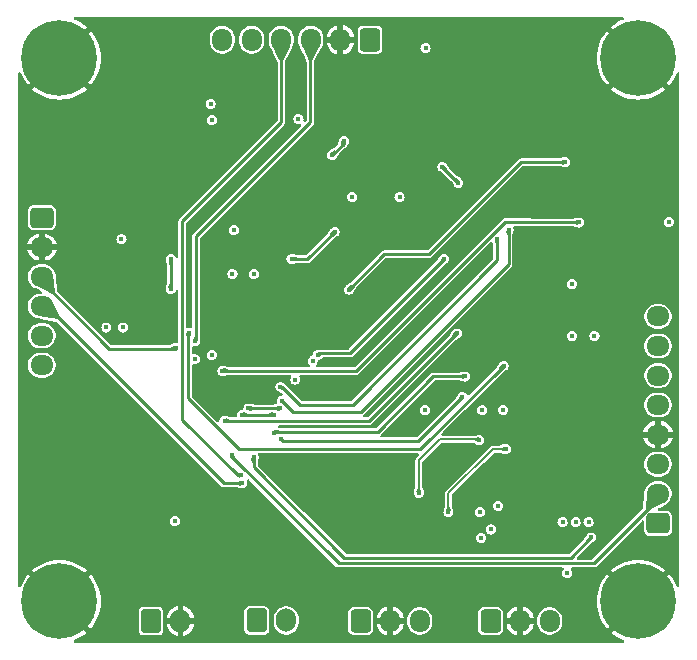
<source format=gbr>
%TF.GenerationSoftware,KiCad,Pcbnew,8.0.5*%
%TF.CreationDate,2024-10-23T09:04:43+02:00*%
%TF.ProjectId,Pojet_V-NOM_KiCAD,506f6a65-745f-4562-9d4e-4f4d5f4b6943,rev?*%
%TF.SameCoordinates,Original*%
%TF.FileFunction,Copper,L4,Bot*%
%TF.FilePolarity,Positive*%
%FSLAX46Y46*%
G04 Gerber Fmt 4.6, Leading zero omitted, Abs format (unit mm)*
G04 Created by KiCad (PCBNEW 8.0.5) date 2024-10-23 09:04:43*
%MOMM*%
%LPD*%
G01*
G04 APERTURE LIST*
G04 Aperture macros list*
%AMRoundRect*
0 Rectangle with rounded corners*
0 $1 Rounding radius*
0 $2 $3 $4 $5 $6 $7 $8 $9 X,Y pos of 4 corners*
0 Add a 4 corners polygon primitive as box body*
4,1,4,$2,$3,$4,$5,$6,$7,$8,$9,$2,$3,0*
0 Add four circle primitives for the rounded corners*
1,1,$1+$1,$2,$3*
1,1,$1+$1,$4,$5*
1,1,$1+$1,$6,$7*
1,1,$1+$1,$8,$9*
0 Add four rect primitives between the rounded corners*
20,1,$1+$1,$2,$3,$4,$5,0*
20,1,$1+$1,$4,$5,$6,$7,0*
20,1,$1+$1,$6,$7,$8,$9,0*
20,1,$1+$1,$8,$9,$2,$3,0*%
G04 Aperture macros list end*
%TA.AperFunction,ComponentPad*%
%ADD10RoundRect,0.250000X0.725000X-0.600000X0.725000X0.600000X-0.725000X0.600000X-0.725000X-0.600000X0*%
%TD*%
%TA.AperFunction,ComponentPad*%
%ADD11O,1.950000X1.700000*%
%TD*%
%TA.AperFunction,ComponentPad*%
%ADD12RoundRect,0.250000X-0.600000X-0.725000X0.600000X-0.725000X0.600000X0.725000X-0.600000X0.725000X0*%
%TD*%
%TA.AperFunction,ComponentPad*%
%ADD13O,1.700000X1.950000*%
%TD*%
%TA.AperFunction,ComponentPad*%
%ADD14C,0.800000*%
%TD*%
%TA.AperFunction,ComponentPad*%
%ADD15C,6.400000*%
%TD*%
%TA.AperFunction,ComponentPad*%
%ADD16RoundRect,0.250000X-0.600000X-0.750000X0.600000X-0.750000X0.600000X0.750000X-0.600000X0.750000X0*%
%TD*%
%TA.AperFunction,ComponentPad*%
%ADD17O,1.700000X2.000000*%
%TD*%
%TA.AperFunction,ComponentPad*%
%ADD18RoundRect,0.250000X0.600000X0.725000X-0.600000X0.725000X-0.600000X-0.725000X0.600000X-0.725000X0*%
%TD*%
%TA.AperFunction,ComponentPad*%
%ADD19RoundRect,0.250000X-0.725000X0.600000X-0.725000X-0.600000X0.725000X-0.600000X0.725000X0.600000X0*%
%TD*%
%TA.AperFunction,ViaPad*%
%ADD20C,0.450000*%
%TD*%
%TA.AperFunction,Conductor*%
%ADD21C,0.200000*%
%TD*%
%TA.AperFunction,Conductor*%
%ADD22C,0.250000*%
%TD*%
G04 APERTURE END LIST*
D10*
%TO.P,J3,1,Pin_1*%
%TO.N,+5V*%
X95680000Y-84870000D03*
D11*
%TO.P,J3,2,Pin_2*%
%TO.N,/acquisition/TX_LIDAR*%
X95680000Y-82370000D03*
%TO.P,J3,3,Pin_3*%
%TO.N,/acquisition/RX_LIDAR*%
X95680000Y-79870000D03*
%TO.P,J3,4,Pin_4*%
%TO.N,GND*%
X95680000Y-77370000D03*
%TO.P,J3,5,Pin_5*%
%TO.N,/acquisition/EN_MOT*%
X95680000Y-74870000D03*
%TO.P,J3,6,Pin_6*%
%TO.N,/acquisition/EN_LIDAR*%
X95680000Y-72370000D03*
%TO.P,J3,7,Pin_7*%
%TO.N,/acquisition/VIT_MOT_LIDAR*%
X95680000Y-69870000D03*
%TO.P,J3,8,Pin_8*%
%TO.N,unconnected-(J3-Pin_8-Pad8)*%
X95680000Y-67370000D03*
%TD*%
D12*
%TO.P,J4,1,Pin_1*%
%TO.N,/acquisition/TOF1*%
X70500000Y-93150000D03*
D13*
%TO.P,J4,2,Pin_2*%
%TO.N,GND*%
X73000000Y-93150000D03*
%TO.P,J4,3,Pin_3*%
%TO.N,+5V*%
X75500000Y-93150000D03*
%TD*%
D14*
%TO.P,H4,1,1*%
%TO.N,GND*%
X91600000Y-45500000D03*
X92302944Y-43802944D03*
X92302944Y-47197056D03*
X94000000Y-43100000D03*
D15*
X94000000Y-45500000D03*
D14*
X94000000Y-47900000D03*
X95697056Y-43802944D03*
X95697056Y-47197056D03*
X96400000Y-45500000D03*
%TD*%
%TO.P,H2,1,1*%
%TO.N,GND*%
X42600000Y-91500000D03*
X43302944Y-89802944D03*
X43302944Y-93197056D03*
X45000000Y-89100000D03*
D15*
X45000000Y-91500000D03*
D14*
X45000000Y-93900000D03*
X46697056Y-89802944D03*
X46697056Y-93197056D03*
X47400000Y-91500000D03*
%TD*%
D16*
%TO.P,BT1,1,+*%
%TO.N,Net-(BT1-+)*%
X52750000Y-93150000D03*
D17*
%TO.P,BT1,2,-*%
%TO.N,GND*%
X55250000Y-93150000D03*
%TD*%
D16*
%TO.P,J6,1,Pin_1*%
%TO.N,Net-(BT1-+)*%
X61700000Y-93100000D03*
D17*
%TO.P,J6,2,Pin_2*%
%TO.N,+BATT*%
X64200000Y-93100000D03*
%TD*%
D14*
%TO.P,H3,1,1*%
%TO.N,GND*%
X91600000Y-91500000D03*
X92302944Y-89802944D03*
X92302944Y-93197056D03*
X94000000Y-89100000D03*
D15*
X94000000Y-91500000D03*
D14*
X94000000Y-93900000D03*
X95697056Y-89802944D03*
X95697056Y-93197056D03*
X96400000Y-91500000D03*
%TD*%
D18*
%TO.P,J301,1,Pin_1*%
%TO.N,/Deplacement/Driver_Motor1/OUT2*%
X71290000Y-43940000D03*
D13*
%TO.P,J301,2,Pin_2*%
%TO.N,GND*%
X68790000Y-43940000D03*
%TO.P,J301,3,Pin_3*%
%TO.N,/Deplacement/Encoder B phase 1*%
X66290000Y-43940000D03*
%TO.P,J301,4,Pin_4*%
%TO.N,/Deplacement/Encoder A phase 1*%
X63790000Y-43940000D03*
%TO.P,J301,5,Pin_5*%
%TO.N,+3.3V*%
X61290000Y-43940000D03*
%TO.P,J301,6,Pin_6*%
%TO.N,/Deplacement/Driver_Motor1/OUT1*%
X58790000Y-43940000D03*
%TD*%
D12*
%TO.P,J5,1,Pin_1*%
%TO.N,/acquisition/TOF2*%
X81500000Y-93150000D03*
D13*
%TO.P,J5,2,Pin_2*%
%TO.N,GND*%
X84000000Y-93150000D03*
%TO.P,J5,3,Pin_3*%
%TO.N,+5V*%
X86500000Y-93150000D03*
%TD*%
D19*
%TO.P,J302,1,Pin_1*%
%TO.N,/Deplacement/Driver_Motor2/OUT2*%
X43510000Y-59000000D03*
D11*
%TO.P,J302,2,Pin_2*%
%TO.N,GND*%
X43510000Y-61500000D03*
%TO.P,J302,3,Pin_3*%
%TO.N,/Deplacement/Encoder B phase 2*%
X43510000Y-64000000D03*
%TO.P,J302,4,Pin_4*%
%TO.N,/Deplacement/Encoder A phase 2*%
X43510000Y-66500000D03*
%TO.P,J302,5,Pin_5*%
%TO.N,+3.3V*%
X43510000Y-69000000D03*
%TO.P,J302,6,Pin_6*%
%TO.N,/Deplacement/Driver_Motor2/OUT1*%
X43510000Y-71500000D03*
%TD*%
D14*
%TO.P,H1,1,1*%
%TO.N,GND*%
X42600000Y-45500000D03*
X43302944Y-43802944D03*
X43302944Y-47197056D03*
X45000000Y-43100000D03*
D15*
X45000000Y-45500000D03*
D14*
X45000000Y-47900000D03*
X46697056Y-43802944D03*
X46697056Y-47197056D03*
X47400000Y-45500000D03*
%TD*%
D20*
%TO.N,GND*%
X72200000Y-57200000D03*
X47277500Y-70760000D03*
X73200000Y-65050000D03*
X62200000Y-69700000D03*
X96460000Y-56810000D03*
X52000000Y-77400000D03*
X51110000Y-65700000D03*
X53900000Y-81030000D03*
X62450000Y-50010000D03*
X65940000Y-74270000D03*
X56650000Y-71940000D03*
X61450000Y-51410000D03*
X67350000Y-73100000D03*
X48110000Y-64700000D03*
X82495000Y-87207500D03*
X89350000Y-69050000D03*
X51110000Y-63700000D03*
X47702500Y-60900000D03*
X77700000Y-44650000D03*
X60450000Y-50010000D03*
X60450000Y-48610000D03*
X62200000Y-66900000D03*
X83690000Y-89210000D03*
X42350000Y-79150000D03*
X49610000Y-65700000D03*
X63600000Y-66900000D03*
X65000000Y-56800000D03*
X90000000Y-62550000D03*
X70600000Y-57150000D03*
X63600000Y-68300000D03*
X60800000Y-68300000D03*
X96420000Y-58080000D03*
X72400000Y-70600000D03*
X62450000Y-48610000D03*
X56075000Y-52285000D03*
X85070000Y-85160000D03*
X56050000Y-47710000D03*
X77385000Y-79247500D03*
X96450000Y-54270000D03*
X60450000Y-51410000D03*
X62450000Y-51410000D03*
X83085000Y-76897500D03*
X79150000Y-47400000D03*
X52920000Y-69100000D03*
X60750000Y-61580000D03*
X91000000Y-70100000D03*
X59660000Y-61560000D03*
X48110000Y-63700000D03*
X61450000Y-48610000D03*
X60800000Y-66900000D03*
X65250000Y-48110000D03*
X51110000Y-64700000D03*
X88500000Y-48600000D03*
X60800000Y-69700000D03*
X48110000Y-65700000D03*
X62550000Y-56800000D03*
X49610000Y-63700000D03*
X72150000Y-68900000D03*
X68600000Y-67675000D03*
X63600000Y-69700000D03*
X84735000Y-84347500D03*
X62200000Y-68300000D03*
X84585000Y-82297500D03*
%TO.N,+3.3V*%
X61450000Y-63790000D03*
X76000000Y-44650000D03*
X64975000Y-72710000D03*
X56450000Y-70980000D03*
X66440000Y-71120000D03*
X59650000Y-63770000D03*
X54760000Y-84710000D03*
X69800000Y-57250000D03*
X59765000Y-60050000D03*
X96590000Y-59350000D03*
X73800000Y-57280000D03*
X57891644Y-70608771D03*
X88400000Y-64600000D03*
%TO.N,+BATT*%
X65240000Y-50640000D03*
X50400000Y-68300000D03*
X82150000Y-83400000D03*
X48975000Y-68300000D03*
X80700000Y-86117500D03*
X80600000Y-83947500D03*
X50250000Y-60840000D03*
X81535000Y-85400000D03*
X57800000Y-49375000D03*
X57900000Y-50735000D03*
%TO.N,+5V*%
X80795000Y-75297500D03*
X82575000Y-75277500D03*
X75955000Y-75287500D03*
X88400000Y-69000000D03*
X88705000Y-84800000D03*
X87600000Y-84800000D03*
X90300000Y-69000000D03*
X88000000Y-89100000D03*
X89800000Y-84800000D03*
%TO.N,Net-(IC1002-VCC)*%
X75430000Y-82297500D03*
X80550000Y-77830000D03*
%TO.N,Net-(IC1002-EN{slash}SYNC)*%
X77930000Y-83940000D03*
X82785000Y-78597500D03*
%TO.N,/controle/SWCLK*%
X58980000Y-76180000D03*
X78650000Y-68800000D03*
%TO.N,/controle/VCP_RX*%
X82050000Y-60850000D03*
X63717500Y-73322500D03*
%TO.N,/controle/NRST*%
X87800000Y-54300000D03*
X69500000Y-65100000D03*
%TO.N,/controle/SWDIO*%
X89000000Y-59410000D03*
X58800000Y-71980000D03*
%TO.N,/controle/VCP_TX*%
X63820000Y-74490000D03*
X83031091Y-60021091D03*
%TO.N,/acquisition/EN_MOT*%
X61000000Y-75150000D03*
X63674805Y-75123578D03*
X63723924Y-77773894D03*
X79125000Y-74195000D03*
%TO.N,/acquisition/EN_LIDAR*%
X63173924Y-77240070D03*
X60450000Y-75700000D03*
X79360000Y-72450000D03*
X63173924Y-75700000D03*
%TO.N,/acquisition/VIT_MOT_LIDAR*%
X55960000Y-68740000D03*
X82600000Y-71552182D03*
%TO.N,/acquisition/RX_LIDAR*%
X61450000Y-79300000D03*
X90020000Y-86080000D03*
%TO.N,/acquisition/TX_LIDAR*%
X59600000Y-79070000D03*
%TO.N,/Deplacement/Encoder B phase 1*%
X56510000Y-69450000D03*
%TO.N,/Deplacement/Encoder A phase 1*%
X60405134Y-80832952D03*
%TO.N,/Deplacement/Encoder A phase 2*%
X60478768Y-81478768D03*
%TO.N,/Deplacement/Encoder B phase 2*%
X54850000Y-70050000D03*
%TO.N,/controle/BTN_START*%
X77575000Y-62475000D03*
X66855330Y-70620000D03*
%TO.N,/acquisition/AG_MISO*%
X69070000Y-52520000D03*
X68100000Y-53700000D03*
%TO.N,/acquisition/AG_CSN*%
X68300000Y-60200000D03*
X64650000Y-62500000D03*
%TO.N,/Deplacement/FWD1*%
X54440000Y-65040000D03*
X54450000Y-62530000D03*
%TO.N,/acquisition/AG_INT1*%
X78775000Y-56050000D03*
X77427500Y-54702500D03*
%TD*%
D21*
%TO.N,Net-(IC1002-VCC)*%
X77222500Y-77760000D02*
X75430000Y-79552500D01*
X80480000Y-77760000D02*
X77222500Y-77760000D01*
X80550000Y-77830000D02*
X80480000Y-77760000D01*
X75430000Y-79552500D02*
X75430000Y-82297500D01*
%TO.N,Net-(IC1002-EN{slash}SYNC)*%
X77930000Y-83940000D02*
X77930000Y-82350000D01*
X81682500Y-78597500D02*
X82785000Y-78597500D01*
X77930000Y-82350000D02*
X81682500Y-78597500D01*
D22*
%TO.N,/controle/SWCLK*%
X71200000Y-76250000D02*
X78650000Y-68800000D01*
X58980000Y-76180000D02*
X59050000Y-76250000D01*
X59050000Y-76250000D02*
X71200000Y-76250000D01*
%TO.N,/controle/VCP_RX*%
X69830000Y-74850000D02*
X82050000Y-62630000D01*
X82050000Y-62630000D02*
X82050000Y-60850000D01*
X63822500Y-73322500D02*
X65350000Y-74850000D01*
X63717500Y-73322500D02*
X63822500Y-73322500D01*
X65350000Y-74850000D02*
X69830000Y-74850000D01*
%TO.N,/controle/NRST*%
X72500000Y-62100000D02*
X69500000Y-65100000D01*
X87800000Y-54300000D02*
X84100000Y-54300000D01*
X76300000Y-62100000D02*
X72500000Y-62100000D01*
X84100000Y-54300000D02*
X76300000Y-62100000D01*
%TO.N,/controle/SWDIO*%
X70130000Y-71980000D02*
X82720000Y-59390000D01*
X84910000Y-59410000D02*
X89000000Y-59410000D01*
X82720000Y-59390000D02*
X84890000Y-59390000D01*
X84890000Y-59390000D02*
X84910000Y-59410000D01*
X58800000Y-71980000D02*
X70130000Y-71980000D01*
%TO.N,/controle/VCP_TX*%
X83031091Y-62928909D02*
X70510000Y-75450000D01*
X64780000Y-75450000D02*
X63820000Y-74490000D01*
X70510000Y-75450000D02*
X64780000Y-75450000D01*
X83031091Y-60021091D02*
X83031091Y-62928909D01*
%TO.N,/acquisition/EN_MOT*%
X61000000Y-75150000D02*
X63648383Y-75150000D01*
X75400000Y-77920000D02*
X63870030Y-77920000D01*
X63648383Y-75150000D02*
X63674805Y-75123578D01*
X79125000Y-74195000D02*
X75400000Y-77920000D01*
X63870030Y-77920000D02*
X63723924Y-77773894D01*
%TO.N,/acquisition/EN_LIDAR*%
X60450000Y-75700000D02*
X63173924Y-75700000D01*
X63263994Y-77150000D02*
X71970000Y-77150000D01*
X76670000Y-72450000D02*
X79360000Y-72450000D01*
X63173924Y-77240070D02*
X63263994Y-77150000D01*
X71970000Y-77150000D02*
X76670000Y-72450000D01*
%TO.N,/acquisition/VIT_MOT_LIDAR*%
X60200000Y-78600000D02*
X55900000Y-74300000D01*
X55900000Y-74300000D02*
X55900000Y-68800000D01*
X55900000Y-68800000D02*
X55960000Y-68740000D01*
X82600000Y-71552182D02*
X75552182Y-78600000D01*
X75552182Y-78600000D02*
X60200000Y-78600000D01*
%TO.N,/acquisition/RX_LIDAR*%
X90020000Y-86080000D02*
X88310000Y-87790000D01*
X61450000Y-80110000D02*
X61450000Y-79300000D01*
X69130000Y-87790000D02*
X61450000Y-80110000D01*
X88310000Y-87790000D02*
X69130000Y-87790000D01*
%TO.N,/acquisition/TX_LIDAR*%
X59600000Y-79250000D02*
X68630000Y-88280000D01*
X68630000Y-88280000D02*
X90220000Y-88280000D01*
X95870000Y-82630000D02*
X95870000Y-82360000D01*
X59600000Y-79070000D02*
X59600000Y-79250000D01*
X90220000Y-88280000D02*
X95870000Y-82630000D01*
%TO.N,/Deplacement/Encoder B phase 1*%
X56580000Y-69380000D02*
X56580000Y-60590000D01*
X66250000Y-43980000D02*
X66290000Y-43940000D01*
X66250000Y-50920000D02*
X66250000Y-43980000D01*
X56510000Y-69450000D02*
X56580000Y-69380000D01*
X56580000Y-60590000D02*
X66250000Y-50920000D01*
%TO.N,/Deplacement/Encoder A phase 1*%
X63790000Y-50910000D02*
X63790000Y-43940000D01*
X55400000Y-59300000D02*
X63790000Y-50910000D01*
X55400000Y-76100000D02*
X55400000Y-59300000D01*
X63790000Y-43410000D02*
X63750000Y-43450000D01*
X60132952Y-80832952D02*
X55400000Y-76100000D01*
X60405134Y-80832952D02*
X60132952Y-80832952D01*
%TO.N,/Deplacement/Encoder A phase 2*%
X43925000Y-66500000D02*
X43510000Y-66500000D01*
X58903768Y-81478768D02*
X43925000Y-66500000D01*
X60478768Y-81478768D02*
X58903768Y-81478768D01*
%TO.N,/Deplacement/Encoder B phase 2*%
X43510000Y-64410000D02*
X49220000Y-70120000D01*
X43510000Y-64000000D02*
X43510000Y-64410000D01*
X49220000Y-70120000D02*
X54780000Y-70120000D01*
X54780000Y-70120000D02*
X54850000Y-70050000D01*
%TO.N,/controle/BTN_START*%
X77575000Y-62525000D02*
X77575000Y-62475000D01*
X66855330Y-70620000D02*
X66975330Y-70500000D01*
X69600000Y-70500000D02*
X77575000Y-62525000D01*
X66975330Y-70500000D02*
X69600000Y-70500000D01*
%TO.N,/acquisition/AG_MISO*%
X69070000Y-52730000D02*
X68100000Y-53700000D01*
X69070000Y-52520000D02*
X69070000Y-52730000D01*
%TO.N,/acquisition/AG_CSN*%
X66000000Y-62500000D02*
X64650000Y-62500000D01*
X68300000Y-60200000D02*
X66000000Y-62500000D01*
%TO.N,/Deplacement/FWD1*%
X54440000Y-65040000D02*
X54440000Y-62540000D01*
X54440000Y-62540000D02*
X54450000Y-62530000D01*
%TO.N,/acquisition/AG_INT1*%
X77427500Y-54702500D02*
X78775000Y-56050000D01*
%TD*%
%TA.AperFunction,Conductor*%
%TO.N,GND*%
G36*
X92748006Y-42020185D02*
G01*
X92793761Y-42072989D01*
X92803705Y-42142147D01*
X92774680Y-42205703D01*
X92725405Y-42240264D01*
X92574464Y-42298204D01*
X92247594Y-42464754D01*
X91939924Y-42664557D01*
X91706849Y-42853296D01*
X91706849Y-42853297D01*
X93059301Y-44205748D01*
X92957670Y-44279588D01*
X92779588Y-44457670D01*
X92705748Y-44559300D01*
X91353297Y-43206849D01*
X91353296Y-43206849D01*
X91164557Y-43439924D01*
X90964754Y-43747594D01*
X90798204Y-44074464D01*
X90666736Y-44416948D01*
X90571784Y-44771313D01*
X90571784Y-44771315D01*
X90514397Y-45133646D01*
X90495197Y-45499999D01*
X90495197Y-45500000D01*
X90514397Y-45866353D01*
X90571784Y-46228684D01*
X90571784Y-46228686D01*
X90666736Y-46583051D01*
X90798204Y-46925535D01*
X90964754Y-47252406D01*
X91164553Y-47560070D01*
X91353297Y-47793148D01*
X92705748Y-46440698D01*
X92779588Y-46542330D01*
X92957670Y-46720412D01*
X93059300Y-46794251D01*
X91706850Y-48146701D01*
X91939929Y-48335446D01*
X92247593Y-48535245D01*
X92574464Y-48701795D01*
X92916948Y-48833263D01*
X93271314Y-48928215D01*
X93633646Y-48985602D01*
X93999999Y-49004803D01*
X94000001Y-49004803D01*
X94366353Y-48985602D01*
X94728684Y-48928215D01*
X94728686Y-48928215D01*
X95083051Y-48833263D01*
X95425535Y-48701795D01*
X95752406Y-48535245D01*
X96060064Y-48335450D01*
X96293148Y-48146701D01*
X94940698Y-46794251D01*
X95042330Y-46720412D01*
X95220412Y-46542330D01*
X95294251Y-46440698D01*
X96646701Y-47793148D01*
X96835450Y-47560064D01*
X97035245Y-47252406D01*
X97201795Y-46925535D01*
X97259736Y-46774595D01*
X97302138Y-46719063D01*
X97367832Y-46695270D01*
X97435960Y-46710772D01*
X97484893Y-46760645D01*
X97499500Y-46819033D01*
X97499500Y-90180966D01*
X97479815Y-90248005D01*
X97427011Y-90293760D01*
X97357853Y-90303704D01*
X97294297Y-90274679D01*
X97259736Y-90225404D01*
X97201795Y-90074464D01*
X97035245Y-89747594D01*
X96835446Y-89439929D01*
X96646701Y-89206850D01*
X95294251Y-90559300D01*
X95220412Y-90457670D01*
X95042330Y-90279588D01*
X94940698Y-90205748D01*
X96293149Y-88853297D01*
X96060070Y-88664553D01*
X95752406Y-88464754D01*
X95425535Y-88298204D01*
X95083051Y-88166736D01*
X94728685Y-88071784D01*
X94366353Y-88014397D01*
X94000001Y-87995197D01*
X93999999Y-87995197D01*
X93633646Y-88014397D01*
X93271315Y-88071784D01*
X93271313Y-88071784D01*
X92916948Y-88166736D01*
X92574464Y-88298204D01*
X92247594Y-88464754D01*
X91939924Y-88664557D01*
X91706849Y-88853296D01*
X91706849Y-88853297D01*
X93059301Y-90205748D01*
X92957670Y-90279588D01*
X92779588Y-90457670D01*
X92705748Y-90559300D01*
X91353297Y-89206849D01*
X91353296Y-89206849D01*
X91164557Y-89439924D01*
X90964754Y-89747594D01*
X90798204Y-90074464D01*
X90666736Y-90416948D01*
X90571784Y-90771313D01*
X90571784Y-90771315D01*
X90514397Y-91133646D01*
X90495197Y-91499999D01*
X90495197Y-91500000D01*
X90514397Y-91866353D01*
X90571784Y-92228684D01*
X90571784Y-92228686D01*
X90666736Y-92583051D01*
X90798204Y-92925535D01*
X90964754Y-93252406D01*
X91164553Y-93560070D01*
X91353297Y-93793148D01*
X92705748Y-92440698D01*
X92779588Y-92542330D01*
X92957670Y-92720412D01*
X93059300Y-92794251D01*
X91706850Y-94146701D01*
X91939929Y-94335446D01*
X92247593Y-94535245D01*
X92574464Y-94701795D01*
X92725405Y-94759736D01*
X92780937Y-94802138D01*
X92804730Y-94867832D01*
X92789228Y-94935960D01*
X92739355Y-94984893D01*
X92680967Y-94999500D01*
X46319033Y-94999500D01*
X46251994Y-94979815D01*
X46206239Y-94927011D01*
X46196295Y-94857853D01*
X46225320Y-94794297D01*
X46274595Y-94759736D01*
X46425535Y-94701795D01*
X46752406Y-94535245D01*
X47060064Y-94335450D01*
X47293148Y-94146701D01*
X45940698Y-92794251D01*
X46042330Y-92720412D01*
X46220412Y-92542330D01*
X46294251Y-92440698D01*
X47646701Y-93793148D01*
X47835450Y-93560064D01*
X48035245Y-93252406D01*
X48201795Y-92925535D01*
X48333263Y-92583051D01*
X48396853Y-92345730D01*
X51699500Y-92345730D01*
X51699500Y-93954269D01*
X51702353Y-93984699D01*
X51702353Y-93984701D01*
X51738458Y-94087880D01*
X51747207Y-94112882D01*
X51827850Y-94222150D01*
X51937118Y-94302793D01*
X51979845Y-94317744D01*
X52065299Y-94347646D01*
X52095730Y-94350500D01*
X52095734Y-94350500D01*
X53404270Y-94350500D01*
X53434699Y-94347646D01*
X53434701Y-94347646D01*
X53506145Y-94322646D01*
X53562882Y-94302793D01*
X53672150Y-94222150D01*
X53752793Y-94112882D01*
X53783835Y-94024169D01*
X53797646Y-93984701D01*
X53797646Y-93984699D01*
X53800500Y-93954269D01*
X53800500Y-92900000D01*
X54101504Y-92900000D01*
X54816988Y-92900000D01*
X54784075Y-92957007D01*
X54750000Y-93084174D01*
X54750000Y-93215826D01*
X54784075Y-93342993D01*
X54816988Y-93400000D01*
X54101504Y-93400000D01*
X54128317Y-93569293D01*
X54184251Y-93741444D01*
X54184252Y-93741447D01*
X54266434Y-93902734D01*
X54372823Y-94049169D01*
X54500830Y-94177176D01*
X54647265Y-94283565D01*
X54808552Y-94365747D01*
X54808555Y-94365748D01*
X54980699Y-94421680D01*
X54980712Y-94421683D01*
X55000000Y-94424738D01*
X55000000Y-93583012D01*
X55057007Y-93615925D01*
X55184174Y-93650000D01*
X55315826Y-93650000D01*
X55442993Y-93615925D01*
X55500000Y-93583012D01*
X55500000Y-94424737D01*
X55519287Y-94421683D01*
X55519300Y-94421680D01*
X55691444Y-94365748D01*
X55691447Y-94365747D01*
X55852734Y-94283565D01*
X55999169Y-94177176D01*
X56127176Y-94049169D01*
X56233565Y-93902734D01*
X56315747Y-93741447D01*
X56315748Y-93741444D01*
X56371682Y-93569293D01*
X56398496Y-93400000D01*
X55683012Y-93400000D01*
X55715925Y-93342993D01*
X55750000Y-93215826D01*
X55750000Y-93084174D01*
X55715925Y-92957007D01*
X55683012Y-92900000D01*
X56398496Y-92900000D01*
X56371682Y-92730706D01*
X56315748Y-92558555D01*
X56315747Y-92558552D01*
X56233565Y-92397265D01*
X56159797Y-92295730D01*
X60649500Y-92295730D01*
X60649500Y-93904269D01*
X60652353Y-93934699D01*
X60652353Y-93934701D01*
X60697206Y-94062880D01*
X60697207Y-94062882D01*
X60777850Y-94172150D01*
X60887118Y-94252793D01*
X60908089Y-94260131D01*
X61015299Y-94297646D01*
X61045730Y-94300500D01*
X61045734Y-94300500D01*
X62354270Y-94300500D01*
X62384699Y-94297646D01*
X62384701Y-94297646D01*
X62448790Y-94275219D01*
X62512882Y-94252793D01*
X62622150Y-94172150D01*
X62702793Y-94062882D01*
X62733712Y-93974520D01*
X62747646Y-93934701D01*
X62747646Y-93934699D01*
X62750500Y-93904269D01*
X62750500Y-92846530D01*
X63149500Y-92846530D01*
X63149500Y-93353469D01*
X63189868Y-93556412D01*
X63189870Y-93556420D01*
X63256154Y-93716444D01*
X63269059Y-93747598D01*
X63299494Y-93793148D01*
X63384024Y-93919657D01*
X63530342Y-94065975D01*
X63530345Y-94065977D01*
X63702402Y-94180941D01*
X63893580Y-94260130D01*
X64082187Y-94297646D01*
X64096530Y-94300499D01*
X64096534Y-94300500D01*
X64096535Y-94300500D01*
X64303466Y-94300500D01*
X64303467Y-94300499D01*
X64506420Y-94260130D01*
X64697598Y-94180941D01*
X64869655Y-94065977D01*
X65015977Y-93919655D01*
X65130941Y-93747598D01*
X65210130Y-93556420D01*
X65250500Y-93353465D01*
X65250500Y-92846535D01*
X65210130Y-92643580D01*
X65130941Y-92452402D01*
X65076370Y-92370730D01*
X69449500Y-92370730D01*
X69449500Y-93929269D01*
X69452353Y-93959699D01*
X69452353Y-93959701D01*
X69488458Y-94062880D01*
X69497207Y-94087882D01*
X69577850Y-94197150D01*
X69687118Y-94277793D01*
X69708089Y-94285131D01*
X69815299Y-94322646D01*
X69845730Y-94325500D01*
X69845734Y-94325500D01*
X71154270Y-94325500D01*
X71184699Y-94322646D01*
X71184701Y-94322646D01*
X71256145Y-94297646D01*
X71312882Y-94277793D01*
X71422150Y-94197150D01*
X71502793Y-94087882D01*
X71525219Y-94023790D01*
X71547646Y-93959701D01*
X71547646Y-93959699D01*
X71550500Y-93929269D01*
X71550500Y-92900000D01*
X71855463Y-92900000D01*
X72595854Y-92900000D01*
X72557370Y-92966657D01*
X72525000Y-93087465D01*
X72525000Y-93212535D01*
X72557370Y-93333343D01*
X72595854Y-93400000D01*
X71855463Y-93400000D01*
X71878317Y-93544293D01*
X71934251Y-93716444D01*
X71934252Y-93716447D01*
X72016434Y-93877734D01*
X72122823Y-94024169D01*
X72250830Y-94152176D01*
X72397265Y-94258565D01*
X72558552Y-94340747D01*
X72558555Y-94340748D01*
X72730699Y-94396680D01*
X72730712Y-94396683D01*
X72750000Y-94399738D01*
X72750000Y-93554145D01*
X72816657Y-93592630D01*
X72937465Y-93625000D01*
X73062535Y-93625000D01*
X73183343Y-93592630D01*
X73250000Y-93554145D01*
X73250000Y-94399737D01*
X73269287Y-94396683D01*
X73269300Y-94396680D01*
X73441444Y-94340748D01*
X73441447Y-94340747D01*
X73602734Y-94258565D01*
X73749169Y-94152176D01*
X73877176Y-94024169D01*
X73983565Y-93877734D01*
X74065747Y-93716447D01*
X74065748Y-93716444D01*
X74121682Y-93544293D01*
X74144537Y-93400000D01*
X73404146Y-93400000D01*
X73442630Y-93333343D01*
X73475000Y-93212535D01*
X73475000Y-93087465D01*
X73442630Y-92966657D01*
X73416576Y-92921530D01*
X74449500Y-92921530D01*
X74449500Y-93378469D01*
X74489868Y-93581412D01*
X74489870Y-93581420D01*
X74569058Y-93772596D01*
X74684024Y-93944657D01*
X74830342Y-94090975D01*
X74830345Y-94090977D01*
X75002402Y-94205941D01*
X75193580Y-94285130D01*
X75382187Y-94322646D01*
X75396530Y-94325499D01*
X75396534Y-94325500D01*
X75396535Y-94325500D01*
X75603466Y-94325500D01*
X75603467Y-94325499D01*
X75806420Y-94285130D01*
X75997598Y-94205941D01*
X76169655Y-94090977D01*
X76315977Y-93944655D01*
X76430941Y-93772598D01*
X76510130Y-93581420D01*
X76550500Y-93378465D01*
X76550500Y-92921535D01*
X76510130Y-92718580D01*
X76430941Y-92527402D01*
X76326257Y-92370730D01*
X80449500Y-92370730D01*
X80449500Y-93929269D01*
X80452353Y-93959699D01*
X80452353Y-93959701D01*
X80488458Y-94062880D01*
X80497207Y-94087882D01*
X80577850Y-94197150D01*
X80687118Y-94277793D01*
X80708089Y-94285131D01*
X80815299Y-94322646D01*
X80845730Y-94325500D01*
X80845734Y-94325500D01*
X82154270Y-94325500D01*
X82184699Y-94322646D01*
X82184701Y-94322646D01*
X82256145Y-94297646D01*
X82312882Y-94277793D01*
X82422150Y-94197150D01*
X82502793Y-94087882D01*
X82525219Y-94023790D01*
X82547646Y-93959701D01*
X82547646Y-93959699D01*
X82550500Y-93929269D01*
X82550500Y-92900000D01*
X82855463Y-92900000D01*
X83595854Y-92900000D01*
X83557370Y-92966657D01*
X83525000Y-93087465D01*
X83525000Y-93212535D01*
X83557370Y-93333343D01*
X83595854Y-93400000D01*
X82855463Y-93400000D01*
X82878317Y-93544293D01*
X82934251Y-93716444D01*
X82934252Y-93716447D01*
X83016434Y-93877734D01*
X83122823Y-94024169D01*
X83250830Y-94152176D01*
X83397265Y-94258565D01*
X83558552Y-94340747D01*
X83558555Y-94340748D01*
X83730699Y-94396680D01*
X83730712Y-94396683D01*
X83750000Y-94399738D01*
X83750000Y-93554145D01*
X83816657Y-93592630D01*
X83937465Y-93625000D01*
X84062535Y-93625000D01*
X84183343Y-93592630D01*
X84250000Y-93554145D01*
X84250000Y-94399737D01*
X84269287Y-94396683D01*
X84269300Y-94396680D01*
X84441444Y-94340748D01*
X84441447Y-94340747D01*
X84602734Y-94258565D01*
X84749169Y-94152176D01*
X84877176Y-94024169D01*
X84983565Y-93877734D01*
X85065747Y-93716447D01*
X85065748Y-93716444D01*
X85121682Y-93544293D01*
X85144537Y-93400000D01*
X84404146Y-93400000D01*
X84442630Y-93333343D01*
X84475000Y-93212535D01*
X84475000Y-93087465D01*
X84442630Y-92966657D01*
X84416576Y-92921530D01*
X85449500Y-92921530D01*
X85449500Y-93378469D01*
X85489868Y-93581412D01*
X85489870Y-93581420D01*
X85569058Y-93772596D01*
X85684024Y-93944657D01*
X85830342Y-94090975D01*
X85830345Y-94090977D01*
X86002402Y-94205941D01*
X86193580Y-94285130D01*
X86382187Y-94322646D01*
X86396530Y-94325499D01*
X86396534Y-94325500D01*
X86396535Y-94325500D01*
X86603466Y-94325500D01*
X86603467Y-94325499D01*
X86806420Y-94285130D01*
X86997598Y-94205941D01*
X87169655Y-94090977D01*
X87315977Y-93944655D01*
X87430941Y-93772598D01*
X87510130Y-93581420D01*
X87550500Y-93378465D01*
X87550500Y-92921535D01*
X87510130Y-92718580D01*
X87430941Y-92527402D01*
X87315977Y-92355345D01*
X87315975Y-92355342D01*
X87169657Y-92209024D01*
X87057409Y-92134023D01*
X86997598Y-92094059D01*
X86982953Y-92087993D01*
X86806420Y-92014870D01*
X86806412Y-92014868D01*
X86603469Y-91974500D01*
X86603465Y-91974500D01*
X86396535Y-91974500D01*
X86396530Y-91974500D01*
X86193587Y-92014868D01*
X86193579Y-92014870D01*
X86002403Y-92094058D01*
X85830342Y-92209024D01*
X85684024Y-92355342D01*
X85569058Y-92527403D01*
X85489870Y-92718579D01*
X85489868Y-92718587D01*
X85449500Y-92921530D01*
X84416576Y-92921530D01*
X84404146Y-92900000D01*
X85144537Y-92900000D01*
X85121682Y-92755706D01*
X85065748Y-92583555D01*
X85065747Y-92583552D01*
X84983565Y-92422265D01*
X84877176Y-92275830D01*
X84749169Y-92147823D01*
X84602734Y-92041434D01*
X84441447Y-91959252D01*
X84441441Y-91959250D01*
X84269295Y-91903318D01*
X84269285Y-91903315D01*
X84250000Y-91900260D01*
X84250000Y-92745854D01*
X84183343Y-92707370D01*
X84062535Y-92675000D01*
X83937465Y-92675000D01*
X83816657Y-92707370D01*
X83750000Y-92745854D01*
X83750000Y-91900260D01*
X83730714Y-91903315D01*
X83730704Y-91903318D01*
X83558558Y-91959250D01*
X83558552Y-91959252D01*
X83397265Y-92041434D01*
X83250830Y-92147823D01*
X83122823Y-92275830D01*
X83016434Y-92422265D01*
X82934252Y-92583552D01*
X82934251Y-92583555D01*
X82878317Y-92755706D01*
X82855463Y-92900000D01*
X82550500Y-92900000D01*
X82550500Y-92370730D01*
X82547646Y-92340300D01*
X82547646Y-92340298D01*
X82502793Y-92212119D01*
X82502792Y-92212117D01*
X82422150Y-92102850D01*
X82312882Y-92022207D01*
X82312880Y-92022206D01*
X82184700Y-91977353D01*
X82154270Y-91974500D01*
X82154266Y-91974500D01*
X80845734Y-91974500D01*
X80845730Y-91974500D01*
X80815300Y-91977353D01*
X80815298Y-91977353D01*
X80687119Y-92022206D01*
X80687117Y-92022207D01*
X80577850Y-92102850D01*
X80497207Y-92212117D01*
X80497206Y-92212119D01*
X80452353Y-92340298D01*
X80452353Y-92340300D01*
X80449500Y-92370730D01*
X76326257Y-92370730D01*
X76315977Y-92355345D01*
X76315975Y-92355342D01*
X76169657Y-92209024D01*
X76057409Y-92134023D01*
X75997598Y-92094059D01*
X75982953Y-92087993D01*
X75806420Y-92014870D01*
X75806412Y-92014868D01*
X75603469Y-91974500D01*
X75603465Y-91974500D01*
X75396535Y-91974500D01*
X75396530Y-91974500D01*
X75193587Y-92014868D01*
X75193579Y-92014870D01*
X75002403Y-92094058D01*
X74830342Y-92209024D01*
X74684024Y-92355342D01*
X74569058Y-92527403D01*
X74489870Y-92718579D01*
X74489868Y-92718587D01*
X74449500Y-92921530D01*
X73416576Y-92921530D01*
X73404146Y-92900000D01*
X74144537Y-92900000D01*
X74121682Y-92755706D01*
X74065748Y-92583555D01*
X74065747Y-92583552D01*
X73983565Y-92422265D01*
X73877176Y-92275830D01*
X73749169Y-92147823D01*
X73602734Y-92041434D01*
X73441447Y-91959252D01*
X73441441Y-91959250D01*
X73269295Y-91903318D01*
X73269285Y-91903315D01*
X73250000Y-91900260D01*
X73250000Y-92745854D01*
X73183343Y-92707370D01*
X73062535Y-92675000D01*
X72937465Y-92675000D01*
X72816657Y-92707370D01*
X72750000Y-92745854D01*
X72750000Y-91900260D01*
X72730714Y-91903315D01*
X72730704Y-91903318D01*
X72558558Y-91959250D01*
X72558552Y-91959252D01*
X72397265Y-92041434D01*
X72250830Y-92147823D01*
X72122823Y-92275830D01*
X72016434Y-92422265D01*
X71934252Y-92583552D01*
X71934251Y-92583555D01*
X71878317Y-92755706D01*
X71855463Y-92900000D01*
X71550500Y-92900000D01*
X71550500Y-92370730D01*
X71547646Y-92340300D01*
X71547646Y-92340298D01*
X71502793Y-92212119D01*
X71502792Y-92212117D01*
X71422150Y-92102850D01*
X71312882Y-92022207D01*
X71312880Y-92022206D01*
X71184700Y-91977353D01*
X71154270Y-91974500D01*
X71154266Y-91974500D01*
X69845734Y-91974500D01*
X69845730Y-91974500D01*
X69815300Y-91977353D01*
X69815298Y-91977353D01*
X69687119Y-92022206D01*
X69687117Y-92022207D01*
X69577850Y-92102850D01*
X69497207Y-92212117D01*
X69497206Y-92212119D01*
X69452353Y-92340298D01*
X69452353Y-92340300D01*
X69449500Y-92370730D01*
X65076370Y-92370730D01*
X65015977Y-92280345D01*
X65015975Y-92280342D01*
X64869657Y-92134024D01*
X64783626Y-92076541D01*
X64697598Y-92019059D01*
X64596911Y-91977353D01*
X64506420Y-91939870D01*
X64506412Y-91939868D01*
X64303469Y-91899500D01*
X64303465Y-91899500D01*
X64096535Y-91899500D01*
X64096530Y-91899500D01*
X63893587Y-91939868D01*
X63893579Y-91939870D01*
X63702403Y-92019058D01*
X63530342Y-92134024D01*
X63384024Y-92280342D01*
X63269058Y-92452403D01*
X63189870Y-92643579D01*
X63189868Y-92643587D01*
X63149500Y-92846530D01*
X62750500Y-92846530D01*
X62750500Y-92295730D01*
X62747646Y-92265300D01*
X62747646Y-92265298D01*
X62702793Y-92137119D01*
X62702792Y-92137117D01*
X62622150Y-92027850D01*
X62512882Y-91947207D01*
X62512880Y-91947206D01*
X62384700Y-91902353D01*
X62354270Y-91899500D01*
X62354266Y-91899500D01*
X61045734Y-91899500D01*
X61045730Y-91899500D01*
X61015300Y-91902353D01*
X61015298Y-91902353D01*
X60887119Y-91947206D01*
X60887117Y-91947207D01*
X60777850Y-92027850D01*
X60697207Y-92137117D01*
X60697206Y-92137119D01*
X60652353Y-92265298D01*
X60652353Y-92265300D01*
X60649500Y-92295730D01*
X56159797Y-92295730D01*
X56127176Y-92250830D01*
X55999169Y-92122823D01*
X55852734Y-92016434D01*
X55691447Y-91934252D01*
X55691441Y-91934250D01*
X55519295Y-91878318D01*
X55519285Y-91878315D01*
X55500000Y-91875260D01*
X55500000Y-92716988D01*
X55442993Y-92684075D01*
X55315826Y-92650000D01*
X55184174Y-92650000D01*
X55057007Y-92684075D01*
X55000000Y-92716988D01*
X55000000Y-91875260D01*
X54980714Y-91878315D01*
X54980704Y-91878318D01*
X54808558Y-91934250D01*
X54808552Y-91934252D01*
X54647265Y-92016434D01*
X54500830Y-92122823D01*
X54372823Y-92250830D01*
X54266434Y-92397265D01*
X54184252Y-92558552D01*
X54184251Y-92558555D01*
X54128317Y-92730706D01*
X54101504Y-92900000D01*
X53800500Y-92900000D01*
X53800500Y-92345730D01*
X53797646Y-92315300D01*
X53797646Y-92315298D01*
X53752793Y-92187119D01*
X53752792Y-92187117D01*
X53715892Y-92137119D01*
X53672150Y-92077850D01*
X53562882Y-91997207D01*
X53562880Y-91997206D01*
X53434700Y-91952353D01*
X53404270Y-91949500D01*
X53404266Y-91949500D01*
X52095734Y-91949500D01*
X52095730Y-91949500D01*
X52065300Y-91952353D01*
X52065298Y-91952353D01*
X51937119Y-91997206D01*
X51937117Y-91997207D01*
X51827850Y-92077850D01*
X51747207Y-92187117D01*
X51747206Y-92187119D01*
X51702353Y-92315298D01*
X51702353Y-92315300D01*
X51699500Y-92345730D01*
X48396853Y-92345730D01*
X48428215Y-92228686D01*
X48428215Y-92228684D01*
X48485602Y-91866353D01*
X48504803Y-91500000D01*
X48504803Y-91499999D01*
X48485602Y-91133646D01*
X48428215Y-90771315D01*
X48428215Y-90771313D01*
X48333263Y-90416948D01*
X48201795Y-90074464D01*
X48035245Y-89747594D01*
X47835446Y-89439929D01*
X47646701Y-89206850D01*
X46294251Y-90559300D01*
X46220412Y-90457670D01*
X46042330Y-90279588D01*
X45940698Y-90205748D01*
X47293149Y-88853297D01*
X47060070Y-88664553D01*
X46752406Y-88464754D01*
X46425535Y-88298204D01*
X46083051Y-88166736D01*
X45728685Y-88071784D01*
X45366353Y-88014397D01*
X45000001Y-87995197D01*
X44999999Y-87995197D01*
X44633646Y-88014397D01*
X44271315Y-88071784D01*
X44271313Y-88071784D01*
X43916948Y-88166736D01*
X43574464Y-88298204D01*
X43247594Y-88464754D01*
X42939924Y-88664557D01*
X42706849Y-88853296D01*
X42706849Y-88853297D01*
X44059301Y-90205748D01*
X43957670Y-90279588D01*
X43779588Y-90457670D01*
X43705748Y-90559301D01*
X42353297Y-89206849D01*
X42353296Y-89206849D01*
X42164557Y-89439924D01*
X41964754Y-89747594D01*
X41798204Y-90074464D01*
X41740264Y-90225404D01*
X41697862Y-90280936D01*
X41632168Y-90304729D01*
X41564039Y-90289227D01*
X41515107Y-90239354D01*
X41500500Y-90180966D01*
X41500500Y-84709997D01*
X54329196Y-84709997D01*
X54329196Y-84710002D01*
X54350279Y-84843121D01*
X54350280Y-84843124D01*
X54350281Y-84843126D01*
X54411472Y-84963220D01*
X54411473Y-84963221D01*
X54411476Y-84963225D01*
X54506774Y-85058523D01*
X54506778Y-85058526D01*
X54506780Y-85058528D01*
X54626874Y-85119719D01*
X54626876Y-85119719D01*
X54626878Y-85119720D01*
X54759998Y-85140804D01*
X54760000Y-85140804D01*
X54760002Y-85140804D01*
X54893121Y-85119720D01*
X54893121Y-85119719D01*
X54893126Y-85119719D01*
X55013220Y-85058528D01*
X55108528Y-84963220D01*
X55169719Y-84843126D01*
X55176549Y-84800002D01*
X55190804Y-84710002D01*
X55190804Y-84709997D01*
X55169720Y-84576878D01*
X55169719Y-84576876D01*
X55169719Y-84576874D01*
X55108528Y-84456780D01*
X55108526Y-84456778D01*
X55108523Y-84456774D01*
X55013225Y-84361476D01*
X55013221Y-84361473D01*
X55013220Y-84361472D01*
X54893126Y-84300281D01*
X54893124Y-84300280D01*
X54893121Y-84300279D01*
X54760002Y-84279196D01*
X54759998Y-84279196D01*
X54626878Y-84300279D01*
X54506778Y-84361473D01*
X54506774Y-84361476D01*
X54411476Y-84456774D01*
X54411473Y-84456778D01*
X54350279Y-84576878D01*
X54329196Y-84709997D01*
X41500500Y-84709997D01*
X41500500Y-71396530D01*
X42334500Y-71396530D01*
X42334500Y-71603469D01*
X42374868Y-71806412D01*
X42374870Y-71806420D01*
X42446769Y-71980000D01*
X42454059Y-71997598D01*
X42498151Y-72063587D01*
X42569024Y-72169657D01*
X42715342Y-72315975D01*
X42715345Y-72315977D01*
X42887402Y-72430941D01*
X43078580Y-72510130D01*
X43281530Y-72550499D01*
X43281534Y-72550500D01*
X43281535Y-72550500D01*
X43738466Y-72550500D01*
X43738467Y-72550499D01*
X43941420Y-72510130D01*
X44132598Y-72430941D01*
X44304655Y-72315977D01*
X44450977Y-72169655D01*
X44565941Y-71997598D01*
X44645130Y-71806420D01*
X44685500Y-71603465D01*
X44685500Y-71396535D01*
X44645130Y-71193580D01*
X44565941Y-71002402D01*
X44450977Y-70830345D01*
X44450975Y-70830342D01*
X44304657Y-70684024D01*
X44204105Y-70616838D01*
X44132598Y-70569059D01*
X44115655Y-70562041D01*
X43941420Y-70489870D01*
X43941412Y-70489868D01*
X43738469Y-70449500D01*
X43738465Y-70449500D01*
X43281535Y-70449500D01*
X43281530Y-70449500D01*
X43078587Y-70489868D01*
X43078579Y-70489870D01*
X42887403Y-70569058D01*
X42715342Y-70684024D01*
X42569024Y-70830342D01*
X42454058Y-71002403D01*
X42374870Y-71193579D01*
X42374868Y-71193587D01*
X42334500Y-71396530D01*
X41500500Y-71396530D01*
X41500500Y-68896530D01*
X42334500Y-68896530D01*
X42334500Y-69103469D01*
X42374868Y-69306412D01*
X42374870Y-69306420D01*
X42417658Y-69409720D01*
X42454059Y-69497598D01*
X42498151Y-69563587D01*
X42569024Y-69669657D01*
X42715342Y-69815975D01*
X42715345Y-69815977D01*
X42887402Y-69930941D01*
X43078580Y-70010130D01*
X43281530Y-70050499D01*
X43281534Y-70050500D01*
X43281535Y-70050500D01*
X43738466Y-70050500D01*
X43738467Y-70050499D01*
X43941420Y-70010130D01*
X44132598Y-69930941D01*
X44304655Y-69815977D01*
X44450977Y-69669655D01*
X44565941Y-69497598D01*
X44645130Y-69306420D01*
X44685500Y-69103465D01*
X44685500Y-68896535D01*
X44645130Y-68693580D01*
X44565941Y-68502402D01*
X44450977Y-68330345D01*
X44450975Y-68330342D01*
X44304657Y-68184024D01*
X44218626Y-68126541D01*
X44132598Y-68069059D01*
X44078807Y-68046778D01*
X43941420Y-67989870D01*
X43941412Y-67989868D01*
X43738469Y-67949500D01*
X43738465Y-67949500D01*
X43281535Y-67949500D01*
X43281530Y-67949500D01*
X43078587Y-67989868D01*
X43078579Y-67989870D01*
X42887403Y-68069058D01*
X42715342Y-68184024D01*
X42569024Y-68330342D01*
X42454058Y-68502403D01*
X42374870Y-68693579D01*
X42374868Y-68693587D01*
X42334500Y-68896530D01*
X41500500Y-68896530D01*
X41500500Y-63896530D01*
X42334500Y-63896530D01*
X42334500Y-64103469D01*
X42374868Y-64306412D01*
X42374870Y-64306420D01*
X42441332Y-64466874D01*
X42454059Y-64497598D01*
X42476375Y-64530996D01*
X42569024Y-64669657D01*
X42715342Y-64815975D01*
X42887405Y-64930943D01*
X43008472Y-64981090D01*
X43018742Y-64985905D01*
X43314292Y-65141373D01*
X43455699Y-65215757D01*
X43505866Y-65264389D01*
X43521778Y-65332422D01*
X43498381Y-65398258D01*
X43443105Y-65440994D01*
X43397971Y-65449500D01*
X43281530Y-65449500D01*
X43078587Y-65489868D01*
X43078579Y-65489870D01*
X42887403Y-65569058D01*
X42715342Y-65684024D01*
X42569024Y-65830342D01*
X42454058Y-66002403D01*
X42374870Y-66193579D01*
X42374868Y-66193587D01*
X42334500Y-66396530D01*
X42334500Y-66603469D01*
X42374868Y-66806412D01*
X42374870Y-66806420D01*
X42454059Y-66997598D01*
X42498151Y-67063587D01*
X42569024Y-67169657D01*
X42715342Y-67315975D01*
X42715345Y-67315977D01*
X42887402Y-67430941D01*
X43078580Y-67510130D01*
X43110622Y-67516503D01*
X43161743Y-67526672D01*
X43182329Y-67532656D01*
X43197333Y-67538466D01*
X43197336Y-67538466D01*
X43197338Y-67538467D01*
X43751069Y-67635286D01*
X44741231Y-67808416D01*
X44803879Y-67839353D01*
X44807555Y-67842882D01*
X58703906Y-81739233D01*
X58778129Y-81782086D01*
X58860915Y-81804268D01*
X59969769Y-81804268D01*
X59997303Y-81807364D01*
X60231088Y-81860605D01*
X60324250Y-81881822D01*
X60336139Y-81886133D01*
X60336355Y-81885469D01*
X60345638Y-81888485D01*
X60345642Y-81888487D01*
X60412205Y-81899029D01*
X60478766Y-81909572D01*
X60478768Y-81909572D01*
X60478770Y-81909572D01*
X60611889Y-81888488D01*
X60611889Y-81888487D01*
X60611894Y-81888487D01*
X60731988Y-81827296D01*
X60827296Y-81731988D01*
X60888487Y-81611894D01*
X60909572Y-81478768D01*
X60903283Y-81439058D01*
X60888488Y-81345644D01*
X60883618Y-81336087D01*
X60870721Y-81267417D01*
X60896997Y-81202677D01*
X60954103Y-81162419D01*
X61023909Y-81159427D01*
X61081783Y-81192110D01*
X68369534Y-88479861D01*
X68369535Y-88479862D01*
X68430138Y-88540465D01*
X68430140Y-88540466D01*
X68430144Y-88540469D01*
X68504355Y-88583314D01*
X68504362Y-88583318D01*
X68587147Y-88605500D01*
X68587149Y-88605500D01*
X87593389Y-88605500D01*
X87660428Y-88625185D01*
X87706183Y-88677989D01*
X87716127Y-88747147D01*
X87687102Y-88810703D01*
X87681070Y-88817181D01*
X87651476Y-88846774D01*
X87651473Y-88846778D01*
X87590279Y-88966878D01*
X87569196Y-89099997D01*
X87569196Y-89100002D01*
X87590279Y-89233121D01*
X87590280Y-89233124D01*
X87590281Y-89233126D01*
X87651472Y-89353220D01*
X87651473Y-89353221D01*
X87651476Y-89353225D01*
X87746774Y-89448523D01*
X87746778Y-89448526D01*
X87746780Y-89448528D01*
X87866874Y-89509719D01*
X87866876Y-89509719D01*
X87866878Y-89509720D01*
X87999998Y-89530804D01*
X88000000Y-89530804D01*
X88000002Y-89530804D01*
X88133121Y-89509720D01*
X88133121Y-89509719D01*
X88133126Y-89509719D01*
X88253220Y-89448528D01*
X88348528Y-89353220D01*
X88409719Y-89233126D01*
X88430804Y-89100000D01*
X88409719Y-88966874D01*
X88348528Y-88846780D01*
X88348526Y-88846778D01*
X88348523Y-88846774D01*
X88318930Y-88817181D01*
X88285445Y-88755858D01*
X88290429Y-88686166D01*
X88332301Y-88630233D01*
X88397765Y-88605816D01*
X88406611Y-88605500D01*
X90262851Y-88605500D01*
X90262853Y-88605500D01*
X90345639Y-88583318D01*
X90419862Y-88540465D01*
X94292819Y-84667506D01*
X94354142Y-84634022D01*
X94423834Y-84639006D01*
X94479767Y-84680878D01*
X94504184Y-84746342D01*
X94504500Y-84755188D01*
X94504500Y-85524269D01*
X94507353Y-85554699D01*
X94507353Y-85554701D01*
X94552206Y-85682880D01*
X94552207Y-85682882D01*
X94632850Y-85792150D01*
X94742118Y-85872793D01*
X94784463Y-85887610D01*
X94870299Y-85917646D01*
X94900730Y-85920500D01*
X94900734Y-85920500D01*
X96459270Y-85920500D01*
X96489699Y-85917646D01*
X96489701Y-85917646D01*
X96560688Y-85892806D01*
X96617882Y-85872793D01*
X96727150Y-85792150D01*
X96807793Y-85682882D01*
X96830219Y-85618790D01*
X96852646Y-85554701D01*
X96852646Y-85554699D01*
X96855500Y-85524269D01*
X96855500Y-84215730D01*
X96852646Y-84185300D01*
X96852646Y-84185298D01*
X96813394Y-84073126D01*
X96807793Y-84057118D01*
X96727150Y-83947850D01*
X96617882Y-83867207D01*
X96617880Y-83867206D01*
X96489700Y-83822353D01*
X96459270Y-83819500D01*
X96459266Y-83819500D01*
X95813132Y-83819500D01*
X95746093Y-83799815D01*
X95700338Y-83747011D01*
X95690394Y-83677853D01*
X95719419Y-83614297D01*
X95753849Y-83586589D01*
X95985370Y-83460566D01*
X96196542Y-83345619D01*
X96208366Y-83339973D01*
X96211314Y-83338751D01*
X96302598Y-83300941D01*
X96474655Y-83185977D01*
X96620977Y-83039655D01*
X96735941Y-82867598D01*
X96815130Y-82676420D01*
X96855500Y-82473465D01*
X96855500Y-82266535D01*
X96815130Y-82063580D01*
X96735941Y-81872402D01*
X96620977Y-81700345D01*
X96620975Y-81700342D01*
X96474657Y-81554024D01*
X96362027Y-81478768D01*
X96302598Y-81439059D01*
X96111420Y-81359870D01*
X96111412Y-81359868D01*
X95908469Y-81319500D01*
X95908465Y-81319500D01*
X95451535Y-81319500D01*
X95451530Y-81319500D01*
X95248587Y-81359868D01*
X95248579Y-81359870D01*
X95057403Y-81439058D01*
X94885342Y-81554024D01*
X94739024Y-81700342D01*
X94624058Y-81872403D01*
X94544870Y-82063579D01*
X94544868Y-82063587D01*
X94504500Y-82266530D01*
X94504500Y-82442741D01*
X94504267Y-82450340D01*
X94436165Y-83559510D01*
X94412409Y-83625217D01*
X94400079Y-83639592D01*
X90121492Y-87918181D01*
X90060169Y-87951666D01*
X90033811Y-87954500D01*
X88905189Y-87954500D01*
X88838150Y-87934815D01*
X88792395Y-87882011D01*
X88782451Y-87812853D01*
X88811476Y-87749297D01*
X88817508Y-87742819D01*
X88966731Y-87593595D01*
X89890251Y-86670074D01*
X89911902Y-86652799D01*
X90207195Y-86467057D01*
X90209384Y-86465157D01*
X90234354Y-86448330D01*
X90273220Y-86428528D01*
X90368528Y-86333220D01*
X90429719Y-86213126D01*
X90429720Y-86213121D01*
X90450804Y-86080002D01*
X90450804Y-86079997D01*
X90429720Y-85946878D01*
X90429719Y-85946876D01*
X90429719Y-85946874D01*
X90368528Y-85826780D01*
X90368526Y-85826778D01*
X90368523Y-85826774D01*
X90273225Y-85731476D01*
X90273221Y-85731473D01*
X90273220Y-85731472D01*
X90153126Y-85670281D01*
X90153124Y-85670280D01*
X90153121Y-85670279D01*
X90020002Y-85649196D01*
X90019998Y-85649196D01*
X89886878Y-85670279D01*
X89766778Y-85731473D01*
X89766774Y-85731476D01*
X89671472Y-85826778D01*
X89651654Y-85865673D01*
X89636176Y-85887610D01*
X89636672Y-85887995D01*
X89632940Y-85892806D01*
X89447200Y-86188094D01*
X89429919Y-86209752D01*
X88211492Y-87428181D01*
X88150169Y-87461666D01*
X88123811Y-87464500D01*
X69316189Y-87464500D01*
X69249150Y-87444815D01*
X69228508Y-87428181D01*
X67917824Y-86117497D01*
X80269196Y-86117497D01*
X80269196Y-86117502D01*
X80290279Y-86250621D01*
X80290280Y-86250624D01*
X80290281Y-86250626D01*
X80351472Y-86370720D01*
X80351473Y-86370721D01*
X80351476Y-86370725D01*
X80446774Y-86466023D01*
X80446778Y-86466026D01*
X80446780Y-86466028D01*
X80566874Y-86527219D01*
X80566876Y-86527219D01*
X80566878Y-86527220D01*
X80699998Y-86548304D01*
X80700000Y-86548304D01*
X80700002Y-86548304D01*
X80833121Y-86527220D01*
X80833121Y-86527219D01*
X80833126Y-86527219D01*
X80953220Y-86466028D01*
X81048528Y-86370720D01*
X81109719Y-86250626D01*
X81109720Y-86250621D01*
X81130804Y-86117502D01*
X81130804Y-86117497D01*
X81109720Y-85984378D01*
X81109719Y-85984376D01*
X81109719Y-85984374D01*
X81048528Y-85864280D01*
X81048525Y-85864277D01*
X81047364Y-85862678D01*
X81046553Y-85860405D01*
X81044097Y-85855585D01*
X81044720Y-85855267D01*
X81037895Y-85836140D01*
X81011592Y-85825898D01*
X80999635Y-85815386D01*
X80953225Y-85768976D01*
X80953221Y-85768973D01*
X80953220Y-85768972D01*
X80833126Y-85707781D01*
X80833124Y-85707780D01*
X80833121Y-85707779D01*
X80700002Y-85686696D01*
X80699998Y-85686696D01*
X80566878Y-85707779D01*
X80446778Y-85768973D01*
X80446774Y-85768976D01*
X80351476Y-85864274D01*
X80351473Y-85864278D01*
X80290279Y-85984378D01*
X80269196Y-86117497D01*
X67917824Y-86117497D01*
X67200324Y-85399997D01*
X81104196Y-85399997D01*
X81104196Y-85400002D01*
X81125279Y-85533121D01*
X81125280Y-85533124D01*
X81125281Y-85533126D01*
X81184422Y-85649196D01*
X81186473Y-85653221D01*
X81187637Y-85654823D01*
X81188448Y-85657097D01*
X81190903Y-85661915D01*
X81190280Y-85662232D01*
X81197103Y-85681358D01*
X81223405Y-85691599D01*
X81235364Y-85702113D01*
X81281774Y-85748523D01*
X81281778Y-85748526D01*
X81281780Y-85748528D01*
X81401874Y-85809719D01*
X81401876Y-85809719D01*
X81401878Y-85809720D01*
X81534998Y-85830804D01*
X81535000Y-85830804D01*
X81535002Y-85830804D01*
X81668121Y-85809720D01*
X81668121Y-85809719D01*
X81668126Y-85809719D01*
X81788220Y-85748528D01*
X81883528Y-85653220D01*
X81944719Y-85533126D01*
X81965804Y-85400000D01*
X81944719Y-85266874D01*
X81883528Y-85146780D01*
X81883526Y-85146778D01*
X81883523Y-85146774D01*
X81788225Y-85051476D01*
X81788221Y-85051473D01*
X81788220Y-85051472D01*
X81668126Y-84990281D01*
X81668124Y-84990280D01*
X81668121Y-84990279D01*
X81535002Y-84969196D01*
X81534998Y-84969196D01*
X81401878Y-84990279D01*
X81281778Y-85051473D01*
X81281774Y-85051476D01*
X81186476Y-85146774D01*
X81186473Y-85146778D01*
X81125279Y-85266878D01*
X81104196Y-85399997D01*
X67200324Y-85399997D01*
X66600324Y-84799997D01*
X87169196Y-84799997D01*
X87169196Y-84800002D01*
X87190279Y-84933121D01*
X87190280Y-84933124D01*
X87190281Y-84933126D01*
X87251472Y-85053220D01*
X87251473Y-85053221D01*
X87251476Y-85053225D01*
X87346774Y-85148523D01*
X87346778Y-85148526D01*
X87346780Y-85148528D01*
X87466874Y-85209719D01*
X87466876Y-85209719D01*
X87466878Y-85209720D01*
X87599998Y-85230804D01*
X87600000Y-85230804D01*
X87600002Y-85230804D01*
X87733121Y-85209720D01*
X87733121Y-85209719D01*
X87733126Y-85209719D01*
X87853220Y-85148528D01*
X87948528Y-85053220D01*
X88009719Y-84933126D01*
X88023974Y-84843126D01*
X88030027Y-84804908D01*
X88032310Y-84800091D01*
X88032226Y-84799907D01*
X88272689Y-84799907D01*
X88274973Y-84804908D01*
X88295279Y-84933121D01*
X88295280Y-84933124D01*
X88295281Y-84933126D01*
X88356472Y-85053220D01*
X88356473Y-85053221D01*
X88356476Y-85053225D01*
X88451774Y-85148523D01*
X88451778Y-85148526D01*
X88451780Y-85148528D01*
X88571874Y-85209719D01*
X88571876Y-85209719D01*
X88571878Y-85209720D01*
X88704998Y-85230804D01*
X88705000Y-85230804D01*
X88705002Y-85230804D01*
X88838121Y-85209720D01*
X88838121Y-85209719D01*
X88838126Y-85209719D01*
X88958220Y-85148528D01*
X89053528Y-85053220D01*
X89114719Y-84933126D01*
X89128974Y-84843126D01*
X89130027Y-84836478D01*
X89146996Y-84800680D01*
X89146374Y-84799318D01*
X89358003Y-84799318D01*
X89374973Y-84836478D01*
X89390279Y-84933121D01*
X89390280Y-84933124D01*
X89390281Y-84933126D01*
X89451472Y-85053220D01*
X89451473Y-85053221D01*
X89451476Y-85053225D01*
X89546774Y-85148523D01*
X89546778Y-85148526D01*
X89546780Y-85148528D01*
X89666874Y-85209719D01*
X89666876Y-85209719D01*
X89666878Y-85209720D01*
X89799998Y-85230804D01*
X89800000Y-85230804D01*
X89800002Y-85230804D01*
X89933121Y-85209720D01*
X89933121Y-85209719D01*
X89933126Y-85209719D01*
X90053220Y-85148528D01*
X90148528Y-85053220D01*
X90209719Y-84933126D01*
X90223974Y-84843126D01*
X90230804Y-84800002D01*
X90230804Y-84799997D01*
X90209720Y-84666878D01*
X90209719Y-84666876D01*
X90209719Y-84666874D01*
X90148528Y-84546780D01*
X90148526Y-84546778D01*
X90148523Y-84546774D01*
X90053225Y-84451476D01*
X90053221Y-84451473D01*
X90053220Y-84451472D01*
X89933126Y-84390281D01*
X89933124Y-84390280D01*
X89933121Y-84390279D01*
X89800002Y-84369196D01*
X89799998Y-84369196D01*
X89666878Y-84390279D01*
X89546778Y-84451473D01*
X89546774Y-84451476D01*
X89451476Y-84546774D01*
X89451473Y-84546778D01*
X89390279Y-84666878D01*
X89374973Y-84763522D01*
X89358003Y-84799318D01*
X89146374Y-84799318D01*
X89130027Y-84763522D01*
X89114720Y-84666878D01*
X89114719Y-84666876D01*
X89114719Y-84666874D01*
X89053528Y-84546780D01*
X89053526Y-84546778D01*
X89053523Y-84546774D01*
X88958225Y-84451476D01*
X88958221Y-84451473D01*
X88958220Y-84451472D01*
X88838126Y-84390281D01*
X88838124Y-84390280D01*
X88838121Y-84390279D01*
X88705002Y-84369196D01*
X88704998Y-84369196D01*
X88571878Y-84390279D01*
X88451778Y-84451473D01*
X88451774Y-84451476D01*
X88356476Y-84546774D01*
X88356473Y-84546778D01*
X88295279Y-84666878D01*
X88274973Y-84795091D01*
X88272689Y-84799907D01*
X88032226Y-84799907D01*
X88030027Y-84795091D01*
X88009720Y-84666878D01*
X88009719Y-84666876D01*
X88009719Y-84666874D01*
X87948528Y-84546780D01*
X87948526Y-84546778D01*
X87948523Y-84546774D01*
X87853225Y-84451476D01*
X87853221Y-84451473D01*
X87853220Y-84451472D01*
X87733126Y-84390281D01*
X87733124Y-84390280D01*
X87733121Y-84390279D01*
X87600002Y-84369196D01*
X87599998Y-84369196D01*
X87466878Y-84390279D01*
X87346778Y-84451473D01*
X87346774Y-84451476D01*
X87251476Y-84546774D01*
X87251473Y-84546778D01*
X87190279Y-84666878D01*
X87169196Y-84799997D01*
X66600324Y-84799997D01*
X65740324Y-83939997D01*
X77499196Y-83939997D01*
X77499196Y-83940002D01*
X77520279Y-84073121D01*
X77520280Y-84073124D01*
X77520281Y-84073126D01*
X77581472Y-84193220D01*
X77581473Y-84193221D01*
X77581476Y-84193225D01*
X77676774Y-84288523D01*
X77676778Y-84288526D01*
X77676780Y-84288528D01*
X77796874Y-84349719D01*
X77796876Y-84349719D01*
X77796878Y-84349720D01*
X77929998Y-84370804D01*
X77930000Y-84370804D01*
X77930002Y-84370804D01*
X78063121Y-84349720D01*
X78063121Y-84349719D01*
X78063126Y-84349719D01*
X78183220Y-84288528D01*
X78278528Y-84193220D01*
X78339719Y-84073126D01*
X78342254Y-84057119D01*
X78359617Y-83947497D01*
X80169196Y-83947497D01*
X80169196Y-83947502D01*
X80190279Y-84080621D01*
X80190280Y-84080624D01*
X80190281Y-84080626D01*
X80251472Y-84200720D01*
X80251473Y-84200721D01*
X80251476Y-84200725D01*
X80346774Y-84296023D01*
X80346778Y-84296026D01*
X80346780Y-84296028D01*
X80466874Y-84357219D01*
X80466876Y-84357219D01*
X80466878Y-84357220D01*
X80599998Y-84378304D01*
X80600000Y-84378304D01*
X80600002Y-84378304D01*
X80733121Y-84357220D01*
X80733121Y-84357219D01*
X80733126Y-84357219D01*
X80853220Y-84296028D01*
X80948528Y-84200720D01*
X81009719Y-84080626D01*
X81013442Y-84057119D01*
X81030804Y-83947502D01*
X81030804Y-83947497D01*
X81009720Y-83814378D01*
X81009719Y-83814376D01*
X81009719Y-83814374D01*
X80948528Y-83694280D01*
X80948526Y-83694278D01*
X80948523Y-83694274D01*
X80853225Y-83598976D01*
X80853221Y-83598973D01*
X80853220Y-83598972D01*
X80733126Y-83537781D01*
X80733124Y-83537780D01*
X80733121Y-83537779D01*
X80600002Y-83516696D01*
X80599998Y-83516696D01*
X80466878Y-83537779D01*
X80466874Y-83537780D01*
X80466874Y-83537781D01*
X80386811Y-83578575D01*
X80346778Y-83598973D01*
X80346774Y-83598976D01*
X80251476Y-83694274D01*
X80251473Y-83694278D01*
X80251472Y-83694280D01*
X80203118Y-83789181D01*
X80190279Y-83814378D01*
X80169196Y-83947497D01*
X78359617Y-83947497D01*
X78360804Y-83940002D01*
X78360804Y-83939996D01*
X78339720Y-83806880D01*
X78339719Y-83806879D01*
X78339719Y-83806874D01*
X78339716Y-83806868D01*
X78338094Y-83801875D01*
X78333025Y-83789173D01*
X78235614Y-83460566D01*
X78230500Y-83425324D01*
X78230500Y-83399997D01*
X81719196Y-83399997D01*
X81719196Y-83400002D01*
X81740279Y-83533121D01*
X81740280Y-83533124D01*
X81740281Y-83533126D01*
X81801472Y-83653220D01*
X81801473Y-83653221D01*
X81801476Y-83653225D01*
X81896774Y-83748523D01*
X81896778Y-83748526D01*
X81896780Y-83748528D01*
X82016874Y-83809719D01*
X82016876Y-83809719D01*
X82016878Y-83809720D01*
X82149998Y-83830804D01*
X82150000Y-83830804D01*
X82150002Y-83830804D01*
X82283121Y-83809720D01*
X82283121Y-83809719D01*
X82283126Y-83809719D01*
X82403220Y-83748528D01*
X82498528Y-83653220D01*
X82559719Y-83533126D01*
X82562321Y-83516696D01*
X82580804Y-83400002D01*
X82580804Y-83399997D01*
X82559720Y-83266878D01*
X82559719Y-83266876D01*
X82559719Y-83266874D01*
X82498528Y-83146780D01*
X82498526Y-83146778D01*
X82498523Y-83146774D01*
X82403225Y-83051476D01*
X82403221Y-83051473D01*
X82403220Y-83051472D01*
X82283126Y-82990281D01*
X82283124Y-82990280D01*
X82283121Y-82990279D01*
X82150002Y-82969196D01*
X82149998Y-82969196D01*
X82016878Y-82990279D01*
X81896778Y-83051473D01*
X81896774Y-83051476D01*
X81801476Y-83146774D01*
X81801473Y-83146778D01*
X81740279Y-83266878D01*
X81719196Y-83399997D01*
X78230500Y-83399997D01*
X78230500Y-82525833D01*
X78250185Y-82458794D01*
X78266819Y-82438152D01*
X80938441Y-79766530D01*
X94504500Y-79766530D01*
X94504500Y-79973469D01*
X94535160Y-80127605D01*
X94544870Y-80176420D01*
X94624059Y-80367598D01*
X94681541Y-80453626D01*
X94739024Y-80539657D01*
X94885342Y-80685975D01*
X94885345Y-80685977D01*
X95057402Y-80800941D01*
X95248580Y-80880130D01*
X95451530Y-80920499D01*
X95451534Y-80920500D01*
X95451535Y-80920500D01*
X95908466Y-80920500D01*
X95908467Y-80920499D01*
X96111420Y-80880130D01*
X96302598Y-80800941D01*
X96474655Y-80685977D01*
X96620977Y-80539655D01*
X96735941Y-80367598D01*
X96815130Y-80176420D01*
X96855500Y-79973465D01*
X96855500Y-79766535D01*
X96815130Y-79563580D01*
X96735941Y-79372402D01*
X96620977Y-79200345D01*
X96620975Y-79200342D01*
X96474657Y-79054024D01*
X96318110Y-78949424D01*
X96302598Y-78939059D01*
X96285865Y-78932128D01*
X96111420Y-78859870D01*
X96111412Y-78859868D01*
X95908469Y-78819500D01*
X95908465Y-78819500D01*
X95451535Y-78819500D01*
X95451530Y-78819500D01*
X95248587Y-78859868D01*
X95248579Y-78859870D01*
X95057403Y-78939058D01*
X94885342Y-79054024D01*
X94739024Y-79200342D01*
X94624058Y-79372403D01*
X94544870Y-79563579D01*
X94544868Y-79563587D01*
X94504500Y-79766530D01*
X80938441Y-79766530D01*
X81770652Y-78934319D01*
X81831975Y-78900834D01*
X81858333Y-78898000D01*
X82270327Y-78898000D01*
X82305570Y-78903114D01*
X82634173Y-79000525D01*
X82646890Y-79005599D01*
X82651872Y-79007218D01*
X82651874Y-79007219D01*
X82696249Y-79014247D01*
X82784998Y-79028304D01*
X82785000Y-79028304D01*
X82785002Y-79028304D01*
X82918121Y-79007220D01*
X82918121Y-79007219D01*
X82918126Y-79007219D01*
X83038220Y-78946028D01*
X83133528Y-78850720D01*
X83194719Y-78730626D01*
X83209200Y-78639196D01*
X83215804Y-78597502D01*
X83215804Y-78597497D01*
X83194720Y-78464378D01*
X83194719Y-78464376D01*
X83194719Y-78464374D01*
X83133528Y-78344280D01*
X83133526Y-78344278D01*
X83133523Y-78344274D01*
X83038225Y-78248976D01*
X83038221Y-78248973D01*
X83038220Y-78248972D01*
X82918126Y-78187781D01*
X82918124Y-78187780D01*
X82918121Y-78187779D01*
X82785002Y-78166696D01*
X82784998Y-78166696D01*
X82651878Y-78187779D01*
X82646878Y-78189404D01*
X82634179Y-78194472D01*
X82305565Y-78291886D01*
X82270322Y-78297000D01*
X81642938Y-78297000D01*
X81612367Y-78305191D01*
X81566508Y-78317479D01*
X81566507Y-78317480D01*
X81528310Y-78339534D01*
X81497992Y-78357037D01*
X81497987Y-78357041D01*
X77689541Y-82165487D01*
X77689535Y-82165495D01*
X77649982Y-82234004D01*
X77649979Y-82234009D01*
X77629500Y-82310439D01*
X77629500Y-83425323D01*
X77624386Y-83460566D01*
X77526971Y-83789181D01*
X77521905Y-83801875D01*
X77520279Y-83806878D01*
X77499196Y-83939997D01*
X65740324Y-83939997D01*
X61811819Y-80011492D01*
X61778334Y-79950169D01*
X61775500Y-79923811D01*
X61775500Y-79809002D01*
X61778596Y-79781468D01*
X61839749Y-79512939D01*
X61853055Y-79454515D01*
X61857365Y-79442628D01*
X61856701Y-79442413D01*
X61859716Y-79433131D01*
X61859719Y-79433126D01*
X61880804Y-79300000D01*
X61875319Y-79265372D01*
X61859720Y-79166878D01*
X61859719Y-79166876D01*
X61859719Y-79166874D01*
X61828596Y-79105792D01*
X61815701Y-79037125D01*
X61841978Y-78972385D01*
X61899084Y-78932128D01*
X61939082Y-78925500D01*
X75332667Y-78925500D01*
X75399706Y-78945185D01*
X75445461Y-78997989D01*
X75455405Y-79067147D01*
X75426380Y-79130703D01*
X75420348Y-79137181D01*
X75189541Y-79367987D01*
X75189535Y-79367995D01*
X75149982Y-79436504D01*
X75149979Y-79436509D01*
X75129500Y-79512939D01*
X75129500Y-81782823D01*
X75124386Y-81818066D01*
X75026971Y-82146681D01*
X75021905Y-82159375D01*
X75020279Y-82164378D01*
X74999196Y-82297497D01*
X74999196Y-82297502D01*
X75020279Y-82430621D01*
X75020280Y-82430624D01*
X75020281Y-82430626D01*
X75081472Y-82550720D01*
X75081473Y-82550721D01*
X75081476Y-82550725D01*
X75176774Y-82646023D01*
X75176778Y-82646026D01*
X75176780Y-82646028D01*
X75296874Y-82707219D01*
X75296876Y-82707219D01*
X75296878Y-82707220D01*
X75429998Y-82728304D01*
X75430000Y-82728304D01*
X75430002Y-82728304D01*
X75563121Y-82707220D01*
X75563121Y-82707219D01*
X75563126Y-82707219D01*
X75683220Y-82646028D01*
X75778528Y-82550720D01*
X75839719Y-82430626D01*
X75860804Y-82297500D01*
X75860804Y-82297497D01*
X75860804Y-82297496D01*
X75839720Y-82164380D01*
X75839719Y-82164379D01*
X75839719Y-82164374D01*
X75839716Y-82164368D01*
X75838094Y-82159375D01*
X75833025Y-82146673D01*
X75735614Y-81818066D01*
X75730500Y-81782824D01*
X75730500Y-79728333D01*
X75750185Y-79661294D01*
X75766819Y-79640652D01*
X77310652Y-78096819D01*
X77371975Y-78063334D01*
X77398333Y-78060500D01*
X80025158Y-78060500D01*
X80081341Y-78073958D01*
X80359561Y-78215363D01*
X80366265Y-78218619D01*
X80366274Y-78218623D01*
X80367039Y-78218978D01*
X80367040Y-78218978D01*
X80367044Y-78218980D01*
X80367903Y-78219171D01*
X80372711Y-78220899D01*
X80373362Y-78221120D01*
X80373357Y-78221132D01*
X80397256Y-78229723D01*
X80416874Y-78239719D01*
X80416878Y-78239719D01*
X80416879Y-78239720D01*
X80416876Y-78239720D01*
X80549998Y-78260804D01*
X80550000Y-78260804D01*
X80550002Y-78260804D01*
X80683121Y-78239720D01*
X80683121Y-78239719D01*
X80683126Y-78239719D01*
X80803220Y-78178528D01*
X80898528Y-78083220D01*
X80959719Y-77963126D01*
X80959720Y-77963121D01*
X80980804Y-77830002D01*
X80980804Y-77829997D01*
X80959720Y-77696878D01*
X80959719Y-77696876D01*
X80959719Y-77696874D01*
X80898528Y-77576780D01*
X80898526Y-77576778D01*
X80898523Y-77576774D01*
X80803225Y-77481476D01*
X80803221Y-77481473D01*
X80803220Y-77481472D01*
X80683126Y-77420281D01*
X80683124Y-77420280D01*
X80683121Y-77420279D01*
X80550002Y-77399196D01*
X80549999Y-77399196D01*
X80536434Y-77401344D01*
X80517256Y-77402172D01*
X80517268Y-77402601D01*
X80511176Y-77402767D01*
X80098448Y-77454822D01*
X80093439Y-77455880D01*
X80093318Y-77455308D01*
X80064663Y-77459500D01*
X77452370Y-77459500D01*
X77385331Y-77439815D01*
X77339576Y-77387011D01*
X77329632Y-77317853D01*
X77358657Y-77254297D01*
X77364689Y-77247819D01*
X77492508Y-77120000D01*
X94430261Y-77120000D01*
X95275854Y-77120000D01*
X95237370Y-77186657D01*
X95205000Y-77307465D01*
X95205000Y-77432535D01*
X95237370Y-77553343D01*
X95275854Y-77620000D01*
X94430261Y-77620000D01*
X94433315Y-77639285D01*
X94433318Y-77639295D01*
X94489250Y-77811441D01*
X94489252Y-77811447D01*
X94571434Y-77972734D01*
X94677823Y-78119169D01*
X94805830Y-78247176D01*
X94952265Y-78353565D01*
X95113552Y-78435747D01*
X95113555Y-78435748D01*
X95285705Y-78491682D01*
X95430000Y-78514536D01*
X95430000Y-77774145D01*
X95496657Y-77812630D01*
X95617465Y-77845000D01*
X95742535Y-77845000D01*
X95863343Y-77812630D01*
X95930000Y-77774145D01*
X95930000Y-78514535D01*
X96074292Y-78491682D01*
X96074295Y-78491682D01*
X96246444Y-78435748D01*
X96246447Y-78435747D01*
X96407734Y-78353565D01*
X96554169Y-78247176D01*
X96682176Y-78119169D01*
X96788565Y-77972734D01*
X96870747Y-77811447D01*
X96870749Y-77811441D01*
X96926681Y-77639295D01*
X96926684Y-77639285D01*
X96929739Y-77620000D01*
X96084146Y-77620000D01*
X96122630Y-77553343D01*
X96155000Y-77432535D01*
X96155000Y-77307465D01*
X96122630Y-77186657D01*
X96084146Y-77120000D01*
X96929739Y-77120000D01*
X96926684Y-77100714D01*
X96926681Y-77100704D01*
X96870749Y-76928558D01*
X96870747Y-76928552D01*
X96788565Y-76767265D01*
X96682176Y-76620830D01*
X96554169Y-76492823D01*
X96407734Y-76386434D01*
X96246447Y-76304252D01*
X96246444Y-76304251D01*
X96074293Y-76248317D01*
X95930000Y-76225462D01*
X95930000Y-76965854D01*
X95863343Y-76927370D01*
X95742535Y-76895000D01*
X95617465Y-76895000D01*
X95496657Y-76927370D01*
X95430000Y-76965854D01*
X95430000Y-76225462D01*
X95285706Y-76248317D01*
X95113555Y-76304251D01*
X95113552Y-76304252D01*
X94952265Y-76386434D01*
X94805830Y-76492823D01*
X94677823Y-76620830D01*
X94571434Y-76767265D01*
X94489252Y-76928552D01*
X94489250Y-76928558D01*
X94433318Y-77100704D01*
X94433315Y-77100714D01*
X94430261Y-77120000D01*
X77492508Y-77120000D01*
X78611016Y-76001492D01*
X79315011Y-75297497D01*
X80364196Y-75297497D01*
X80364196Y-75297502D01*
X80385279Y-75430621D01*
X80385280Y-75430624D01*
X80385281Y-75430626D01*
X80446472Y-75550720D01*
X80446473Y-75550721D01*
X80446476Y-75550725D01*
X80541774Y-75646023D01*
X80541778Y-75646026D01*
X80541780Y-75646028D01*
X80661874Y-75707219D01*
X80661876Y-75707219D01*
X80661878Y-75707220D01*
X80794998Y-75728304D01*
X80795000Y-75728304D01*
X80795002Y-75728304D01*
X80928121Y-75707220D01*
X80928121Y-75707219D01*
X80928126Y-75707219D01*
X81048220Y-75646028D01*
X81143528Y-75550720D01*
X81204719Y-75430626D01*
X81207887Y-75410626D01*
X81225804Y-75297502D01*
X81225804Y-75297497D01*
X81222636Y-75277497D01*
X82144196Y-75277497D01*
X82144196Y-75277502D01*
X82165279Y-75410621D01*
X82165280Y-75410624D01*
X82165281Y-75410626D01*
X82196606Y-75472104D01*
X82226473Y-75530721D01*
X82226476Y-75530725D01*
X82321774Y-75626023D01*
X82321778Y-75626026D01*
X82321780Y-75626028D01*
X82441874Y-75687219D01*
X82441876Y-75687219D01*
X82441878Y-75687220D01*
X82574998Y-75708304D01*
X82575000Y-75708304D01*
X82575002Y-75708304D01*
X82708121Y-75687220D01*
X82708121Y-75687219D01*
X82708126Y-75687219D01*
X82828220Y-75626028D01*
X82923528Y-75530720D01*
X82984719Y-75410626D01*
X82991534Y-75367596D01*
X83005804Y-75277502D01*
X83005804Y-75277497D01*
X82984720Y-75144378D01*
X82984719Y-75144376D01*
X82984719Y-75144374D01*
X82923528Y-75024280D01*
X82923526Y-75024278D01*
X82923523Y-75024274D01*
X82828225Y-74928976D01*
X82828221Y-74928973D01*
X82828220Y-74928972D01*
X82708126Y-74867781D01*
X82708124Y-74867780D01*
X82708121Y-74867779D01*
X82575002Y-74846696D01*
X82574998Y-74846696D01*
X82441878Y-74867779D01*
X82321778Y-74928973D01*
X82321774Y-74928976D01*
X82226476Y-75024274D01*
X82226473Y-75024278D01*
X82165279Y-75144378D01*
X82144196Y-75277497D01*
X81222636Y-75277497D01*
X81204720Y-75164378D01*
X81204719Y-75164376D01*
X81204719Y-75164374D01*
X81143528Y-75044280D01*
X81143526Y-75044278D01*
X81143523Y-75044274D01*
X81048225Y-74948976D01*
X81048221Y-74948973D01*
X81048220Y-74948972D01*
X80928126Y-74887781D01*
X80928124Y-74887780D01*
X80928121Y-74887779D01*
X80795002Y-74866696D01*
X80794998Y-74866696D01*
X80661878Y-74887779D01*
X80661874Y-74887780D01*
X80661874Y-74887781D01*
X80612734Y-74912819D01*
X80541778Y-74948973D01*
X80541774Y-74948976D01*
X80446476Y-75044274D01*
X80446473Y-75044278D01*
X80446472Y-75044280D01*
X80395470Y-75144378D01*
X80385279Y-75164378D01*
X80364196Y-75297497D01*
X79315011Y-75297497D01*
X79845978Y-74766530D01*
X94504500Y-74766530D01*
X94504500Y-74973469D01*
X94544868Y-75176412D01*
X94544870Y-75176420D01*
X94624059Y-75367598D01*
X94630210Y-75376803D01*
X94739024Y-75539657D01*
X94885342Y-75685975D01*
X94885345Y-75685977D01*
X95057402Y-75800941D01*
X95248580Y-75880130D01*
X95372681Y-75904815D01*
X95451530Y-75920499D01*
X95451534Y-75920500D01*
X95451535Y-75920500D01*
X95908466Y-75920500D01*
X95908467Y-75920499D01*
X96111420Y-75880130D01*
X96302598Y-75800941D01*
X96474655Y-75685977D01*
X96620977Y-75539655D01*
X96735941Y-75367598D01*
X96815130Y-75176420D01*
X96855500Y-74973465D01*
X96855500Y-74766535D01*
X96815130Y-74563580D01*
X96735941Y-74372402D01*
X96620977Y-74200345D01*
X96620975Y-74200342D01*
X96474657Y-74054024D01*
X96306670Y-73941780D01*
X96302598Y-73939059D01*
X96111420Y-73859870D01*
X96111412Y-73859868D01*
X95908469Y-73819500D01*
X95908465Y-73819500D01*
X95451535Y-73819500D01*
X95451530Y-73819500D01*
X95248587Y-73859868D01*
X95248579Y-73859870D01*
X95057403Y-73939058D01*
X94885342Y-74054024D01*
X94739024Y-74200342D01*
X94624058Y-74372403D01*
X94544870Y-74563579D01*
X94544868Y-74563587D01*
X94504500Y-74766530D01*
X79845978Y-74766530D01*
X82345976Y-72266530D01*
X94504500Y-72266530D01*
X94504500Y-72473469D01*
X94544868Y-72676412D01*
X94544870Y-72676420D01*
X94624058Y-72867596D01*
X94739024Y-73039657D01*
X94885342Y-73185975D01*
X94885345Y-73185977D01*
X95057402Y-73300941D01*
X95248580Y-73380130D01*
X95451530Y-73420499D01*
X95451534Y-73420500D01*
X95451535Y-73420500D01*
X95908466Y-73420500D01*
X95908467Y-73420499D01*
X96111420Y-73380130D01*
X96302598Y-73300941D01*
X96474655Y-73185977D01*
X96620977Y-73039655D01*
X96735941Y-72867598D01*
X96815130Y-72676420D01*
X96855500Y-72473465D01*
X96855500Y-72266535D01*
X96815130Y-72063580D01*
X96735941Y-71872402D01*
X96620977Y-71700345D01*
X96620975Y-71700342D01*
X96474657Y-71554024D01*
X96308225Y-71442819D01*
X96302598Y-71439059D01*
X96254316Y-71419060D01*
X96111420Y-71359870D01*
X96111412Y-71359868D01*
X95908469Y-71319500D01*
X95908465Y-71319500D01*
X95451535Y-71319500D01*
X95451530Y-71319500D01*
X95248587Y-71359868D01*
X95248579Y-71359870D01*
X95057403Y-71439058D01*
X94885342Y-71554024D01*
X94739024Y-71700342D01*
X94624058Y-71872403D01*
X94544870Y-72063579D01*
X94544868Y-72063587D01*
X94504500Y-72266530D01*
X82345976Y-72266530D01*
X82470249Y-72142257D01*
X82491898Y-72124984D01*
X82787195Y-71939239D01*
X82789384Y-71937339D01*
X82814354Y-71920512D01*
X82853220Y-71900710D01*
X82948528Y-71805402D01*
X83009719Y-71685308D01*
X83013683Y-71660279D01*
X83030804Y-71552184D01*
X83030804Y-71552179D01*
X83009720Y-71419060D01*
X83009719Y-71419058D01*
X83009719Y-71419056D01*
X82948528Y-71298962D01*
X82948526Y-71298960D01*
X82948523Y-71298956D01*
X82853225Y-71203658D01*
X82853221Y-71203655D01*
X82853220Y-71203654D01*
X82733126Y-71142463D01*
X82733124Y-71142462D01*
X82733121Y-71142461D01*
X82600002Y-71121378D01*
X82599998Y-71121378D01*
X82466878Y-71142461D01*
X82346778Y-71203655D01*
X82346774Y-71203658D01*
X82251472Y-71298960D01*
X82231654Y-71337855D01*
X82216176Y-71359792D01*
X82216672Y-71360177D01*
X82212940Y-71364988D01*
X82027198Y-71660279D01*
X82009917Y-71681937D01*
X79687556Y-74004298D01*
X79626233Y-74037783D01*
X79556541Y-74032799D01*
X79500608Y-73990927D01*
X79489393Y-73972916D01*
X79473528Y-73941780D01*
X79473524Y-73941776D01*
X79473523Y-73941774D01*
X79378225Y-73846476D01*
X79378221Y-73846473D01*
X79378220Y-73846472D01*
X79258126Y-73785281D01*
X79258124Y-73785280D01*
X79258121Y-73785279D01*
X79125002Y-73764196D01*
X79124998Y-73764196D01*
X78991878Y-73785279D01*
X78871778Y-73846473D01*
X78871774Y-73846476D01*
X78776472Y-73941778D01*
X78756654Y-73980673D01*
X78741176Y-74002610D01*
X78741672Y-74002995D01*
X78737937Y-74007810D01*
X78552202Y-74303091D01*
X78534921Y-74324750D01*
X75301492Y-77558181D01*
X75240169Y-77591666D01*
X75213811Y-77594500D01*
X72285189Y-77594500D01*
X72218150Y-77574815D01*
X72172395Y-77522011D01*
X72162451Y-77452853D01*
X72191476Y-77389297D01*
X72197508Y-77382819D01*
X74292830Y-75287497D01*
X75524196Y-75287497D01*
X75524196Y-75287502D01*
X75545279Y-75420621D01*
X75545280Y-75420624D01*
X75545281Y-75420626D01*
X75606472Y-75540720D01*
X75606473Y-75540721D01*
X75606476Y-75540725D01*
X75701774Y-75636023D01*
X75701778Y-75636026D01*
X75701780Y-75636028D01*
X75821874Y-75697219D01*
X75821876Y-75697219D01*
X75821878Y-75697220D01*
X75954998Y-75718304D01*
X75955000Y-75718304D01*
X75955002Y-75718304D01*
X76088121Y-75697220D01*
X76088121Y-75697219D01*
X76088126Y-75697219D01*
X76208220Y-75636028D01*
X76303528Y-75540720D01*
X76364719Y-75420626D01*
X76373118Y-75367596D01*
X76385804Y-75287502D01*
X76385804Y-75287497D01*
X76364720Y-75154378D01*
X76364719Y-75154376D01*
X76364719Y-75154374D01*
X76303528Y-75034280D01*
X76303526Y-75034278D01*
X76303523Y-75034274D01*
X76208225Y-74938976D01*
X76208221Y-74938973D01*
X76208220Y-74938972D01*
X76088126Y-74877781D01*
X76088124Y-74877780D01*
X76088121Y-74877779D01*
X75955002Y-74856696D01*
X75954998Y-74856696D01*
X75821878Y-74877779D01*
X75701778Y-74938973D01*
X75701774Y-74938976D01*
X75606476Y-75034274D01*
X75606473Y-75034278D01*
X75545279Y-75154378D01*
X75524196Y-75287497D01*
X74292830Y-75287497D01*
X76768507Y-72811819D01*
X76829830Y-72778334D01*
X76856188Y-72775500D01*
X78851001Y-72775500D01*
X78878535Y-72778596D01*
X79024418Y-72811819D01*
X79205482Y-72853054D01*
X79217371Y-72857365D01*
X79217587Y-72856701D01*
X79226870Y-72859717D01*
X79226874Y-72859719D01*
X79293437Y-72870261D01*
X79359998Y-72880804D01*
X79360000Y-72880804D01*
X79360002Y-72880804D01*
X79493121Y-72859720D01*
X79493121Y-72859719D01*
X79493126Y-72859719D01*
X79613220Y-72798528D01*
X79708528Y-72703220D01*
X79769719Y-72583126D01*
X79770709Y-72576874D01*
X79790804Y-72450002D01*
X79790804Y-72449997D01*
X79769720Y-72316878D01*
X79769719Y-72316876D01*
X79769719Y-72316874D01*
X79708528Y-72196780D01*
X79708526Y-72196778D01*
X79708523Y-72196774D01*
X79613225Y-72101476D01*
X79613221Y-72101473D01*
X79613220Y-72101472D01*
X79493126Y-72040281D01*
X79493124Y-72040280D01*
X79493121Y-72040279D01*
X79360002Y-72019196D01*
X79359998Y-72019196D01*
X79226874Y-72040280D01*
X79217592Y-72043296D01*
X79217378Y-72042637D01*
X79205490Y-72046942D01*
X78949910Y-72105148D01*
X78878530Y-72121404D01*
X78850998Y-72124500D01*
X76720465Y-72124500D01*
X76720449Y-72124499D01*
X76712853Y-72124499D01*
X76627147Y-72124499D01*
X76571956Y-72139287D01*
X76544360Y-72146682D01*
X76522203Y-72159475D01*
X76516263Y-72162905D01*
X76504572Y-72169655D01*
X76470138Y-72189534D01*
X76470136Y-72189536D01*
X71871492Y-76788181D01*
X71810169Y-76821666D01*
X71783811Y-76824500D01*
X63634476Y-76824500D01*
X63607481Y-76821526D01*
X63602995Y-76820525D01*
X63541851Y-76786718D01*
X63508690Y-76725219D01*
X63514041Y-76655554D01*
X63556207Y-76599842D01*
X63621799Y-76575771D01*
X63629993Y-76575500D01*
X71242851Y-76575500D01*
X71242853Y-76575500D01*
X71325639Y-76553318D01*
X71399862Y-76510465D01*
X78143795Y-69766530D01*
X94504500Y-69766530D01*
X94504500Y-69973469D01*
X94544868Y-70176412D01*
X94544870Y-70176420D01*
X94604285Y-70319861D01*
X94624059Y-70367598D01*
X94632659Y-70380469D01*
X94739024Y-70539657D01*
X94885342Y-70685975D01*
X94885345Y-70685977D01*
X95057402Y-70800941D01*
X95248580Y-70880130D01*
X95451530Y-70920499D01*
X95451534Y-70920500D01*
X95451535Y-70920500D01*
X95908466Y-70920500D01*
X95908467Y-70920499D01*
X96111420Y-70880130D01*
X96302598Y-70800941D01*
X96474655Y-70685977D01*
X96620977Y-70539655D01*
X96735941Y-70367598D01*
X96815130Y-70176420D01*
X96855500Y-69973465D01*
X96855500Y-69766535D01*
X96815130Y-69563580D01*
X96735941Y-69372402D01*
X96620977Y-69200345D01*
X96620975Y-69200342D01*
X96474657Y-69054024D01*
X96355589Y-68974466D01*
X96302598Y-68939059D01*
X96288262Y-68933121D01*
X96111420Y-68859870D01*
X96111412Y-68859868D01*
X95908469Y-68819500D01*
X95908465Y-68819500D01*
X95451535Y-68819500D01*
X95451530Y-68819500D01*
X95248587Y-68859868D01*
X95248579Y-68859870D01*
X95057403Y-68939058D01*
X94885342Y-69054024D01*
X94739024Y-69200342D01*
X94624058Y-69372403D01*
X94544870Y-69563579D01*
X94544868Y-69563587D01*
X94504500Y-69766530D01*
X78143795Y-69766530D01*
X78520251Y-69390074D01*
X78541902Y-69372799D01*
X78837195Y-69187057D01*
X78839384Y-69185157D01*
X78864354Y-69168330D01*
X78903220Y-69148528D01*
X78998528Y-69053220D01*
X79025646Y-68999997D01*
X87969196Y-68999997D01*
X87969196Y-69000002D01*
X87990279Y-69133121D01*
X87990280Y-69133124D01*
X87990281Y-69133126D01*
X88024531Y-69200345D01*
X88051473Y-69253221D01*
X88051476Y-69253225D01*
X88146774Y-69348523D01*
X88146778Y-69348526D01*
X88146780Y-69348528D01*
X88266874Y-69409719D01*
X88266876Y-69409719D01*
X88266878Y-69409720D01*
X88399998Y-69430804D01*
X88400000Y-69430804D01*
X88400002Y-69430804D01*
X88533121Y-69409720D01*
X88533121Y-69409719D01*
X88533126Y-69409719D01*
X88653220Y-69348528D01*
X88748528Y-69253220D01*
X88809719Y-69133126D01*
X88814417Y-69103465D01*
X88830804Y-69000002D01*
X88830804Y-68999997D01*
X89869196Y-68999997D01*
X89869196Y-69000002D01*
X89890279Y-69133121D01*
X89890280Y-69133124D01*
X89890281Y-69133126D01*
X89924531Y-69200345D01*
X89951473Y-69253221D01*
X89951476Y-69253225D01*
X90046774Y-69348523D01*
X90046778Y-69348526D01*
X90046780Y-69348528D01*
X90166874Y-69409719D01*
X90166876Y-69409719D01*
X90166878Y-69409720D01*
X90299998Y-69430804D01*
X90300000Y-69430804D01*
X90300002Y-69430804D01*
X90433121Y-69409720D01*
X90433121Y-69409719D01*
X90433126Y-69409719D01*
X90553220Y-69348528D01*
X90648528Y-69253220D01*
X90709719Y-69133126D01*
X90714417Y-69103465D01*
X90730804Y-69000002D01*
X90730804Y-68999997D01*
X90709720Y-68866878D01*
X90709719Y-68866876D01*
X90709719Y-68866874D01*
X90648528Y-68746780D01*
X90648526Y-68746778D01*
X90648523Y-68746774D01*
X90553225Y-68651476D01*
X90553221Y-68651473D01*
X90553220Y-68651472D01*
X90433126Y-68590281D01*
X90433124Y-68590280D01*
X90433121Y-68590279D01*
X90300002Y-68569196D01*
X90299998Y-68569196D01*
X90166878Y-68590279D01*
X90046778Y-68651473D01*
X90046774Y-68651476D01*
X89951476Y-68746774D01*
X89951473Y-68746778D01*
X89890279Y-68866878D01*
X89869196Y-68999997D01*
X88830804Y-68999997D01*
X88809720Y-68866878D01*
X88809719Y-68866876D01*
X88809719Y-68866874D01*
X88748528Y-68746780D01*
X88748526Y-68746778D01*
X88748523Y-68746774D01*
X88653225Y-68651476D01*
X88653221Y-68651473D01*
X88653220Y-68651472D01*
X88533126Y-68590281D01*
X88533124Y-68590280D01*
X88533121Y-68590279D01*
X88400002Y-68569196D01*
X88399998Y-68569196D01*
X88266878Y-68590279D01*
X88146778Y-68651473D01*
X88146774Y-68651476D01*
X88051476Y-68746774D01*
X88051473Y-68746778D01*
X87990279Y-68866878D01*
X87969196Y-68999997D01*
X79025646Y-68999997D01*
X79059719Y-68933126D01*
X79059720Y-68933121D01*
X79080804Y-68800002D01*
X79080804Y-68799997D01*
X79059720Y-68666878D01*
X79059719Y-68666876D01*
X79059719Y-68666874D01*
X78998528Y-68546780D01*
X78998526Y-68546778D01*
X78998523Y-68546774D01*
X78903225Y-68451476D01*
X78903221Y-68451473D01*
X78903220Y-68451472D01*
X78783126Y-68390281D01*
X78783124Y-68390280D01*
X78783121Y-68390279D01*
X78650002Y-68369196D01*
X78649998Y-68369196D01*
X78516878Y-68390279D01*
X78396778Y-68451473D01*
X78396774Y-68451476D01*
X78301472Y-68546778D01*
X78281654Y-68585673D01*
X78266176Y-68607610D01*
X78266672Y-68607995D01*
X78262940Y-68612806D01*
X78077200Y-68908094D01*
X78059919Y-68929752D01*
X71101492Y-75888181D01*
X71040169Y-75921666D01*
X71013811Y-75924500D01*
X70795189Y-75924500D01*
X70728150Y-75904815D01*
X70682395Y-75852011D01*
X70672451Y-75782853D01*
X70701476Y-75719297D01*
X70707508Y-75712819D01*
X72749299Y-73671028D01*
X79153795Y-67266530D01*
X94504500Y-67266530D01*
X94504500Y-67473469D01*
X94544868Y-67676412D01*
X94544870Y-67676420D01*
X94624058Y-67867596D01*
X94739024Y-68039657D01*
X94885342Y-68185975D01*
X94885345Y-68185977D01*
X95057402Y-68300941D01*
X95248580Y-68380130D01*
X95451530Y-68420499D01*
X95451534Y-68420500D01*
X95451535Y-68420500D01*
X95908466Y-68420500D01*
X95908467Y-68420499D01*
X96111420Y-68380130D01*
X96302598Y-68300941D01*
X96474655Y-68185977D01*
X96620977Y-68039655D01*
X96735941Y-67867598D01*
X96815130Y-67676420D01*
X96855500Y-67473465D01*
X96855500Y-67266535D01*
X96815130Y-67063580D01*
X96735941Y-66872402D01*
X96620977Y-66700345D01*
X96620975Y-66700342D01*
X96474657Y-66554024D01*
X96311202Y-66444808D01*
X96302598Y-66439059D01*
X96111420Y-66359870D01*
X96111412Y-66359868D01*
X95908469Y-66319500D01*
X95908465Y-66319500D01*
X95451535Y-66319500D01*
X95451530Y-66319500D01*
X95248587Y-66359868D01*
X95248579Y-66359870D01*
X95057403Y-66439058D01*
X94885342Y-66554024D01*
X94739024Y-66700342D01*
X94624058Y-66872403D01*
X94544870Y-67063579D01*
X94544868Y-67063587D01*
X94504500Y-67266530D01*
X79153795Y-67266530D01*
X81820327Y-64599997D01*
X87969196Y-64599997D01*
X87969196Y-64600002D01*
X87990279Y-64733121D01*
X87990280Y-64733124D01*
X87990281Y-64733126D01*
X87999629Y-64751472D01*
X88051473Y-64853221D01*
X88051476Y-64853225D01*
X88146774Y-64948523D01*
X88146778Y-64948526D01*
X88146780Y-64948528D01*
X88266874Y-65009719D01*
X88266876Y-65009719D01*
X88266878Y-65009720D01*
X88399998Y-65030804D01*
X88400000Y-65030804D01*
X88400002Y-65030804D01*
X88533121Y-65009720D01*
X88533121Y-65009719D01*
X88533126Y-65009719D01*
X88653220Y-64948528D01*
X88748528Y-64853220D01*
X88809719Y-64733126D01*
X88815561Y-64696240D01*
X88830804Y-64600002D01*
X88830804Y-64599997D01*
X88809720Y-64466878D01*
X88809719Y-64466876D01*
X88809719Y-64466874D01*
X88748528Y-64346780D01*
X88748526Y-64346778D01*
X88748523Y-64346774D01*
X88653225Y-64251476D01*
X88653221Y-64251473D01*
X88653220Y-64251472D01*
X88533126Y-64190281D01*
X88533124Y-64190280D01*
X88533121Y-64190279D01*
X88400002Y-64169196D01*
X88399998Y-64169196D01*
X88266878Y-64190279D01*
X88266874Y-64190280D01*
X88266874Y-64190281D01*
X88206969Y-64220804D01*
X88146778Y-64251473D01*
X88146774Y-64251476D01*
X88051476Y-64346774D01*
X88051473Y-64346778D01*
X87990279Y-64466878D01*
X87969196Y-64599997D01*
X81820327Y-64599997D01*
X83220743Y-63199581D01*
X83220748Y-63199578D01*
X83230951Y-63189374D01*
X83230953Y-63189374D01*
X83291556Y-63128771D01*
X83320797Y-63078124D01*
X83334409Y-63054548D01*
X83356592Y-62971762D01*
X83356592Y-62886056D01*
X83356592Y-62878461D01*
X83356591Y-62878443D01*
X83356591Y-60530093D01*
X83359687Y-60502559D01*
X83405434Y-60301681D01*
X83434144Y-60175609D01*
X83438456Y-60163719D01*
X83437792Y-60163504D01*
X83440807Y-60154222D01*
X83440810Y-60154217D01*
X83461895Y-60021091D01*
X83460582Y-60012804D01*
X83440810Y-59887966D01*
X83437796Y-59878689D01*
X83441364Y-59877529D01*
X83431906Y-59827097D01*
X83458197Y-59762363D01*
X83515313Y-59722119D01*
X83555284Y-59715500D01*
X84776180Y-59715500D01*
X84808272Y-59719725D01*
X84867147Y-59735500D01*
X84952853Y-59735500D01*
X88491001Y-59735500D01*
X88518535Y-59738596D01*
X88752320Y-59791837D01*
X88845482Y-59813054D01*
X88857371Y-59817365D01*
X88857587Y-59816701D01*
X88866870Y-59819717D01*
X88866874Y-59819719D01*
X88933437Y-59830261D01*
X88999998Y-59840804D01*
X89000000Y-59840804D01*
X89000002Y-59840804D01*
X89133121Y-59819720D01*
X89133121Y-59819719D01*
X89133126Y-59819719D01*
X89253220Y-59758528D01*
X89348528Y-59663220D01*
X89409719Y-59543126D01*
X89430804Y-59410000D01*
X89421301Y-59350002D01*
X89421300Y-59349997D01*
X96159196Y-59349997D01*
X96159196Y-59350002D01*
X96180279Y-59483121D01*
X96180280Y-59483124D01*
X96180281Y-59483126D01*
X96210853Y-59543126D01*
X96241473Y-59603221D01*
X96241476Y-59603225D01*
X96336774Y-59698523D01*
X96336778Y-59698526D01*
X96336780Y-59698528D01*
X96456874Y-59759719D01*
X96456876Y-59759719D01*
X96456878Y-59759720D01*
X96589998Y-59780804D01*
X96590000Y-59780804D01*
X96590002Y-59780804D01*
X96723121Y-59759720D01*
X96723121Y-59759719D01*
X96723126Y-59759719D01*
X96843220Y-59698528D01*
X96938528Y-59603220D01*
X96999719Y-59483126D01*
X97011301Y-59410000D01*
X97020804Y-59350002D01*
X97020804Y-59349997D01*
X96999720Y-59216878D01*
X96999719Y-59216876D01*
X96999719Y-59216874D01*
X96938528Y-59096780D01*
X96938526Y-59096778D01*
X96938523Y-59096774D01*
X96843225Y-59001476D01*
X96843221Y-59001473D01*
X96843220Y-59001472D01*
X96723126Y-58940281D01*
X96723124Y-58940280D01*
X96723121Y-58940279D01*
X96590002Y-58919196D01*
X96589998Y-58919196D01*
X96456878Y-58940279D01*
X96336778Y-59001473D01*
X96336774Y-59001476D01*
X96241476Y-59096774D01*
X96241473Y-59096778D01*
X96180279Y-59216878D01*
X96159196Y-59349997D01*
X89421300Y-59349997D01*
X89409720Y-59276878D01*
X89409719Y-59276876D01*
X89409719Y-59276874D01*
X89348528Y-59156780D01*
X89348526Y-59156778D01*
X89348523Y-59156774D01*
X89253225Y-59061476D01*
X89253221Y-59061473D01*
X89253220Y-59061472D01*
X89133126Y-59000281D01*
X89133124Y-59000280D01*
X89133121Y-59000279D01*
X89000002Y-58979196D01*
X88999998Y-58979196D01*
X88866874Y-59000280D01*
X88857592Y-59003296D01*
X88857378Y-59002637D01*
X88845490Y-59006942D01*
X88592762Y-59064499D01*
X88518530Y-59081404D01*
X88490998Y-59084500D01*
X85023820Y-59084500D01*
X84991728Y-59080275D01*
X84932854Y-59064500D01*
X84932853Y-59064500D01*
X82770465Y-59064500D01*
X82770449Y-59064499D01*
X82762853Y-59064499D01*
X82677147Y-59064499D01*
X82602504Y-59084500D01*
X82594361Y-59086682D01*
X82594359Y-59086683D01*
X82571054Y-59100137D01*
X82571055Y-59100138D01*
X82520138Y-59129535D01*
X82520135Y-59129537D01*
X70031492Y-71618181D01*
X69970169Y-71651666D01*
X69943811Y-71654500D01*
X66806611Y-71654500D01*
X66739572Y-71634815D01*
X66693817Y-71582011D01*
X66683873Y-71512853D01*
X66712898Y-71449297D01*
X66718930Y-71442819D01*
X66788523Y-71373225D01*
X66788528Y-71373220D01*
X66849719Y-71253126D01*
X66868350Y-71135487D01*
X66898278Y-71072357D01*
X66957590Y-71035425D01*
X66971420Y-71032417D01*
X66988456Y-71029719D01*
X67036260Y-71005360D01*
X67048535Y-70999922D01*
X67062140Y-70994756D01*
X67079690Y-70983769D01*
X67089160Y-70978406D01*
X67108550Y-70968528D01*
X67108551Y-70968526D01*
X67108556Y-70968524D01*
X67115638Y-70963378D01*
X67128023Y-70953517D01*
X67274252Y-70861991D01*
X67302371Y-70844391D01*
X67368160Y-70825500D01*
X69642851Y-70825500D01*
X69642853Y-70825500D01*
X69725639Y-70803318D01*
X69799862Y-70760465D01*
X77480046Y-63080279D01*
X77503736Y-63061749D01*
X77506066Y-63060343D01*
X77506079Y-63060338D01*
X77805871Y-62836901D01*
X77823679Y-62825841D01*
X77828220Y-62823528D01*
X77832605Y-62819142D01*
X77834868Y-62816880D01*
X77845002Y-62807801D01*
X77850776Y-62803172D01*
X77857376Y-62797883D01*
X77858620Y-62796812D01*
X77860788Y-62794918D01*
X77864852Y-62789243D01*
X77877971Y-62773776D01*
X77923528Y-62728220D01*
X77984719Y-62608126D01*
X77988042Y-62587147D01*
X78005804Y-62475002D01*
X78005804Y-62474997D01*
X77984720Y-62341878D01*
X77984719Y-62341876D01*
X77984719Y-62341874D01*
X77923528Y-62221780D01*
X77923526Y-62221778D01*
X77923523Y-62221774D01*
X77828225Y-62126476D01*
X77828221Y-62126473D01*
X77828220Y-62126472D01*
X77708126Y-62065281D01*
X77708124Y-62065280D01*
X77708121Y-62065279D01*
X77575002Y-62044196D01*
X77574998Y-62044196D01*
X77441878Y-62065279D01*
X77321778Y-62126473D01*
X77321774Y-62126476D01*
X77226472Y-62221778D01*
X77197765Y-62278118D01*
X77185103Y-62298024D01*
X77178628Y-62306335D01*
X77031474Y-62599300D01*
X77008348Y-62631323D01*
X69501492Y-70138181D01*
X69440169Y-70171666D01*
X69413811Y-70174500D01*
X67280405Y-70174500D01*
X67262164Y-70173151D01*
X67243274Y-70170341D01*
X67163489Y-70174231D01*
X67161002Y-70174353D01*
X67154965Y-70174500D01*
X67025795Y-70174500D01*
X67025779Y-70174499D01*
X67018183Y-70174499D01*
X66932477Y-70174499D01*
X66895123Y-70184507D01*
X66869083Y-70188583D01*
X66859563Y-70189048D01*
X66855657Y-70189144D01*
X66722208Y-70210279D01*
X66602108Y-70271473D01*
X66602104Y-70271476D01*
X66506806Y-70366774D01*
X66506803Y-70366778D01*
X66506802Y-70366780D01*
X66449542Y-70479160D01*
X66445609Y-70486878D01*
X66426979Y-70604508D01*
X66397050Y-70667643D01*
X66337738Y-70704574D01*
X66323904Y-70707583D01*
X66306876Y-70710279D01*
X66244834Y-70741892D01*
X66186780Y-70771472D01*
X66186779Y-70771473D01*
X66186774Y-70771476D01*
X66091476Y-70866774D01*
X66091473Y-70866778D01*
X66091472Y-70866780D01*
X66031858Y-70983780D01*
X66030279Y-70986878D01*
X66009196Y-71119997D01*
X66009196Y-71120002D01*
X66030279Y-71253121D01*
X66030280Y-71253124D01*
X66030281Y-71253126D01*
X66087277Y-71364986D01*
X66091473Y-71373221D01*
X66091476Y-71373225D01*
X66161070Y-71442819D01*
X66194555Y-71504142D01*
X66189571Y-71573834D01*
X66147699Y-71629767D01*
X66082235Y-71654184D01*
X66073389Y-71654500D01*
X59309005Y-71654500D01*
X59281470Y-71651404D01*
X58954512Y-71576943D01*
X58942623Y-71572636D01*
X58942409Y-71573297D01*
X58933127Y-71570281D01*
X58933126Y-71570281D01*
X58933124Y-71570280D01*
X58933122Y-71570280D01*
X58800002Y-71549196D01*
X58799998Y-71549196D01*
X58666878Y-71570279D01*
X58546778Y-71631473D01*
X58546774Y-71631476D01*
X58451476Y-71726774D01*
X58451473Y-71726778D01*
X58390279Y-71846878D01*
X58369196Y-71979997D01*
X58369196Y-71980002D01*
X58390279Y-72113121D01*
X58390280Y-72113124D01*
X58390281Y-72113126D01*
X58429214Y-72189536D01*
X58451473Y-72233221D01*
X58451476Y-72233225D01*
X58546774Y-72328523D01*
X58546778Y-72328526D01*
X58546780Y-72328528D01*
X58666874Y-72389719D01*
X58666876Y-72389719D01*
X58666878Y-72389720D01*
X58799998Y-72410804D01*
X58800000Y-72410804D01*
X58800002Y-72410804D01*
X58853250Y-72402370D01*
X58933126Y-72389719D01*
X58933131Y-72389716D01*
X58942413Y-72386701D01*
X58942628Y-72387365D01*
X58954519Y-72383054D01*
X59281466Y-72308596D01*
X59309000Y-72305500D01*
X64501204Y-72305500D01*
X64568243Y-72325185D01*
X64613998Y-72377989D01*
X64623942Y-72447147D01*
X64611690Y-72485790D01*
X64565281Y-72576874D01*
X64565279Y-72576878D01*
X64544196Y-72709997D01*
X64544196Y-72710002D01*
X64565279Y-72843121D01*
X64565280Y-72843124D01*
X64565281Y-72843126D01*
X64626472Y-72963220D01*
X64626473Y-72963221D01*
X64626476Y-72963225D01*
X64721774Y-73058523D01*
X64721778Y-73058526D01*
X64721780Y-73058528D01*
X64841874Y-73119719D01*
X64841876Y-73119719D01*
X64841878Y-73119720D01*
X64974998Y-73140804D01*
X64975000Y-73140804D01*
X64975002Y-73140804D01*
X65108121Y-73119720D01*
X65108121Y-73119719D01*
X65108126Y-73119719D01*
X65228220Y-73058528D01*
X65323528Y-72963220D01*
X65384719Y-72843126D01*
X65391783Y-72798526D01*
X65405804Y-72710002D01*
X65405804Y-72709997D01*
X65384720Y-72576878D01*
X65384719Y-72576876D01*
X65384719Y-72576874D01*
X65338310Y-72485792D01*
X65325415Y-72417126D01*
X65351691Y-72352385D01*
X65408798Y-72312128D01*
X65448796Y-72305500D01*
X70172851Y-72305500D01*
X70172853Y-72305500D01*
X70255639Y-72283318D01*
X70329862Y-72240465D01*
X81473159Y-61097165D01*
X81534480Y-61063682D01*
X81604172Y-61068666D01*
X81660105Y-61110538D01*
X81681742Y-61157313D01*
X81721404Y-61331466D01*
X81724500Y-61359001D01*
X81724500Y-62443811D01*
X81704815Y-62510850D01*
X81688181Y-62531492D01*
X69731492Y-74488181D01*
X69670169Y-74521666D01*
X69643811Y-74524500D01*
X65536189Y-74524500D01*
X65469150Y-74504815D01*
X65448508Y-74488181D01*
X64334308Y-73373981D01*
X64315002Y-73348989D01*
X64312459Y-73344648D01*
X64312455Y-73344643D01*
X64312456Y-73344643D01*
X64112662Y-73119719D01*
X64038441Y-73036162D01*
X64036984Y-73034565D01*
X64034771Y-73032139D01*
X64034307Y-73031644D01*
X64023979Y-73024464D01*
X64007080Y-73010332D01*
X63970724Y-72973975D01*
X63970721Y-72973973D01*
X63970720Y-72973972D01*
X63850626Y-72912781D01*
X63850624Y-72912780D01*
X63850621Y-72912779D01*
X63717502Y-72891696D01*
X63717498Y-72891696D01*
X63584378Y-72912779D01*
X63464278Y-72973973D01*
X63464274Y-72973976D01*
X63368976Y-73069274D01*
X63368973Y-73069278D01*
X63307779Y-73189378D01*
X63286696Y-73322497D01*
X63286696Y-73322502D01*
X63307779Y-73455621D01*
X63307780Y-73455624D01*
X63307781Y-73455626D01*
X63368972Y-73575720D01*
X63464280Y-73671028D01*
X63547574Y-73713468D01*
X63557011Y-73718810D01*
X63569749Y-73726776D01*
X63569752Y-73726777D01*
X63569751Y-73726777D01*
X63825549Y-73823795D01*
X63881250Y-73865974D01*
X63905306Y-73931572D01*
X63890078Y-73999762D01*
X63840401Y-74048894D01*
X63800973Y-74062209D01*
X63686878Y-74080279D01*
X63566778Y-74141473D01*
X63566774Y-74141476D01*
X63471476Y-74236774D01*
X63471473Y-74236778D01*
X63410279Y-74356878D01*
X63389196Y-74489997D01*
X63389196Y-74490002D01*
X63410280Y-74623128D01*
X63410314Y-74623231D01*
X63410317Y-74623362D01*
X63411807Y-74632765D01*
X63410591Y-74632957D01*
X63412307Y-74693073D01*
X63376224Y-74752904D01*
X63328530Y-74780159D01*
X63200705Y-74819114D01*
X63164557Y-74824500D01*
X61509005Y-74824500D01*
X61481470Y-74821404D01*
X61154512Y-74746943D01*
X61142623Y-74742636D01*
X61142409Y-74743297D01*
X61133127Y-74740281D01*
X61133126Y-74740281D01*
X61133124Y-74740280D01*
X61133122Y-74740280D01*
X61000002Y-74719196D01*
X60999998Y-74719196D01*
X60866878Y-74740279D01*
X60866874Y-74740280D01*
X60866874Y-74740281D01*
X60815350Y-74766534D01*
X60746778Y-74801473D01*
X60746774Y-74801476D01*
X60651476Y-74896774D01*
X60651473Y-74896778D01*
X60651472Y-74896780D01*
X60612399Y-74973466D01*
X60590279Y-75016878D01*
X60567669Y-75159639D01*
X60565075Y-75159228D01*
X60549511Y-75212235D01*
X60496707Y-75257990D01*
X60459391Y-75266107D01*
X60459639Y-75267669D01*
X60316878Y-75290279D01*
X60196778Y-75351473D01*
X60196774Y-75351476D01*
X60101476Y-75446774D01*
X60101473Y-75446778D01*
X60040279Y-75566878D01*
X60019196Y-75699997D01*
X60019196Y-75700002D01*
X60032041Y-75781102D01*
X60023086Y-75850396D01*
X59978090Y-75903847D01*
X59911339Y-75924487D01*
X59909568Y-75924500D01*
X59496348Y-75924500D01*
X59446712Y-75914132D01*
X59159247Y-75788563D01*
X59157937Y-75787997D01*
X59157857Y-75787963D01*
X59157779Y-75787929D01*
X59157773Y-75787927D01*
X59157169Y-75787802D01*
X59155415Y-75787185D01*
X59151848Y-75786064D01*
X59151885Y-75785945D01*
X59126061Y-75776872D01*
X59113123Y-75770279D01*
X58980002Y-75749196D01*
X58979998Y-75749196D01*
X58846878Y-75770279D01*
X58846874Y-75770280D01*
X58846874Y-75770281D01*
X58825637Y-75781102D01*
X58726778Y-75831473D01*
X58726774Y-75831476D01*
X58631476Y-75926774D01*
X58631473Y-75926778D01*
X58570279Y-76046878D01*
X58549196Y-76179997D01*
X58549196Y-76189507D01*
X58529511Y-76256546D01*
X58476707Y-76302301D01*
X58407549Y-76312245D01*
X58343993Y-76283220D01*
X58337515Y-76277188D01*
X56261819Y-74201492D01*
X56228334Y-74140169D01*
X56225500Y-74113811D01*
X56225500Y-71520432D01*
X56245185Y-71453393D01*
X56297989Y-71407638D01*
X56367147Y-71397694D01*
X56368898Y-71397959D01*
X56449998Y-71410804D01*
X56450000Y-71410804D01*
X56450002Y-71410804D01*
X56583121Y-71389720D01*
X56583121Y-71389719D01*
X56583126Y-71389719D01*
X56703220Y-71328528D01*
X56798528Y-71233220D01*
X56859719Y-71113126D01*
X56866176Y-71072357D01*
X56880804Y-70980002D01*
X56880804Y-70979997D01*
X56859720Y-70846878D01*
X56859719Y-70846876D01*
X56859719Y-70846874D01*
X56798528Y-70726780D01*
X56798526Y-70726778D01*
X56798523Y-70726774D01*
X56703225Y-70631476D01*
X56703221Y-70631473D01*
X56703220Y-70631472D01*
X56658661Y-70608768D01*
X57460840Y-70608768D01*
X57460840Y-70608773D01*
X57481923Y-70741892D01*
X57481924Y-70741895D01*
X57481925Y-70741897D01*
X57535416Y-70846878D01*
X57543117Y-70861992D01*
X57543120Y-70861996D01*
X57638418Y-70957294D01*
X57638422Y-70957297D01*
X57638424Y-70957299D01*
X57758518Y-71018490D01*
X57758520Y-71018490D01*
X57758522Y-71018491D01*
X57891642Y-71039575D01*
X57891644Y-71039575D01*
X57891646Y-71039575D01*
X58024765Y-71018491D01*
X58024765Y-71018490D01*
X58024770Y-71018490D01*
X58144864Y-70957299D01*
X58240172Y-70861991D01*
X58301363Y-70741897D01*
X58301364Y-70741892D01*
X58322448Y-70608773D01*
X58322448Y-70608768D01*
X58301364Y-70475649D01*
X58301363Y-70475647D01*
X58301363Y-70475645D01*
X58240172Y-70355551D01*
X58240170Y-70355549D01*
X58240167Y-70355545D01*
X58144869Y-70260247D01*
X58144865Y-70260244D01*
X58144864Y-70260243D01*
X58024770Y-70199052D01*
X58024768Y-70199051D01*
X58024765Y-70199050D01*
X57891646Y-70177967D01*
X57891642Y-70177967D01*
X57758522Y-70199050D01*
X57638422Y-70260244D01*
X57638418Y-70260247D01*
X57543120Y-70355545D01*
X57543117Y-70355549D01*
X57481923Y-70475649D01*
X57460840Y-70608768D01*
X56658661Y-70608768D01*
X56583126Y-70570281D01*
X56583124Y-70570280D01*
X56583121Y-70570279D01*
X56450002Y-70549196D01*
X56450000Y-70549196D01*
X56425446Y-70553085D01*
X56368897Y-70562041D01*
X56299603Y-70553085D01*
X56246152Y-70508088D01*
X56225513Y-70441336D01*
X56225500Y-70439567D01*
X56225500Y-69980929D01*
X56245185Y-69913890D01*
X56297989Y-69868135D01*
X56367147Y-69858191D01*
X56368898Y-69858456D01*
X56509998Y-69880804D01*
X56510000Y-69880804D01*
X56510002Y-69880804D01*
X56643121Y-69859720D01*
X56643121Y-69859719D01*
X56643126Y-69859719D01*
X56763220Y-69798528D01*
X56858528Y-69703220D01*
X56919719Y-69583126D01*
X56931370Y-69509567D01*
X56940804Y-69450002D01*
X56940571Y-69448532D01*
X56939098Y-69425464D01*
X56939156Y-69423458D01*
X56939158Y-69423448D01*
X56910765Y-69010717D01*
X56909289Y-69004883D01*
X56905500Y-68974466D01*
X56905500Y-65099997D01*
X69069196Y-65099997D01*
X69069196Y-65100002D01*
X69090279Y-65233121D01*
X69090280Y-65233124D01*
X69090281Y-65233126D01*
X69151472Y-65353220D01*
X69151473Y-65353221D01*
X69151476Y-65353225D01*
X69246774Y-65448523D01*
X69246778Y-65448526D01*
X69246780Y-65448528D01*
X69366874Y-65509719D01*
X69366876Y-65509719D01*
X69366878Y-65509720D01*
X69499998Y-65530804D01*
X69500000Y-65530804D01*
X69500002Y-65530804D01*
X69633121Y-65509720D01*
X69633121Y-65509719D01*
X69633126Y-65509719D01*
X69753220Y-65448528D01*
X69848528Y-65353220D01*
X69868346Y-65314322D01*
X69883822Y-65292399D01*
X69883322Y-65292011D01*
X69887056Y-65287196D01*
X69940753Y-65201830D01*
X70072799Y-64991903D01*
X70090075Y-64970250D01*
X72598507Y-62461819D01*
X72659830Y-62428334D01*
X72686188Y-62425500D01*
X76342851Y-62425500D01*
X76342853Y-62425500D01*
X76425639Y-62403318D01*
X76499862Y-62360465D01*
X84198507Y-54661818D01*
X84259830Y-54628334D01*
X84286188Y-54625500D01*
X87291001Y-54625500D01*
X87318535Y-54628596D01*
X87464418Y-54661819D01*
X87645482Y-54703054D01*
X87657371Y-54707365D01*
X87657587Y-54706701D01*
X87666870Y-54709717D01*
X87666874Y-54709719D01*
X87733437Y-54720261D01*
X87799998Y-54730804D01*
X87800000Y-54730804D01*
X87800002Y-54730804D01*
X87933121Y-54709720D01*
X87933121Y-54709719D01*
X87933126Y-54709719D01*
X88053220Y-54648528D01*
X88148528Y-54553220D01*
X88209719Y-54433126D01*
X88230804Y-54300000D01*
X88229660Y-54292779D01*
X88209720Y-54166878D01*
X88209719Y-54166876D01*
X88209719Y-54166874D01*
X88148528Y-54046780D01*
X88148526Y-54046778D01*
X88148523Y-54046774D01*
X88053225Y-53951476D01*
X88053221Y-53951473D01*
X88053220Y-53951472D01*
X87933126Y-53890281D01*
X87933124Y-53890280D01*
X87933121Y-53890279D01*
X87800002Y-53869196D01*
X87799998Y-53869196D01*
X87666874Y-53890280D01*
X87657592Y-53893296D01*
X87657378Y-53892637D01*
X87645490Y-53896942D01*
X87398382Y-53953219D01*
X87318530Y-53971404D01*
X87290998Y-53974500D01*
X84057147Y-53974500D01*
X83974360Y-53996682D01*
X83952203Y-54009475D01*
X83946263Y-54012905D01*
X83932559Y-54020816D01*
X83900138Y-54039534D01*
X83900136Y-54039536D01*
X76201492Y-61738181D01*
X76140169Y-61771666D01*
X76113811Y-61774500D01*
X72550465Y-61774500D01*
X72550449Y-61774499D01*
X72542853Y-61774499D01*
X72457147Y-61774499D01*
X72401956Y-61789287D01*
X72374360Y-61796682D01*
X72355805Y-61807395D01*
X72337250Y-61818108D01*
X72300138Y-61839535D01*
X72300135Y-61839537D01*
X72239533Y-61900140D01*
X69629755Y-64509916D01*
X69608097Y-64527197D01*
X69339356Y-64696240D01*
X69312804Y-64712941D01*
X69310590Y-64714862D01*
X69285643Y-64731669D01*
X69246780Y-64751472D01*
X69246774Y-64751476D01*
X69151476Y-64846774D01*
X69151473Y-64846778D01*
X69090279Y-64966878D01*
X69069196Y-65099997D01*
X56905500Y-65099997D01*
X56905500Y-63769997D01*
X59219196Y-63769997D01*
X59219196Y-63770002D01*
X59240279Y-63903121D01*
X59240280Y-63903124D01*
X59240281Y-63903126D01*
X59301472Y-64023220D01*
X59301473Y-64023221D01*
X59301476Y-64023225D01*
X59396774Y-64118523D01*
X59396778Y-64118526D01*
X59396780Y-64118528D01*
X59516874Y-64179719D01*
X59516876Y-64179719D01*
X59516878Y-64179720D01*
X59649998Y-64200804D01*
X59650000Y-64200804D01*
X59650002Y-64200804D01*
X59783121Y-64179720D01*
X59783121Y-64179719D01*
X59783126Y-64179719D01*
X59903220Y-64118528D01*
X59998528Y-64023220D01*
X60059719Y-63903126D01*
X60077636Y-63790002D01*
X60077637Y-63789997D01*
X61019196Y-63789997D01*
X61019196Y-63790002D01*
X61040279Y-63923121D01*
X61040280Y-63923124D01*
X61040281Y-63923126D01*
X61101472Y-64043220D01*
X61101473Y-64043221D01*
X61101476Y-64043225D01*
X61196774Y-64138523D01*
X61196778Y-64138526D01*
X61196780Y-64138528D01*
X61316874Y-64199719D01*
X61316876Y-64199719D01*
X61316878Y-64199720D01*
X61449998Y-64220804D01*
X61450000Y-64220804D01*
X61450002Y-64220804D01*
X61583121Y-64199720D01*
X61583121Y-64199719D01*
X61583126Y-64199719D01*
X61703220Y-64138528D01*
X61798528Y-64043220D01*
X61859719Y-63923126D01*
X61862887Y-63903126D01*
X61880804Y-63790002D01*
X61880804Y-63789997D01*
X61859720Y-63656878D01*
X61859719Y-63656876D01*
X61859719Y-63656874D01*
X61798528Y-63536780D01*
X61798526Y-63536778D01*
X61798523Y-63536774D01*
X61703225Y-63441476D01*
X61703221Y-63441473D01*
X61703220Y-63441472D01*
X61583126Y-63380281D01*
X61583124Y-63380280D01*
X61583121Y-63380279D01*
X61450002Y-63359196D01*
X61449998Y-63359196D01*
X61316878Y-63380279D01*
X61196778Y-63441473D01*
X61196774Y-63441476D01*
X61101476Y-63536774D01*
X61101473Y-63536778D01*
X61101472Y-63536780D01*
X61050470Y-63636878D01*
X61040279Y-63656878D01*
X61019196Y-63789997D01*
X60077637Y-63789997D01*
X60080804Y-63770002D01*
X60080804Y-63769997D01*
X60059720Y-63636878D01*
X60059719Y-63636876D01*
X60059719Y-63636874D01*
X59998528Y-63516780D01*
X59998526Y-63516778D01*
X59998523Y-63516774D01*
X59903225Y-63421476D01*
X59903221Y-63421473D01*
X59903220Y-63421472D01*
X59783126Y-63360281D01*
X59783124Y-63360280D01*
X59783121Y-63360279D01*
X59650002Y-63339196D01*
X59649998Y-63339196D01*
X59516878Y-63360279D01*
X59396778Y-63421473D01*
X59396774Y-63421476D01*
X59301476Y-63516774D01*
X59301473Y-63516778D01*
X59240279Y-63636878D01*
X59219196Y-63769997D01*
X56905500Y-63769997D01*
X56905500Y-62499997D01*
X64219196Y-62499997D01*
X64219196Y-62500002D01*
X64240279Y-62633121D01*
X64240280Y-62633124D01*
X64240281Y-62633126D01*
X64296122Y-62742720D01*
X64301473Y-62753221D01*
X64301476Y-62753225D01*
X64396774Y-62848523D01*
X64396778Y-62848526D01*
X64396780Y-62848528D01*
X64516874Y-62909719D01*
X64516876Y-62909719D01*
X64516878Y-62909720D01*
X64649998Y-62930804D01*
X64650000Y-62930804D01*
X64650002Y-62930804D01*
X64703250Y-62922370D01*
X64783126Y-62909719D01*
X64783131Y-62909716D01*
X64792413Y-62906701D01*
X64792628Y-62907365D01*
X64804519Y-62903054D01*
X65131466Y-62828596D01*
X65159000Y-62825500D01*
X66042851Y-62825500D01*
X66042853Y-62825500D01*
X66125639Y-62803318D01*
X66199862Y-62760465D01*
X68170251Y-60790074D01*
X68191902Y-60772799D01*
X68487195Y-60587057D01*
X68489384Y-60585157D01*
X68514354Y-60568330D01*
X68553220Y-60548528D01*
X68648528Y-60453220D01*
X68709719Y-60333126D01*
X68709720Y-60333121D01*
X68730804Y-60200002D01*
X68730804Y-60199997D01*
X68709720Y-60066878D01*
X68709719Y-60066876D01*
X68709719Y-60066874D01*
X68648528Y-59946780D01*
X68648526Y-59946778D01*
X68648523Y-59946774D01*
X68553225Y-59851476D01*
X68553221Y-59851473D01*
X68553220Y-59851472D01*
X68433126Y-59790281D01*
X68433124Y-59790280D01*
X68433121Y-59790279D01*
X68300002Y-59769196D01*
X68299998Y-59769196D01*
X68166878Y-59790279D01*
X68046778Y-59851473D01*
X68046774Y-59851476D01*
X67951472Y-59946778D01*
X67931654Y-59985673D01*
X67916176Y-60007610D01*
X67916672Y-60007995D01*
X67912940Y-60012806D01*
X67727200Y-60308094D01*
X67709919Y-60329752D01*
X65901492Y-62138181D01*
X65840169Y-62171666D01*
X65813811Y-62174500D01*
X65159005Y-62174500D01*
X65131470Y-62171404D01*
X64804512Y-62096943D01*
X64792623Y-62092636D01*
X64792409Y-62093297D01*
X64783127Y-62090281D01*
X64783126Y-62090281D01*
X64783124Y-62090280D01*
X64783122Y-62090280D01*
X64650002Y-62069196D01*
X64649998Y-62069196D01*
X64516878Y-62090279D01*
X64396778Y-62151473D01*
X64396774Y-62151476D01*
X64301476Y-62246774D01*
X64301473Y-62246778D01*
X64240279Y-62366878D01*
X64219196Y-62499997D01*
X56905500Y-62499997D01*
X56905500Y-60776189D01*
X56925185Y-60709150D01*
X56941819Y-60688508D01*
X57580330Y-60049997D01*
X59334196Y-60049997D01*
X59334196Y-60050002D01*
X59355279Y-60183121D01*
X59355280Y-60183124D01*
X59355281Y-60183126D01*
X59363879Y-60200000D01*
X59416473Y-60303221D01*
X59416476Y-60303225D01*
X59511774Y-60398523D01*
X59511778Y-60398526D01*
X59511780Y-60398528D01*
X59631874Y-60459719D01*
X59631876Y-60459719D01*
X59631878Y-60459720D01*
X59764998Y-60480804D01*
X59765000Y-60480804D01*
X59765002Y-60480804D01*
X59898121Y-60459720D01*
X59898121Y-60459719D01*
X59898126Y-60459719D01*
X60018220Y-60398528D01*
X60113528Y-60303220D01*
X60174719Y-60183126D01*
X60177827Y-60163504D01*
X60195804Y-60050002D01*
X60195804Y-60049997D01*
X60174720Y-59916878D01*
X60174719Y-59916876D01*
X60174719Y-59916874D01*
X60113528Y-59796780D01*
X60113526Y-59796778D01*
X60113523Y-59796774D01*
X60018225Y-59701476D01*
X60018221Y-59701473D01*
X60018220Y-59701472D01*
X59898126Y-59640281D01*
X59898124Y-59640280D01*
X59898121Y-59640279D01*
X59765002Y-59619196D01*
X59764998Y-59619196D01*
X59631878Y-59640279D01*
X59511778Y-59701473D01*
X59511774Y-59701476D01*
X59416476Y-59796774D01*
X59416473Y-59796778D01*
X59355279Y-59916878D01*
X59334196Y-60049997D01*
X57580330Y-60049997D01*
X60380330Y-57249997D01*
X69369196Y-57249997D01*
X69369196Y-57250002D01*
X69390279Y-57383121D01*
X69390280Y-57383124D01*
X69390281Y-57383126D01*
X69405567Y-57413126D01*
X69451473Y-57503221D01*
X69451476Y-57503225D01*
X69546774Y-57598523D01*
X69546778Y-57598526D01*
X69546780Y-57598528D01*
X69666874Y-57659719D01*
X69666876Y-57659719D01*
X69666878Y-57659720D01*
X69799998Y-57680804D01*
X69800000Y-57680804D01*
X69800002Y-57680804D01*
X69933121Y-57659720D01*
X69933121Y-57659719D01*
X69933126Y-57659719D01*
X70053220Y-57598528D01*
X70148528Y-57503220D01*
X70209719Y-57383126D01*
X70226052Y-57280002D01*
X70226053Y-57279997D01*
X73369196Y-57279997D01*
X73369196Y-57280002D01*
X73390279Y-57413121D01*
X73390280Y-57413124D01*
X73390281Y-57413126D01*
X73436187Y-57503221D01*
X73451473Y-57533221D01*
X73451476Y-57533225D01*
X73546774Y-57628523D01*
X73546778Y-57628526D01*
X73546780Y-57628528D01*
X73666874Y-57689719D01*
X73666876Y-57689719D01*
X73666878Y-57689720D01*
X73799998Y-57710804D01*
X73800000Y-57710804D01*
X73800002Y-57710804D01*
X73933121Y-57689720D01*
X73933121Y-57689719D01*
X73933126Y-57689719D01*
X74053220Y-57628528D01*
X74148528Y-57533220D01*
X74209719Y-57413126D01*
X74214471Y-57383126D01*
X74230804Y-57280002D01*
X74230804Y-57279997D01*
X74209720Y-57146878D01*
X74209719Y-57146876D01*
X74209719Y-57146874D01*
X74148528Y-57026780D01*
X74148526Y-57026778D01*
X74148523Y-57026774D01*
X74053225Y-56931476D01*
X74053221Y-56931473D01*
X74053220Y-56931472D01*
X73933126Y-56870281D01*
X73933124Y-56870280D01*
X73933121Y-56870279D01*
X73800002Y-56849196D01*
X73799998Y-56849196D01*
X73666878Y-56870279D01*
X73546778Y-56931473D01*
X73546774Y-56931476D01*
X73451476Y-57026774D01*
X73451473Y-57026778D01*
X73390279Y-57146878D01*
X73369196Y-57279997D01*
X70226053Y-57279997D01*
X70230804Y-57250002D01*
X70230804Y-57249997D01*
X70209720Y-57116878D01*
X70209719Y-57116876D01*
X70209719Y-57116874D01*
X70148528Y-56996780D01*
X70148526Y-56996778D01*
X70148523Y-56996774D01*
X70053225Y-56901476D01*
X70053221Y-56901473D01*
X70053220Y-56901472D01*
X69933126Y-56840281D01*
X69933124Y-56840280D01*
X69933121Y-56840279D01*
X69800002Y-56819196D01*
X69799998Y-56819196D01*
X69666878Y-56840279D01*
X69546778Y-56901473D01*
X69546774Y-56901476D01*
X69451476Y-56996774D01*
X69451473Y-56996778D01*
X69390279Y-57116878D01*
X69369196Y-57249997D01*
X60380330Y-57249997D01*
X61713453Y-55916874D01*
X62927830Y-54702497D01*
X76996696Y-54702497D01*
X76996696Y-54702502D01*
X77017779Y-54835621D01*
X77017780Y-54835624D01*
X77017781Y-54835626D01*
X77078972Y-54955720D01*
X77174280Y-55051028D01*
X77174282Y-55051029D01*
X77213170Y-55070843D01*
X77235109Y-55086324D01*
X77235495Y-55085827D01*
X77240300Y-55089553D01*
X77240304Y-55089557D01*
X77240306Y-55089558D01*
X77535595Y-55275299D01*
X77557254Y-55292580D01*
X78184919Y-55920245D01*
X78202197Y-55941900D01*
X78387942Y-56237195D01*
X78387945Y-56237198D01*
X78389855Y-56239400D01*
X78406669Y-56264356D01*
X78426473Y-56303222D01*
X78521774Y-56398523D01*
X78521778Y-56398526D01*
X78521780Y-56398528D01*
X78641874Y-56459719D01*
X78641876Y-56459719D01*
X78641878Y-56459720D01*
X78774998Y-56480804D01*
X78775000Y-56480804D01*
X78775002Y-56480804D01*
X78908121Y-56459720D01*
X78908121Y-56459719D01*
X78908126Y-56459719D01*
X79028220Y-56398528D01*
X79123528Y-56303220D01*
X79184719Y-56183126D01*
X79205804Y-56050000D01*
X79188683Y-55941903D01*
X79184720Y-55916878D01*
X79184719Y-55916876D01*
X79184719Y-55916874D01*
X79123528Y-55796780D01*
X79123526Y-55796778D01*
X79123523Y-55796774D01*
X79028225Y-55701476D01*
X79028220Y-55701472D01*
X78989324Y-55681653D01*
X78967389Y-55666174D01*
X78967004Y-55666672D01*
X78962197Y-55662943D01*
X78666904Y-55477200D01*
X78645246Y-55459919D01*
X78017578Y-54832251D01*
X78000297Y-54810592D01*
X77814560Y-54515308D01*
X77814556Y-54515303D01*
X77812649Y-54513105D01*
X77795826Y-54488137D01*
X77776029Y-54449282D01*
X77776028Y-54449280D01*
X77680720Y-54353972D01*
X77560626Y-54292781D01*
X77560624Y-54292780D01*
X77560621Y-54292779D01*
X77427502Y-54271696D01*
X77427498Y-54271696D01*
X77294378Y-54292779D01*
X77174278Y-54353973D01*
X77174274Y-54353976D01*
X77078976Y-54449274D01*
X77078973Y-54449278D01*
X77017779Y-54569378D01*
X76996696Y-54702497D01*
X62927830Y-54702497D01*
X63930330Y-53699997D01*
X67669196Y-53699997D01*
X67669196Y-53700002D01*
X67690279Y-53833121D01*
X67690280Y-53833124D01*
X67690281Y-53833126D01*
X67751472Y-53953220D01*
X67751473Y-53953221D01*
X67751476Y-53953225D01*
X67846774Y-54048523D01*
X67846778Y-54048526D01*
X67846780Y-54048528D01*
X67966874Y-54109719D01*
X67966876Y-54109719D01*
X67966878Y-54109720D01*
X68099998Y-54130804D01*
X68100000Y-54130804D01*
X68100002Y-54130804D01*
X68233121Y-54109720D01*
X68233121Y-54109719D01*
X68233126Y-54109719D01*
X68353220Y-54048528D01*
X68448528Y-53953220D01*
X68468346Y-53914322D01*
X68483822Y-53892399D01*
X68483322Y-53892011D01*
X68487056Y-53887196D01*
X68498379Y-53869196D01*
X68672799Y-53591903D01*
X68690075Y-53570250D01*
X69135038Y-53125287D01*
X69141662Y-53119131D01*
X69156995Y-53105890D01*
X69156994Y-53105890D01*
X69157000Y-53105886D01*
X69161341Y-53100315D01*
X69171446Y-53088879D01*
X69330465Y-52929862D01*
X69373318Y-52855639D01*
X69378336Y-52836906D01*
X69410434Y-52781314D01*
X69418526Y-52773222D01*
X69418526Y-52773221D01*
X69418528Y-52773220D01*
X69479719Y-52653126D01*
X69479719Y-52653124D01*
X69479720Y-52653123D01*
X69500804Y-52520002D01*
X69500804Y-52519997D01*
X69479720Y-52386878D01*
X69479719Y-52386876D01*
X69479719Y-52386874D01*
X69418528Y-52266780D01*
X69418526Y-52266778D01*
X69418523Y-52266774D01*
X69323225Y-52171476D01*
X69323221Y-52171473D01*
X69323220Y-52171472D01*
X69203126Y-52110281D01*
X69203124Y-52110280D01*
X69203121Y-52110279D01*
X69070002Y-52089196D01*
X69069998Y-52089196D01*
X68936878Y-52110279D01*
X68816778Y-52171473D01*
X68816774Y-52171476D01*
X68721476Y-52266774D01*
X68721473Y-52266779D01*
X68660280Y-52386876D01*
X68644571Y-52486056D01*
X68639996Y-52505078D01*
X68639721Y-52505920D01*
X68639720Y-52505924D01*
X68620989Y-52662861D01*
X68620989Y-52662863D01*
X68618511Y-52683622D01*
X68591019Y-52747855D01*
X68583066Y-52756605D01*
X68229755Y-53109916D01*
X68208097Y-53127197D01*
X67939356Y-53296240D01*
X67912804Y-53312941D01*
X67910590Y-53314862D01*
X67885643Y-53331669D01*
X67846780Y-53351472D01*
X67846774Y-53351476D01*
X67751476Y-53446774D01*
X67751473Y-53446778D01*
X67690279Y-53566878D01*
X67669196Y-53699997D01*
X63930330Y-53699997D01*
X66510465Y-51119862D01*
X66553318Y-51045639D01*
X66575500Y-50962853D01*
X66575500Y-50877147D01*
X66575500Y-45838027D01*
X66589181Y-45781408D01*
X67175326Y-44639347D01*
X67175327Y-44639344D01*
X67175332Y-44639335D01*
X67176280Y-44636608D01*
X67190286Y-44608474D01*
X67220941Y-44562598D01*
X67300130Y-44371420D01*
X67340500Y-44168465D01*
X67340500Y-43711535D01*
X67336216Y-43690000D01*
X67645463Y-43690000D01*
X68385854Y-43690000D01*
X68347370Y-43756657D01*
X68315000Y-43877465D01*
X68315000Y-44002535D01*
X68347370Y-44123343D01*
X68385854Y-44190000D01*
X67645463Y-44190000D01*
X67668317Y-44334293D01*
X67724251Y-44506444D01*
X67724252Y-44506447D01*
X67806434Y-44667734D01*
X67912823Y-44814169D01*
X68040830Y-44942176D01*
X68187265Y-45048565D01*
X68348552Y-45130747D01*
X68348555Y-45130748D01*
X68520699Y-45186680D01*
X68520712Y-45186683D01*
X68540000Y-45189738D01*
X68540000Y-44344145D01*
X68606657Y-44382630D01*
X68727465Y-44415000D01*
X68852535Y-44415000D01*
X68973343Y-44382630D01*
X69040000Y-44344145D01*
X69040000Y-45189737D01*
X69059287Y-45186683D01*
X69059300Y-45186680D01*
X69231444Y-45130748D01*
X69231447Y-45130747D01*
X69392734Y-45048565D01*
X69539169Y-44942176D01*
X69667176Y-44814169D01*
X69773565Y-44667734D01*
X69855747Y-44506447D01*
X69855748Y-44506444D01*
X69911682Y-44334293D01*
X69934537Y-44190000D01*
X69194146Y-44190000D01*
X69232630Y-44123343D01*
X69265000Y-44002535D01*
X69265000Y-43877465D01*
X69232630Y-43756657D01*
X69194146Y-43690000D01*
X69934537Y-43690000D01*
X69911682Y-43545706D01*
X69855748Y-43373555D01*
X69855747Y-43373552D01*
X69773565Y-43212265D01*
X69736123Y-43160730D01*
X70239500Y-43160730D01*
X70239500Y-44719269D01*
X70242353Y-44749699D01*
X70242353Y-44749701D01*
X70287206Y-44877880D01*
X70287207Y-44877882D01*
X70367850Y-44987150D01*
X70477118Y-45067793D01*
X70519845Y-45082744D01*
X70605299Y-45112646D01*
X70635730Y-45115500D01*
X70635734Y-45115500D01*
X71944270Y-45115500D01*
X71974699Y-45112646D01*
X71974701Y-45112646D01*
X72038790Y-45090219D01*
X72102882Y-45067793D01*
X72212150Y-44987150D01*
X72292793Y-44877882D01*
X72315219Y-44813790D01*
X72337646Y-44749701D01*
X72337646Y-44749699D01*
X72340500Y-44719269D01*
X72340500Y-44649997D01*
X75569196Y-44649997D01*
X75569196Y-44650002D01*
X75590279Y-44783121D01*
X75590280Y-44783124D01*
X75590281Y-44783126D01*
X75607684Y-44817281D01*
X75651473Y-44903221D01*
X75651476Y-44903225D01*
X75746774Y-44998523D01*
X75746778Y-44998526D01*
X75746780Y-44998528D01*
X75866874Y-45059719D01*
X75866876Y-45059719D01*
X75866878Y-45059720D01*
X75999998Y-45080804D01*
X76000000Y-45080804D01*
X76000002Y-45080804D01*
X76133121Y-45059720D01*
X76133121Y-45059719D01*
X76133126Y-45059719D01*
X76253220Y-44998528D01*
X76348528Y-44903220D01*
X76409719Y-44783126D01*
X76415013Y-44749701D01*
X76430804Y-44650002D01*
X76430804Y-44649997D01*
X76409720Y-44516878D01*
X76409719Y-44516876D01*
X76409719Y-44516874D01*
X76348528Y-44396780D01*
X76348526Y-44396778D01*
X76348523Y-44396774D01*
X76253225Y-44301476D01*
X76253221Y-44301473D01*
X76253220Y-44301472D01*
X76133126Y-44240281D01*
X76133124Y-44240280D01*
X76133121Y-44240279D01*
X76000002Y-44219196D01*
X75999998Y-44219196D01*
X75866878Y-44240279D01*
X75746778Y-44301473D01*
X75746774Y-44301476D01*
X75651476Y-44396774D01*
X75651473Y-44396778D01*
X75590279Y-44516878D01*
X75569196Y-44649997D01*
X72340500Y-44649997D01*
X72340500Y-43160730D01*
X72337646Y-43130300D01*
X72337646Y-43130298D01*
X72292793Y-43002119D01*
X72292792Y-43002117D01*
X72212150Y-42892850D01*
X72102882Y-42812207D01*
X72102880Y-42812206D01*
X71974700Y-42767353D01*
X71944270Y-42764500D01*
X71944266Y-42764500D01*
X70635734Y-42764500D01*
X70635730Y-42764500D01*
X70605300Y-42767353D01*
X70605298Y-42767353D01*
X70477119Y-42812206D01*
X70477117Y-42812207D01*
X70367850Y-42892850D01*
X70287207Y-43002117D01*
X70287206Y-43002119D01*
X70242353Y-43130298D01*
X70242353Y-43130300D01*
X70239500Y-43160730D01*
X69736123Y-43160730D01*
X69667176Y-43065830D01*
X69539169Y-42937823D01*
X69392734Y-42831434D01*
X69231447Y-42749252D01*
X69231441Y-42749250D01*
X69059295Y-42693318D01*
X69059285Y-42693315D01*
X69040000Y-42690260D01*
X69040000Y-43535854D01*
X68973343Y-43497370D01*
X68852535Y-43465000D01*
X68727465Y-43465000D01*
X68606657Y-43497370D01*
X68540000Y-43535854D01*
X68540000Y-42690260D01*
X68520714Y-42693315D01*
X68520704Y-42693318D01*
X68348558Y-42749250D01*
X68348552Y-42749252D01*
X68187265Y-42831434D01*
X68040830Y-42937823D01*
X67912823Y-43065830D01*
X67806434Y-43212265D01*
X67724252Y-43373552D01*
X67724251Y-43373555D01*
X67668317Y-43545706D01*
X67645463Y-43690000D01*
X67336216Y-43690000D01*
X67300130Y-43508580D01*
X67220941Y-43317402D01*
X67105977Y-43145345D01*
X67105975Y-43145342D01*
X66959657Y-42999024D01*
X66868062Y-42937823D01*
X66787598Y-42884059D01*
X66713332Y-42853297D01*
X66596420Y-42804870D01*
X66596412Y-42804868D01*
X66393469Y-42764500D01*
X66393465Y-42764500D01*
X66186535Y-42764500D01*
X66186530Y-42764500D01*
X65983587Y-42804868D01*
X65983579Y-42804870D01*
X65792403Y-42884058D01*
X65620342Y-42999024D01*
X65474024Y-43145342D01*
X65359058Y-43317403D01*
X65279870Y-43508579D01*
X65279868Y-43508587D01*
X65239500Y-43711530D01*
X65239500Y-44168469D01*
X65279868Y-44371412D01*
X65279870Y-44371420D01*
X65359059Y-44562599D01*
X65385718Y-44602498D01*
X65396183Y-44623846D01*
X65396756Y-44623591D01*
X65399241Y-44629149D01*
X65399242Y-44629151D01*
X65751412Y-45416654D01*
X65913697Y-45779547D01*
X65924500Y-45830166D01*
X65924500Y-50733811D01*
X65904815Y-50800850D01*
X65888179Y-50821494D01*
X65865593Y-50844079D01*
X65804269Y-50877563D01*
X65734578Y-50872577D01*
X65678645Y-50830704D01*
X65654230Y-50765239D01*
X65655441Y-50736998D01*
X65655758Y-50735000D01*
X65670804Y-50640000D01*
X65664766Y-50601878D01*
X65649720Y-50506878D01*
X65649719Y-50506876D01*
X65649719Y-50506874D01*
X65588528Y-50386780D01*
X65588526Y-50386778D01*
X65588523Y-50386774D01*
X65493225Y-50291476D01*
X65493221Y-50291473D01*
X65493220Y-50291472D01*
X65373126Y-50230281D01*
X65373124Y-50230280D01*
X65373121Y-50230279D01*
X65240002Y-50209196D01*
X65239998Y-50209196D01*
X65106878Y-50230279D01*
X64986778Y-50291473D01*
X64986774Y-50291476D01*
X64891476Y-50386774D01*
X64891473Y-50386778D01*
X64830279Y-50506878D01*
X64809196Y-50639997D01*
X64809196Y-50640002D01*
X64830279Y-50773121D01*
X64830280Y-50773124D01*
X64830281Y-50773126D01*
X64891472Y-50893220D01*
X64891473Y-50893221D01*
X64891476Y-50893225D01*
X64986774Y-50988523D01*
X64986778Y-50988526D01*
X64986780Y-50988528D01*
X65106874Y-51049719D01*
X65106876Y-51049719D01*
X65106878Y-51049720D01*
X65239998Y-51070804D01*
X65240000Y-51070804D01*
X65240002Y-51070804D01*
X65315639Y-51058823D01*
X65336998Y-51055441D01*
X65406291Y-51064395D01*
X65459743Y-51109391D01*
X65480383Y-51176143D01*
X65461658Y-51243457D01*
X65444077Y-51265595D01*
X56319537Y-60390135D01*
X56319533Y-60390141D01*
X56276681Y-60464362D01*
X56276680Y-60464363D01*
X56263099Y-60515054D01*
X56263099Y-60515055D01*
X56254500Y-60547146D01*
X56254500Y-68212043D01*
X56234815Y-68279082D01*
X56182011Y-68324837D01*
X56112853Y-68334781D01*
X56094303Y-68330466D01*
X55960002Y-68309196D01*
X55960000Y-68309196D01*
X55925445Y-68314669D01*
X55868897Y-68323625D01*
X55799604Y-68314669D01*
X55746152Y-68269672D01*
X55725513Y-68202921D01*
X55725500Y-68201151D01*
X55725500Y-59486187D01*
X55745185Y-59419148D01*
X55761814Y-59398511D01*
X63979652Y-51180672D01*
X63979657Y-51180669D01*
X63989860Y-51170465D01*
X63989862Y-51170465D01*
X64050465Y-51109862D01*
X64073015Y-51070804D01*
X64093318Y-51035639D01*
X64115500Y-50952853D01*
X64115500Y-50867147D01*
X64115500Y-45834091D01*
X64127721Y-45780413D01*
X64438309Y-45133646D01*
X64678081Y-44634346D01*
X64678083Y-44634340D01*
X64679616Y-44630519D01*
X64680078Y-44630704D01*
X64692415Y-44605289D01*
X64720941Y-44562598D01*
X64800130Y-44371420D01*
X64840500Y-44168465D01*
X64840500Y-43711535D01*
X64800130Y-43508580D01*
X64720941Y-43317402D01*
X64605977Y-43145345D01*
X64605975Y-43145342D01*
X64459657Y-42999024D01*
X64368062Y-42937823D01*
X64287598Y-42884059D01*
X64213332Y-42853297D01*
X64096420Y-42804870D01*
X64096412Y-42804868D01*
X63893469Y-42764500D01*
X63893465Y-42764500D01*
X63686535Y-42764500D01*
X63686530Y-42764500D01*
X63483587Y-42804868D01*
X63483579Y-42804870D01*
X63292403Y-42884058D01*
X63120342Y-42999024D01*
X62974024Y-43145342D01*
X62859058Y-43317403D01*
X62779870Y-43508579D01*
X62779868Y-43508587D01*
X62739500Y-43711530D01*
X62739500Y-44168469D01*
X62779868Y-44371412D01*
X62779870Y-44371420D01*
X62859058Y-44562596D01*
X62887529Y-44605207D01*
X62900924Y-44631622D01*
X62901915Y-44634340D01*
X63336164Y-45538617D01*
X63452279Y-45780414D01*
X63464500Y-45834092D01*
X63464500Y-50723811D01*
X63444815Y-50790850D01*
X63428181Y-50811492D01*
X55139537Y-59100135D01*
X55139535Y-59100138D01*
X55096683Y-59174358D01*
X55096682Y-59174360D01*
X55096682Y-59174361D01*
X55085291Y-59216874D01*
X55085291Y-59216875D01*
X55085290Y-59216874D01*
X55074500Y-59257145D01*
X55074500Y-62301909D01*
X55054815Y-62368948D01*
X55002011Y-62414703D01*
X54932853Y-62424647D01*
X54869297Y-62395622D01*
X54840016Y-62358206D01*
X54798528Y-62276780D01*
X54798524Y-62276776D01*
X54798523Y-62276774D01*
X54703225Y-62181476D01*
X54703221Y-62181473D01*
X54703220Y-62181472D01*
X54583126Y-62120281D01*
X54583124Y-62120280D01*
X54583121Y-62120279D01*
X54450002Y-62099196D01*
X54449998Y-62099196D01*
X54316878Y-62120279D01*
X54316874Y-62120280D01*
X54316874Y-62120281D01*
X54304722Y-62126473D01*
X54196778Y-62181473D01*
X54196774Y-62181476D01*
X54101476Y-62276774D01*
X54101473Y-62276778D01*
X54040279Y-62396878D01*
X54019196Y-62529997D01*
X54019196Y-62530002D01*
X54040280Y-62663126D01*
X54042512Y-62669996D01*
X54046136Y-62683822D01*
X54112060Y-63011213D01*
X54114500Y-63035691D01*
X54114500Y-64530994D01*
X54111404Y-64558529D01*
X54036943Y-64885486D01*
X54032639Y-64897377D01*
X54033297Y-64897591D01*
X54030280Y-64906877D01*
X54009196Y-65039997D01*
X54009196Y-65040002D01*
X54030279Y-65173121D01*
X54030280Y-65173124D01*
X54030281Y-65173126D01*
X54088403Y-65287196D01*
X54091473Y-65293221D01*
X54091476Y-65293225D01*
X54186774Y-65388523D01*
X54186778Y-65388526D01*
X54186780Y-65388528D01*
X54306874Y-65449719D01*
X54306876Y-65449719D01*
X54306878Y-65449720D01*
X54439998Y-65470804D01*
X54440000Y-65470804D01*
X54440002Y-65470804D01*
X54573121Y-65449720D01*
X54573121Y-65449719D01*
X54573126Y-65449719D01*
X54693220Y-65388528D01*
X54788528Y-65293220D01*
X54840017Y-65192166D01*
X54887989Y-65141373D01*
X54955810Y-65124578D01*
X55021945Y-65147115D01*
X55065397Y-65201830D01*
X55074500Y-65248464D01*
X55074500Y-69509567D01*
X55054815Y-69576606D01*
X55002011Y-69622361D01*
X54932853Y-69632305D01*
X54931103Y-69632041D01*
X54894019Y-69626167D01*
X54850000Y-69619196D01*
X54849998Y-69619196D01*
X54849997Y-69619196D01*
X54716875Y-69640280D01*
X54716871Y-69640281D01*
X54702907Y-69647396D01*
X54673133Y-69658041D01*
X54670749Y-69658562D01*
X54383286Y-69784132D01*
X54333650Y-69794500D01*
X49406189Y-69794500D01*
X49339150Y-69774815D01*
X49318508Y-69758181D01*
X47860324Y-68299997D01*
X48544196Y-68299997D01*
X48544196Y-68300002D01*
X48565279Y-68433121D01*
X48565280Y-68433124D01*
X48565281Y-68433126D01*
X48623188Y-68546774D01*
X48626473Y-68553221D01*
X48626476Y-68553225D01*
X48721774Y-68648523D01*
X48721778Y-68648526D01*
X48721780Y-68648528D01*
X48841874Y-68709719D01*
X48841876Y-68709719D01*
X48841878Y-68709720D01*
X48974998Y-68730804D01*
X48975000Y-68730804D01*
X48975002Y-68730804D01*
X49108121Y-68709720D01*
X49108121Y-68709719D01*
X49108126Y-68709719D01*
X49228220Y-68648528D01*
X49323528Y-68553220D01*
X49384719Y-68433126D01*
X49386719Y-68420499D01*
X49405804Y-68300002D01*
X49405804Y-68299997D01*
X49969196Y-68299997D01*
X49969196Y-68300002D01*
X49990279Y-68433121D01*
X49990280Y-68433124D01*
X49990281Y-68433126D01*
X50048188Y-68546774D01*
X50051473Y-68553221D01*
X50051476Y-68553225D01*
X50146774Y-68648523D01*
X50146778Y-68648526D01*
X50146780Y-68648528D01*
X50266874Y-68709719D01*
X50266876Y-68709719D01*
X50266878Y-68709720D01*
X50399998Y-68730804D01*
X50400000Y-68730804D01*
X50400002Y-68730804D01*
X50533121Y-68709720D01*
X50533121Y-68709719D01*
X50533126Y-68709719D01*
X50653220Y-68648528D01*
X50748528Y-68553220D01*
X50809719Y-68433126D01*
X50811719Y-68420499D01*
X50830804Y-68300002D01*
X50830804Y-68299997D01*
X50809720Y-68166878D01*
X50809719Y-68166876D01*
X50809719Y-68166874D01*
X50748528Y-68046780D01*
X50748526Y-68046778D01*
X50748523Y-68046774D01*
X50653225Y-67951476D01*
X50653221Y-67951473D01*
X50653220Y-67951472D01*
X50533126Y-67890281D01*
X50533124Y-67890280D01*
X50533121Y-67890279D01*
X50400002Y-67869196D01*
X50399998Y-67869196D01*
X50266878Y-67890279D01*
X50146778Y-67951473D01*
X50146774Y-67951476D01*
X50051476Y-68046774D01*
X50051473Y-68046778D01*
X49990279Y-68166878D01*
X49969196Y-68299997D01*
X49405804Y-68299997D01*
X49384720Y-68166878D01*
X49384719Y-68166876D01*
X49384719Y-68166874D01*
X49323528Y-68046780D01*
X49323526Y-68046778D01*
X49323523Y-68046774D01*
X49228225Y-67951476D01*
X49228221Y-67951473D01*
X49228220Y-67951472D01*
X49108126Y-67890281D01*
X49108124Y-67890280D01*
X49108121Y-67890279D01*
X48975002Y-67869196D01*
X48974998Y-67869196D01*
X48841878Y-67890279D01*
X48721778Y-67951473D01*
X48721774Y-67951476D01*
X48626476Y-68046774D01*
X48626473Y-68046778D01*
X48565279Y-68166878D01*
X48544196Y-68299997D01*
X47860324Y-68299997D01*
X44815754Y-65255427D01*
X44782269Y-65194104D01*
X44779841Y-65177778D01*
X44759046Y-64921587D01*
X44704655Y-64251476D01*
X44685906Y-64020489D01*
X44685500Y-64010457D01*
X44685500Y-63896534D01*
X44685499Y-63896530D01*
X44645131Y-63693587D01*
X44645130Y-63693580D01*
X44565941Y-63502402D01*
X44450977Y-63330345D01*
X44450975Y-63330342D01*
X44304657Y-63184024D01*
X44149396Y-63080283D01*
X44132598Y-63069059D01*
X44124889Y-63065866D01*
X43941420Y-62989870D01*
X43941412Y-62989868D01*
X43738469Y-62949500D01*
X43738465Y-62949500D01*
X43281535Y-62949500D01*
X43281530Y-62949500D01*
X43078587Y-62989868D01*
X43078579Y-62989870D01*
X42887403Y-63069058D01*
X42715342Y-63184024D01*
X42569024Y-63330342D01*
X42454058Y-63502403D01*
X42374870Y-63693579D01*
X42374868Y-63693587D01*
X42334500Y-63896530D01*
X41500500Y-63896530D01*
X41500500Y-61250000D01*
X42260261Y-61250000D01*
X43105854Y-61250000D01*
X43067370Y-61316657D01*
X43035000Y-61437465D01*
X43035000Y-61562535D01*
X43067370Y-61683343D01*
X43105854Y-61750000D01*
X42260261Y-61750000D01*
X42263315Y-61769285D01*
X42263318Y-61769295D01*
X42319250Y-61941441D01*
X42319252Y-61941447D01*
X42401434Y-62102734D01*
X42507823Y-62249169D01*
X42635830Y-62377176D01*
X42782265Y-62483565D01*
X42943552Y-62565747D01*
X42943555Y-62565748D01*
X43115705Y-62621682D01*
X43260000Y-62644536D01*
X43260000Y-61904145D01*
X43326657Y-61942630D01*
X43447465Y-61975000D01*
X43572535Y-61975000D01*
X43693343Y-61942630D01*
X43760000Y-61904145D01*
X43760000Y-62644535D01*
X43904292Y-62621682D01*
X43904295Y-62621682D01*
X44076444Y-62565748D01*
X44076447Y-62565747D01*
X44237734Y-62483565D01*
X44384169Y-62377176D01*
X44512176Y-62249169D01*
X44618565Y-62102734D01*
X44700747Y-61941447D01*
X44700749Y-61941441D01*
X44756681Y-61769295D01*
X44756684Y-61769285D01*
X44759739Y-61750000D01*
X43914146Y-61750000D01*
X43952630Y-61683343D01*
X43985000Y-61562535D01*
X43985000Y-61437465D01*
X43952630Y-61316657D01*
X43914146Y-61250000D01*
X44759739Y-61250000D01*
X44756684Y-61230714D01*
X44756681Y-61230704D01*
X44700749Y-61058558D01*
X44700747Y-61058552D01*
X44618565Y-60897265D01*
X44576958Y-60839997D01*
X49819196Y-60839997D01*
X49819196Y-60840002D01*
X49840279Y-60973121D01*
X49840280Y-60973124D01*
X49840281Y-60973126D01*
X49901472Y-61093220D01*
X49901473Y-61093221D01*
X49901476Y-61093225D01*
X49996774Y-61188523D01*
X49996778Y-61188526D01*
X49996780Y-61188528D01*
X50116874Y-61249719D01*
X50116876Y-61249719D01*
X50116878Y-61249720D01*
X50249998Y-61270804D01*
X50250000Y-61270804D01*
X50250002Y-61270804D01*
X50383121Y-61249720D01*
X50383121Y-61249719D01*
X50383126Y-61249719D01*
X50503220Y-61188528D01*
X50598528Y-61093220D01*
X50659719Y-60973126D01*
X50667110Y-60926461D01*
X50680804Y-60840002D01*
X50680804Y-60839997D01*
X50659720Y-60706878D01*
X50659719Y-60706876D01*
X50659719Y-60706874D01*
X50598528Y-60586780D01*
X50598526Y-60586778D01*
X50598523Y-60586774D01*
X50503225Y-60491476D01*
X50503221Y-60491473D01*
X50503220Y-60491472D01*
X50383126Y-60430281D01*
X50383124Y-60430280D01*
X50383121Y-60430279D01*
X50250002Y-60409196D01*
X50249998Y-60409196D01*
X50116878Y-60430279D01*
X50116874Y-60430280D01*
X50116874Y-60430281D01*
X50097248Y-60440281D01*
X49996778Y-60491473D01*
X49996774Y-60491476D01*
X49901476Y-60586774D01*
X49901473Y-60586778D01*
X49840279Y-60706878D01*
X49819196Y-60839997D01*
X44576958Y-60839997D01*
X44512176Y-60750830D01*
X44384169Y-60622823D01*
X44237734Y-60516434D01*
X44076447Y-60434252D01*
X44076444Y-60434251D01*
X43904293Y-60378317D01*
X43760000Y-60355462D01*
X43760000Y-61095854D01*
X43693343Y-61057370D01*
X43572535Y-61025000D01*
X43447465Y-61025000D01*
X43326657Y-61057370D01*
X43260000Y-61095854D01*
X43260000Y-60355462D01*
X43115706Y-60378317D01*
X42943555Y-60434251D01*
X42943552Y-60434252D01*
X42782265Y-60516434D01*
X42635830Y-60622823D01*
X42507823Y-60750830D01*
X42401434Y-60897265D01*
X42319252Y-61058552D01*
X42319250Y-61058558D01*
X42263318Y-61230704D01*
X42263315Y-61230714D01*
X42260261Y-61250000D01*
X41500500Y-61250000D01*
X41500500Y-58345730D01*
X42334500Y-58345730D01*
X42334500Y-59654269D01*
X42337353Y-59684699D01*
X42337353Y-59684701D01*
X42382206Y-59812880D01*
X42382207Y-59812882D01*
X42462850Y-59922150D01*
X42572118Y-60002793D01*
X42586985Y-60007995D01*
X42700299Y-60047646D01*
X42730730Y-60050500D01*
X42730734Y-60050500D01*
X44289270Y-60050500D01*
X44319699Y-60047646D01*
X44319701Y-60047646D01*
X44395589Y-60021091D01*
X44447882Y-60002793D01*
X44557150Y-59922150D01*
X44637793Y-59812882D01*
X44663787Y-59738596D01*
X44682646Y-59684701D01*
X44682646Y-59684699D01*
X44685500Y-59654269D01*
X44685500Y-58345730D01*
X44682646Y-58315300D01*
X44682646Y-58315298D01*
X44637793Y-58187119D01*
X44637792Y-58187117D01*
X44557150Y-58077850D01*
X44447882Y-57997207D01*
X44447880Y-57997206D01*
X44319700Y-57952353D01*
X44289270Y-57949500D01*
X44289266Y-57949500D01*
X42730734Y-57949500D01*
X42730730Y-57949500D01*
X42700300Y-57952353D01*
X42700298Y-57952353D01*
X42572119Y-57997206D01*
X42572117Y-57997207D01*
X42462850Y-58077850D01*
X42382207Y-58187117D01*
X42382206Y-58187119D01*
X42337353Y-58315298D01*
X42337353Y-58315300D01*
X42334500Y-58345730D01*
X41500500Y-58345730D01*
X41500500Y-50734997D01*
X57469196Y-50734997D01*
X57469196Y-50735002D01*
X57490279Y-50868121D01*
X57490280Y-50868124D01*
X57490281Y-50868126D01*
X57538547Y-50962853D01*
X57551473Y-50988221D01*
X57551476Y-50988225D01*
X57646774Y-51083523D01*
X57646778Y-51083526D01*
X57646780Y-51083528D01*
X57766874Y-51144719D01*
X57766876Y-51144719D01*
X57766878Y-51144720D01*
X57899998Y-51165804D01*
X57900000Y-51165804D01*
X57900002Y-51165804D01*
X58033121Y-51144720D01*
X58033121Y-51144719D01*
X58033126Y-51144719D01*
X58153220Y-51083528D01*
X58248528Y-50988220D01*
X58309719Y-50868126D01*
X58318689Y-50811492D01*
X58330804Y-50735002D01*
X58330804Y-50734997D01*
X58309720Y-50601878D01*
X58309719Y-50601876D01*
X58309719Y-50601874D01*
X58248528Y-50481780D01*
X58248526Y-50481778D01*
X58248523Y-50481774D01*
X58153225Y-50386476D01*
X58153221Y-50386473D01*
X58153220Y-50386472D01*
X58033126Y-50325281D01*
X58033124Y-50325280D01*
X58033121Y-50325279D01*
X57900002Y-50304196D01*
X57899998Y-50304196D01*
X57766878Y-50325279D01*
X57646778Y-50386473D01*
X57646774Y-50386476D01*
X57551476Y-50481774D01*
X57551473Y-50481778D01*
X57490279Y-50601878D01*
X57469196Y-50734997D01*
X41500500Y-50734997D01*
X41500500Y-49374997D01*
X57369196Y-49374997D01*
X57369196Y-49375002D01*
X57390279Y-49508121D01*
X57390280Y-49508124D01*
X57390281Y-49508126D01*
X57451472Y-49628220D01*
X57451473Y-49628221D01*
X57451476Y-49628225D01*
X57546774Y-49723523D01*
X57546778Y-49723526D01*
X57546780Y-49723528D01*
X57666874Y-49784719D01*
X57666876Y-49784719D01*
X57666878Y-49784720D01*
X57799998Y-49805804D01*
X57800000Y-49805804D01*
X57800002Y-49805804D01*
X57933121Y-49784720D01*
X57933121Y-49784719D01*
X57933126Y-49784719D01*
X58053220Y-49723528D01*
X58148528Y-49628220D01*
X58209719Y-49508126D01*
X58230804Y-49375000D01*
X58209719Y-49241874D01*
X58148528Y-49121780D01*
X58148526Y-49121778D01*
X58148523Y-49121774D01*
X58053225Y-49026476D01*
X58053221Y-49026473D01*
X58053220Y-49026472D01*
X57933126Y-48965281D01*
X57933124Y-48965280D01*
X57933121Y-48965279D01*
X57800002Y-48944196D01*
X57799998Y-48944196D01*
X57666878Y-48965279D01*
X57546778Y-49026473D01*
X57546774Y-49026476D01*
X57451476Y-49121774D01*
X57451473Y-49121778D01*
X57390279Y-49241878D01*
X57369196Y-49374997D01*
X41500500Y-49374997D01*
X41500500Y-46819033D01*
X41520185Y-46751994D01*
X41572989Y-46706239D01*
X41642147Y-46696295D01*
X41705703Y-46725320D01*
X41740264Y-46774595D01*
X41798204Y-46925535D01*
X41964754Y-47252406D01*
X42164553Y-47560070D01*
X42353297Y-47793148D01*
X43705747Y-46440698D01*
X43779588Y-46542330D01*
X43957670Y-46720412D01*
X44059300Y-46794251D01*
X42706850Y-48146701D01*
X42939929Y-48335446D01*
X43247593Y-48535245D01*
X43574464Y-48701795D01*
X43916948Y-48833263D01*
X44271314Y-48928215D01*
X44633646Y-48985602D01*
X44999999Y-49004803D01*
X45000001Y-49004803D01*
X45366353Y-48985602D01*
X45728684Y-48928215D01*
X45728686Y-48928215D01*
X46083051Y-48833263D01*
X46425535Y-48701795D01*
X46752406Y-48535245D01*
X47060064Y-48335450D01*
X47293148Y-48146701D01*
X45940698Y-46794251D01*
X46042330Y-46720412D01*
X46220412Y-46542330D01*
X46294251Y-46440698D01*
X47646701Y-47793148D01*
X47835450Y-47560064D01*
X48035245Y-47252406D01*
X48201795Y-46925535D01*
X48333263Y-46583051D01*
X48428215Y-46228686D01*
X48428215Y-46228684D01*
X48485602Y-45866353D01*
X48504803Y-45500000D01*
X48504803Y-45499999D01*
X48485602Y-45133646D01*
X48428215Y-44771315D01*
X48428215Y-44771313D01*
X48333263Y-44416948D01*
X48201795Y-44074464D01*
X48035245Y-43747594D01*
X48011825Y-43711530D01*
X57739500Y-43711530D01*
X57739500Y-44168469D01*
X57779868Y-44371412D01*
X57779870Y-44371420D01*
X57797921Y-44415000D01*
X57859059Y-44562598D01*
X57898510Y-44621641D01*
X57974024Y-44734657D01*
X58120342Y-44880975D01*
X58120345Y-44880977D01*
X58292402Y-44995941D01*
X58483580Y-45075130D01*
X58672187Y-45112646D01*
X58686530Y-45115499D01*
X58686534Y-45115500D01*
X58686535Y-45115500D01*
X58893466Y-45115500D01*
X58893467Y-45115499D01*
X59096420Y-45075130D01*
X59287598Y-44995941D01*
X59459655Y-44880977D01*
X59605977Y-44734655D01*
X59720941Y-44562598D01*
X59800130Y-44371420D01*
X59840500Y-44168465D01*
X59840500Y-43711535D01*
X59840499Y-43711530D01*
X60239500Y-43711530D01*
X60239500Y-44168469D01*
X60279868Y-44371412D01*
X60279870Y-44371420D01*
X60297921Y-44415000D01*
X60359059Y-44562598D01*
X60398510Y-44621641D01*
X60474024Y-44734657D01*
X60620342Y-44880975D01*
X60620345Y-44880977D01*
X60792402Y-44995941D01*
X60983580Y-45075130D01*
X61172187Y-45112646D01*
X61186530Y-45115499D01*
X61186534Y-45115500D01*
X61186535Y-45115500D01*
X61393466Y-45115500D01*
X61393467Y-45115499D01*
X61596420Y-45075130D01*
X61787598Y-44995941D01*
X61959655Y-44880977D01*
X62105977Y-44734655D01*
X62220941Y-44562598D01*
X62300130Y-44371420D01*
X62340500Y-44168465D01*
X62340500Y-43711535D01*
X62300130Y-43508580D01*
X62220941Y-43317402D01*
X62105977Y-43145345D01*
X62105975Y-43145342D01*
X61959657Y-42999024D01*
X61868062Y-42937823D01*
X61787598Y-42884059D01*
X61713332Y-42853297D01*
X61596420Y-42804870D01*
X61596412Y-42804868D01*
X61393469Y-42764500D01*
X61393465Y-42764500D01*
X61186535Y-42764500D01*
X61186530Y-42764500D01*
X60983587Y-42804868D01*
X60983579Y-42804870D01*
X60792403Y-42884058D01*
X60620342Y-42999024D01*
X60474024Y-43145342D01*
X60359058Y-43317403D01*
X60279870Y-43508579D01*
X60279868Y-43508587D01*
X60239500Y-43711530D01*
X59840499Y-43711530D01*
X59800130Y-43508580D01*
X59720941Y-43317402D01*
X59605977Y-43145345D01*
X59605975Y-43145342D01*
X59459657Y-42999024D01*
X59368062Y-42937823D01*
X59287598Y-42884059D01*
X59213332Y-42853297D01*
X59096420Y-42804870D01*
X59096412Y-42804868D01*
X58893469Y-42764500D01*
X58893465Y-42764500D01*
X58686535Y-42764500D01*
X58686530Y-42764500D01*
X58483587Y-42804868D01*
X58483579Y-42804870D01*
X58292403Y-42884058D01*
X58120342Y-42999024D01*
X57974024Y-43145342D01*
X57859058Y-43317403D01*
X57779870Y-43508579D01*
X57779868Y-43508587D01*
X57739500Y-43711530D01*
X48011825Y-43711530D01*
X47835446Y-43439929D01*
X47646701Y-43206850D01*
X46294251Y-44559300D01*
X46220412Y-44457670D01*
X46042330Y-44279588D01*
X45940698Y-44205748D01*
X47293148Y-42853297D01*
X47060070Y-42664553D01*
X46752406Y-42464754D01*
X46425535Y-42298204D01*
X46274595Y-42240264D01*
X46219063Y-42197862D01*
X46195270Y-42132168D01*
X46210772Y-42064040D01*
X46260645Y-42015107D01*
X46319033Y-42000500D01*
X92680967Y-42000500D01*
X92748006Y-42020185D01*
G37*
%TD.AperFunction*%
%TD*%
%TA.AperFunction,Conductor*%
%TO.N,/Deplacement/Encoder A phase 2*%
G36*
X60391903Y-81274582D02*
G01*
X60396464Y-81279964D01*
X60477873Y-81474246D01*
X60477910Y-81483201D01*
X60477873Y-81483290D01*
X60396464Y-81677571D01*
X60390106Y-81683877D01*
X60383075Y-81684457D01*
X60037870Y-81605840D01*
X60030564Y-81600662D01*
X60028768Y-81594432D01*
X60028768Y-81363103D01*
X60032195Y-81354830D01*
X60037869Y-81351695D01*
X60383076Y-81273078D01*
X60391903Y-81274582D01*
G37*
%TD.AperFunction*%
%TD*%
%TA.AperFunction,Conductor*%
%TO.N,Net-(IC1002-EN{slash}SYNC)*%
G36*
X82697741Y-78393544D02*
G01*
X82702951Y-78399305D01*
X82784105Y-78592978D01*
X82784142Y-78601933D01*
X82784105Y-78602022D01*
X82702951Y-78795694D01*
X82696593Y-78802000D01*
X82688835Y-78802390D01*
X82343375Y-78699982D01*
X82336417Y-78694345D01*
X82335000Y-78688764D01*
X82335000Y-78506235D01*
X82338427Y-78497962D01*
X82343373Y-78495017D01*
X82688836Y-78392609D01*
X82697741Y-78393544D01*
G37*
%TD.AperFunction*%
%TD*%
%TA.AperFunction,Conductor*%
%TO.N,/acquisition/AG_MISO*%
G36*
X68336410Y-53300015D02*
G01*
X68499984Y-53463589D01*
X68503411Y-53471862D01*
X68501615Y-53478092D01*
X68313108Y-53777779D01*
X68305802Y-53782957D01*
X68298771Y-53782377D01*
X68103830Y-53702564D01*
X68097472Y-53696258D01*
X68097435Y-53696169D01*
X68017622Y-53501228D01*
X68017659Y-53492273D01*
X68022220Y-53486891D01*
X68048770Y-53470191D01*
X68321907Y-53298383D01*
X68330735Y-53296880D01*
X68336410Y-53300015D01*
G37*
%TD.AperFunction*%
%TD*%
%TA.AperFunction,Conductor*%
%TO.N,/controle/SWDIO*%
G36*
X59240898Y-71852927D02*
G01*
X59248204Y-71858105D01*
X59250000Y-71864335D01*
X59250000Y-72095664D01*
X59246573Y-72103937D01*
X59240898Y-72107072D01*
X58895692Y-72185689D01*
X58886864Y-72184185D01*
X58882303Y-72178803D01*
X58851378Y-72105000D01*
X58800893Y-71984519D01*
X58800857Y-71975568D01*
X58882304Y-71781194D01*
X58888661Y-71774890D01*
X58895690Y-71774310D01*
X59240898Y-71852927D01*
G37*
%TD.AperFunction*%
%TD*%
%TA.AperFunction,Conductor*%
%TO.N,/acquisition/VIT_MOT_LIDAR*%
G36*
X55962192Y-68739918D02*
G01*
X56157202Y-68821632D01*
X56163508Y-68827990D01*
X56163521Y-68836824D01*
X56027963Y-69170766D01*
X56021676Y-69177142D01*
X56017122Y-69178065D01*
X55785681Y-69178065D01*
X55777408Y-69174638D01*
X55774029Y-69167429D01*
X55736160Y-68752707D01*
X55738821Y-68744156D01*
X55746748Y-68739991D01*
X55747753Y-68739943D01*
X55957622Y-68739010D01*
X55962192Y-68739918D01*
G37*
%TD.AperFunction*%
%TD*%
%TA.AperFunction,Conductor*%
%TO.N,/controle/VCP_TX*%
G36*
X64027726Y-74407659D02*
G01*
X64033108Y-74412220D01*
X64221615Y-74711907D01*
X64223119Y-74720735D01*
X64219984Y-74726410D01*
X64056410Y-74889984D01*
X64048137Y-74893411D01*
X64041907Y-74891615D01*
X63742220Y-74703108D01*
X63737042Y-74695802D01*
X63737621Y-74688772D01*
X63817435Y-74493829D01*
X63823741Y-74487472D01*
X63823757Y-74487465D01*
X64018772Y-74407622D01*
X64027726Y-74407659D01*
G37*
%TD.AperFunction*%
%TD*%
%TA.AperFunction,Conductor*%
%TO.N,/Deplacement/Encoder A phase 1*%
G36*
X63797559Y-43945398D02*
G01*
X64489846Y-44531392D01*
X64493947Y-44539352D01*
X64492834Y-44545387D01*
X63918186Y-45742032D01*
X63911515Y-45748006D01*
X63907639Y-45748667D01*
X63672361Y-45748667D01*
X63664088Y-45745240D01*
X63661814Y-45742032D01*
X63521411Y-45449658D01*
X63087164Y-44545385D01*
X63086673Y-44536446D01*
X63090151Y-44531393D01*
X63782441Y-43945397D01*
X63790970Y-43942668D01*
X63797559Y-43945398D01*
G37*
%TD.AperFunction*%
%TD*%
%TA.AperFunction,Conductor*%
%TO.N,/Deplacement/Encoder B phase 2*%
G36*
X44465217Y-63888044D02*
G01*
X44469605Y-63895850D01*
X44469650Y-63896297D01*
X44583750Y-65302017D01*
X44581003Y-65310541D01*
X44580361Y-65311237D01*
X44413504Y-65478094D01*
X44405231Y-65481521D01*
X44399784Y-65480176D01*
X43003102Y-64745481D01*
X42997376Y-64738596D01*
X42998194Y-64729679D01*
X42998953Y-64728433D01*
X43506294Y-64003577D01*
X43513844Y-63998765D01*
X43514479Y-63998670D01*
X44456595Y-63885627D01*
X44465217Y-63888044D01*
G37*
%TD.AperFunction*%
%TD*%
%TA.AperFunction,Conductor*%
%TO.N,/controle/NRST*%
G36*
X87713135Y-54095814D02*
G01*
X87717696Y-54101196D01*
X87799105Y-54295478D01*
X87799142Y-54304433D01*
X87799105Y-54304522D01*
X87717696Y-54498803D01*
X87711338Y-54505109D01*
X87704307Y-54505689D01*
X87359102Y-54427072D01*
X87351796Y-54421894D01*
X87350000Y-54415664D01*
X87350000Y-54184335D01*
X87353427Y-54176062D01*
X87359101Y-54172927D01*
X87704308Y-54094310D01*
X87713135Y-54095814D01*
G37*
%TD.AperFunction*%
%TD*%
%TA.AperFunction,Conductor*%
%TO.N,/controle/VCP_RX*%
G36*
X82248803Y-60932303D02*
G01*
X82255109Y-60938661D01*
X82255689Y-60945692D01*
X82177073Y-61290898D01*
X82171895Y-61298204D01*
X82165665Y-61300000D01*
X81934335Y-61300000D01*
X81926062Y-61296573D01*
X81922927Y-61290898D01*
X81844310Y-60945690D01*
X81845814Y-60936864D01*
X81851193Y-60932304D01*
X82045480Y-60850893D01*
X82054431Y-60850857D01*
X82248803Y-60932303D01*
G37*
%TD.AperFunction*%
%TD*%
%TA.AperFunction,Conductor*%
%TO.N,/Deplacement/Encoder A phase 2*%
G36*
X44359554Y-66068598D02*
G01*
X44359649Y-66068785D01*
X45043662Y-67438111D01*
X45044293Y-67447043D01*
X45041468Y-67451612D01*
X44874951Y-67618129D01*
X44866678Y-67621556D01*
X44864663Y-67621381D01*
X43232728Y-67336037D01*
X43225169Y-67331237D01*
X43223218Y-67322497D01*
X43223690Y-67320675D01*
X43507769Y-66503674D01*
X43513405Y-66497146D01*
X44343768Y-66063640D01*
X44352687Y-66062850D01*
X44359554Y-66068598D01*
G37*
%TD.AperFunction*%
%TD*%
%TA.AperFunction,Conductor*%
%TO.N,/acquisition/VIT_MOT_LIDAR*%
G36*
X82401228Y-71469804D02*
G01*
X82596169Y-71549617D01*
X82602527Y-71555923D01*
X82602564Y-71556012D01*
X82682377Y-71750953D01*
X82682340Y-71759908D01*
X82677779Y-71765290D01*
X82378092Y-71953797D01*
X82369264Y-71955301D01*
X82363589Y-71952166D01*
X82200015Y-71788592D01*
X82196588Y-71780319D01*
X82198384Y-71774089D01*
X82386891Y-71474402D01*
X82394197Y-71469224D01*
X82401228Y-71469804D01*
G37*
%TD.AperFunction*%
%TD*%
%TA.AperFunction,Conductor*%
%TO.N,/acquisition/EN_MOT*%
G36*
X63891141Y-77621055D02*
G01*
X64112150Y-77791487D01*
X64116609Y-77799253D01*
X64116705Y-77800752D01*
X64116705Y-78031846D01*
X64113278Y-78040119D01*
X64105005Y-78043546D01*
X64103641Y-78043466D01*
X63734213Y-78000101D01*
X63726396Y-77995733D01*
X63723877Y-77988535D01*
X63722945Y-77778789D01*
X63726334Y-77770505D01*
X63875750Y-77622021D01*
X63884034Y-77618621D01*
X63891141Y-77621055D01*
G37*
%TD.AperFunction*%
%TD*%
%TA.AperFunction,Conductor*%
%TO.N,/acquisition/EN_LIDAR*%
G36*
X60890898Y-75572927D02*
G01*
X60898204Y-75578105D01*
X60900000Y-75584335D01*
X60900000Y-75815664D01*
X60896573Y-75823937D01*
X60890898Y-75827072D01*
X60545692Y-75905689D01*
X60536864Y-75904185D01*
X60532303Y-75898803D01*
X60501378Y-75825000D01*
X60450893Y-75704519D01*
X60450857Y-75695568D01*
X60532304Y-75501194D01*
X60538661Y-75494890D01*
X60545690Y-75494310D01*
X60890898Y-75572927D01*
G37*
%TD.AperFunction*%
%TD*%
%TA.AperFunction,Conductor*%
%TO.N,/controle/SWCLK*%
G36*
X59076826Y-75976812D02*
G01*
X59076987Y-75976881D01*
X59409060Y-76121935D01*
X59415269Y-76128386D01*
X59416076Y-76132656D01*
X59416076Y-76364077D01*
X59412649Y-76372350D01*
X59405179Y-76375749D01*
X58992447Y-76404143D01*
X58983958Y-76401292D01*
X58979972Y-76393274D01*
X58979944Y-76392539D01*
X58979010Y-76182376D01*
X58979918Y-76177808D01*
X59061514Y-75983079D01*
X59067871Y-75976775D01*
X59076826Y-75976812D01*
G37*
%TD.AperFunction*%
%TD*%
%TA.AperFunction,Conductor*%
%TO.N,/Deplacement/Encoder A phase 1*%
G36*
X60401449Y-80611510D02*
G01*
X60405164Y-80619658D01*
X60405171Y-80620032D01*
X60405833Y-80831286D01*
X60404924Y-80835845D01*
X60324302Y-81028243D01*
X60317944Y-81034549D01*
X60308989Y-81034512D01*
X60307398Y-81033697D01*
X59984500Y-80835845D01*
X59931481Y-80803358D01*
X59926218Y-80796115D01*
X59927619Y-80787270D01*
X59929318Y-80785114D01*
X60092347Y-80622085D01*
X60100207Y-80618666D01*
X60393060Y-80608376D01*
X60401449Y-80611510D01*
G37*
%TD.AperFunction*%
%TD*%
%TA.AperFunction,Conductor*%
%TO.N,Net-(IC1002-VCC)*%
G36*
X80545531Y-77609017D02*
G01*
X80549966Y-77616796D01*
X80550058Y-77618208D01*
X80550989Y-77827620D01*
X80550080Y-77832194D01*
X80468762Y-78026259D01*
X80462404Y-78032565D01*
X80453449Y-78032528D01*
X80452670Y-78032167D01*
X80120323Y-77863252D01*
X80114500Y-77856449D01*
X80113924Y-77852822D01*
X80113924Y-77670316D01*
X80117351Y-77662043D01*
X80124157Y-77658709D01*
X80536896Y-77606652D01*
X80545531Y-77609017D01*
G37*
%TD.AperFunction*%
%TD*%
%TA.AperFunction,Conductor*%
%TO.N,/acquisition/AG_CSN*%
G36*
X65090898Y-62372927D02*
G01*
X65098204Y-62378105D01*
X65100000Y-62384335D01*
X65100000Y-62615664D01*
X65096573Y-62623937D01*
X65090898Y-62627072D01*
X64745692Y-62705689D01*
X64736864Y-62704185D01*
X64732303Y-62698803D01*
X64701378Y-62625000D01*
X64650893Y-62504519D01*
X64650857Y-62495568D01*
X64732304Y-62301194D01*
X64738661Y-62294890D01*
X64745690Y-62294310D01*
X65090898Y-62372927D01*
G37*
%TD.AperFunction*%
%TD*%
%TA.AperFunction,Conductor*%
%TO.N,/acquisition/TX_LIDAR*%
G36*
X94733448Y-82269541D02*
G01*
X95675481Y-82368742D01*
X95683349Y-82373017D01*
X95683767Y-82373566D01*
X96200186Y-83094710D01*
X96202217Y-83103432D01*
X96197486Y-83111034D01*
X96196268Y-83111798D01*
X94818555Y-83861722D01*
X94809650Y-83862668D01*
X94804688Y-83859719D01*
X94637824Y-83692855D01*
X94634397Y-83684582D01*
X94634419Y-83683865D01*
X94714868Y-82373566D01*
X94720584Y-82280463D01*
X94724511Y-82272416D01*
X94732979Y-82269503D01*
X94733448Y-82269541D01*
G37*
%TD.AperFunction*%
%TD*%
%TA.AperFunction,Conductor*%
%TO.N,Net-(IC1002-VCC)*%
G36*
X75529538Y-81850927D02*
G01*
X75532483Y-81855875D01*
X75634890Y-82201335D01*
X75633955Y-82210241D01*
X75628194Y-82215451D01*
X75434522Y-82296605D01*
X75425567Y-82296642D01*
X75425478Y-82296605D01*
X75231805Y-82215451D01*
X75225499Y-82209093D01*
X75225109Y-82201335D01*
X75327517Y-81855875D01*
X75333154Y-81848917D01*
X75338735Y-81847500D01*
X75521265Y-81847500D01*
X75529538Y-81850927D01*
G37*
%TD.AperFunction*%
%TD*%
%TA.AperFunction,Conductor*%
%TO.N,/controle/VCP_RX*%
G36*
X63884368Y-73172173D02*
G01*
X63884801Y-73172635D01*
X64158819Y-73481121D01*
X64161752Y-73489581D01*
X64158345Y-73497163D01*
X63994715Y-73660793D01*
X63986442Y-73664220D01*
X63982293Y-73663460D01*
X63642625Y-73534632D01*
X63636105Y-73528494D01*
X63635834Y-73519543D01*
X63635946Y-73519259D01*
X63715893Y-73323990D01*
X63718481Y-73320119D01*
X63867824Y-73172098D01*
X63876110Y-73168709D01*
X63884368Y-73172173D01*
G37*
%TD.AperFunction*%
%TD*%
%TA.AperFunction,Conductor*%
%TO.N,/controle/SWDIO*%
G36*
X88913135Y-59205814D02*
G01*
X88917696Y-59211196D01*
X88999105Y-59405478D01*
X88999142Y-59414433D01*
X88999105Y-59414522D01*
X88917696Y-59608803D01*
X88911338Y-59615109D01*
X88904307Y-59615689D01*
X88559102Y-59537072D01*
X88551796Y-59531894D01*
X88550000Y-59525664D01*
X88550000Y-59294335D01*
X88553427Y-59286062D01*
X88559101Y-59282927D01*
X88904308Y-59204310D01*
X88913135Y-59205814D01*
G37*
%TD.AperFunction*%
%TD*%
%TA.AperFunction,Conductor*%
%TO.N,/acquisition/EN_LIDAR*%
G36*
X63087059Y-75495814D02*
G01*
X63091620Y-75501196D01*
X63173029Y-75695478D01*
X63173066Y-75704433D01*
X63173029Y-75704522D01*
X63091620Y-75898803D01*
X63085262Y-75905109D01*
X63078231Y-75905689D01*
X62733026Y-75827072D01*
X62725720Y-75821894D01*
X62723924Y-75815664D01*
X62723924Y-75584335D01*
X62727351Y-75576062D01*
X62733025Y-75572927D01*
X63078232Y-75494310D01*
X63087059Y-75495814D01*
G37*
%TD.AperFunction*%
%TD*%
%TA.AperFunction,Conductor*%
%TO.N,/Deplacement/FWD1*%
G36*
X54563938Y-64593427D02*
G01*
X54567073Y-64599102D01*
X54645689Y-64944307D01*
X54644185Y-64953135D01*
X54638803Y-64957696D01*
X54444522Y-65039105D01*
X54435567Y-65039142D01*
X54435478Y-65039105D01*
X54241196Y-64957696D01*
X54234890Y-64951338D01*
X54234310Y-64944309D01*
X54312927Y-64599101D01*
X54318105Y-64591796D01*
X54324335Y-64590000D01*
X54555665Y-64590000D01*
X54563938Y-64593427D01*
G37*
%TD.AperFunction*%
%TD*%
%TA.AperFunction,Conductor*%
%TO.N,/acquisition/EN_MOT*%
G36*
X78926228Y-74112622D02*
G01*
X79121169Y-74192435D01*
X79127527Y-74198741D01*
X79127564Y-74198830D01*
X79207377Y-74393771D01*
X79207340Y-74402726D01*
X79202779Y-74408108D01*
X78903092Y-74596615D01*
X78894264Y-74598119D01*
X78888589Y-74594984D01*
X78725015Y-74431410D01*
X78721588Y-74423137D01*
X78723384Y-74416907D01*
X78911891Y-74117220D01*
X78919197Y-74112042D01*
X78926228Y-74112622D01*
G37*
%TD.AperFunction*%
%TD*%
%TA.AperFunction,Conductor*%
%TO.N,/Deplacement/Encoder B phase 1*%
G36*
X66297559Y-43945398D02*
G01*
X66989655Y-44531230D01*
X66993756Y-44539190D01*
X66992505Y-44545502D01*
X66378263Y-45742309D01*
X66371437Y-45748105D01*
X66367854Y-45748667D01*
X66132585Y-45748667D01*
X66124312Y-45745240D01*
X66121904Y-45741743D01*
X65939008Y-45332761D01*
X65586838Y-44545258D01*
X65586590Y-44536309D01*
X65589958Y-44531557D01*
X66282441Y-43945397D01*
X66290970Y-43942668D01*
X66297559Y-43945398D01*
G37*
%TD.AperFunction*%
%TD*%
%TA.AperFunction,Conductor*%
%TO.N,/acquisition/AG_INT1*%
G36*
X78553092Y-55648384D02*
G01*
X78852779Y-55836891D01*
X78857957Y-55844197D01*
X78857377Y-55851228D01*
X78777564Y-56046169D01*
X78771258Y-56052527D01*
X78771169Y-56052564D01*
X78576228Y-56132377D01*
X78567273Y-56132340D01*
X78561891Y-56127779D01*
X78373384Y-55828092D01*
X78371880Y-55819264D01*
X78375013Y-55813591D01*
X78538590Y-55650014D01*
X78546862Y-55646588D01*
X78553092Y-55648384D01*
G37*
%TD.AperFunction*%
%TD*%
%TA.AperFunction,Conductor*%
%TO.N,/acquisition/EN_LIDAR*%
G36*
X63185834Y-77015344D02*
G01*
X63592717Y-77024736D01*
X63600909Y-77028353D01*
X63604147Y-77036433D01*
X63604147Y-77267785D01*
X63600720Y-77276058D01*
X63597701Y-77278239D01*
X63271228Y-77442313D01*
X63262297Y-77442966D01*
X63255520Y-77437113D01*
X63255183Y-77436381D01*
X63173842Y-77242262D01*
X63172934Y-77237692D01*
X63173871Y-77026989D01*
X63177335Y-77018732D01*
X63185623Y-77015342D01*
X63185834Y-77015344D01*
G37*
%TD.AperFunction*%
%TD*%
%TA.AperFunction,Conductor*%
%TO.N,/controle/BTN_START*%
G36*
X77377150Y-62392999D02*
G01*
X77573506Y-62473392D01*
X77577382Y-62475983D01*
X77724616Y-62624531D01*
X77728006Y-62632819D01*
X77724542Y-62641077D01*
X77723298Y-62642148D01*
X77383275Y-62895567D01*
X77374593Y-62897763D01*
X77368010Y-62894459D01*
X77204361Y-62730810D01*
X77200934Y-62722537D01*
X77202178Y-62717288D01*
X77362265Y-62398574D01*
X77369039Y-62392722D01*
X77377150Y-62392999D01*
G37*
%TD.AperFunction*%
%TD*%
%TA.AperFunction,Conductor*%
%TO.N,/acquisition/RX_LIDAR*%
G36*
X61648803Y-79382303D02*
G01*
X61655109Y-79388661D01*
X61655689Y-79395692D01*
X61577073Y-79740898D01*
X61571895Y-79748204D01*
X61565665Y-79750000D01*
X61334335Y-79750000D01*
X61326062Y-79746573D01*
X61322927Y-79740898D01*
X61244310Y-79395690D01*
X61245814Y-79386864D01*
X61251193Y-79382304D01*
X61445480Y-79300893D01*
X61454431Y-79300857D01*
X61648803Y-79382303D01*
G37*
%TD.AperFunction*%
%TD*%
%TA.AperFunction,Conductor*%
%TO.N,/controle/SWCLK*%
G36*
X78451228Y-68717622D02*
G01*
X78646169Y-68797435D01*
X78652527Y-68803741D01*
X78652564Y-68803830D01*
X78732377Y-68998771D01*
X78732340Y-69007726D01*
X78727779Y-69013108D01*
X78428092Y-69201615D01*
X78419264Y-69203119D01*
X78413589Y-69199984D01*
X78250015Y-69036410D01*
X78246588Y-69028137D01*
X78248384Y-69021907D01*
X78436891Y-68722220D01*
X78444197Y-68717042D01*
X78451228Y-68717622D01*
G37*
%TD.AperFunction*%
%TD*%
%TA.AperFunction,Conductor*%
%TO.N,/controle/VCP_TX*%
G36*
X83229894Y-60103394D02*
G01*
X83236200Y-60109752D01*
X83236780Y-60116783D01*
X83158164Y-60461989D01*
X83152986Y-60469295D01*
X83146756Y-60471091D01*
X82915426Y-60471091D01*
X82907153Y-60467664D01*
X82904018Y-60461989D01*
X82825401Y-60116781D01*
X82826905Y-60107955D01*
X82832284Y-60103395D01*
X83026571Y-60021984D01*
X83035522Y-60021948D01*
X83229894Y-60103394D01*
G37*
%TD.AperFunction*%
%TD*%
%TA.AperFunction,Conductor*%
%TO.N,/acquisition/RX_LIDAR*%
G36*
X89821228Y-85997622D02*
G01*
X90016169Y-86077435D01*
X90022527Y-86083741D01*
X90022564Y-86083830D01*
X90102377Y-86278771D01*
X90102340Y-86287726D01*
X90097779Y-86293108D01*
X89798092Y-86481615D01*
X89789264Y-86483119D01*
X89783589Y-86479984D01*
X89620015Y-86316410D01*
X89616588Y-86308137D01*
X89618384Y-86301907D01*
X89806891Y-86002220D01*
X89814197Y-85997042D01*
X89821228Y-85997622D01*
G37*
%TD.AperFunction*%
%TD*%
%TA.AperFunction,Conductor*%
%TO.N,Net-(IC1002-EN{slash}SYNC)*%
G36*
X78029538Y-83493427D02*
G01*
X78032483Y-83498375D01*
X78134890Y-83843835D01*
X78133955Y-83852741D01*
X78128194Y-83857951D01*
X77934522Y-83939105D01*
X77925567Y-83939142D01*
X77925478Y-83939105D01*
X77731805Y-83857951D01*
X77725499Y-83851593D01*
X77725109Y-83843835D01*
X77827517Y-83498375D01*
X77833154Y-83491417D01*
X77838735Y-83490000D01*
X78021265Y-83490000D01*
X78029538Y-83493427D01*
G37*
%TD.AperFunction*%
%TD*%
%TA.AperFunction,Conductor*%
%TO.N,/acquisition/EN_MOT*%
G36*
X63587498Y-74919653D02*
G01*
X63592787Y-74925457D01*
X63674885Y-75121383D01*
X63675794Y-75125957D01*
X63674866Y-75334845D01*
X63671402Y-75343103D01*
X63663114Y-75346493D01*
X63661256Y-75346336D01*
X63239851Y-75276619D01*
X63232248Y-75271888D01*
X63230061Y-75265076D01*
X63230061Y-75033665D01*
X63233488Y-75025392D01*
X63238346Y-75022474D01*
X63578587Y-74918787D01*
X63587498Y-74919653D01*
G37*
%TD.AperFunction*%
%TD*%
%TA.AperFunction,Conductor*%
%TO.N,/acquisition/AG_CSN*%
G36*
X68101228Y-60117622D02*
G01*
X68296169Y-60197435D01*
X68302527Y-60203741D01*
X68302564Y-60203830D01*
X68382377Y-60398771D01*
X68382340Y-60407726D01*
X68377779Y-60413108D01*
X68078092Y-60601615D01*
X68069264Y-60603119D01*
X68063589Y-60599984D01*
X67900015Y-60436410D01*
X67896588Y-60428137D01*
X67898384Y-60421907D01*
X68086891Y-60122220D01*
X68094197Y-60117042D01*
X68101228Y-60117622D01*
G37*
%TD.AperFunction*%
%TD*%
%TA.AperFunction,Conductor*%
%TO.N,/acquisition/AG_MISO*%
G36*
X69074092Y-52522709D02*
G01*
X69074155Y-52522772D01*
X69221853Y-52671788D01*
X69225243Y-52680076D01*
X69222771Y-52687217D01*
X68994917Y-52979555D01*
X68987128Y-52983973D01*
X68978496Y-52981590D01*
X68977416Y-52980635D01*
X68814020Y-52817239D01*
X68810593Y-52808966D01*
X68810675Y-52807579D01*
X68825041Y-52687217D01*
X68843773Y-52530277D01*
X68848156Y-52522472D01*
X68855351Y-52519967D01*
X69065808Y-52519308D01*
X69074092Y-52522709D01*
G37*
%TD.AperFunction*%
%TD*%
%TA.AperFunction,Conductor*%
%TO.N,/Deplacement/Encoder B phase 2*%
G36*
X54768417Y-69852920D02*
G01*
X54768486Y-69853081D01*
X54850080Y-70047805D01*
X54850989Y-70052379D01*
X54850055Y-70262523D01*
X54846591Y-70270781D01*
X54838303Y-70274171D01*
X54837552Y-70274143D01*
X54424821Y-70245749D01*
X54416803Y-70241763D01*
X54413924Y-70234077D01*
X54413924Y-70002656D01*
X54417351Y-69994383D01*
X54420937Y-69991936D01*
X54753012Y-69846880D01*
X54761965Y-69846710D01*
X54768417Y-69852920D01*
G37*
%TD.AperFunction*%
%TD*%
%TA.AperFunction,Conductor*%
%TO.N,/acquisition/EN_LIDAR*%
G36*
X79273135Y-72245814D02*
G01*
X79277696Y-72251196D01*
X79359105Y-72445478D01*
X79359142Y-72454433D01*
X79359105Y-72454522D01*
X79277696Y-72648803D01*
X79271338Y-72655109D01*
X79264307Y-72655689D01*
X78919102Y-72577072D01*
X78911796Y-72571894D01*
X78910000Y-72565664D01*
X78910000Y-72334335D01*
X78913427Y-72326062D01*
X78919101Y-72322927D01*
X79264308Y-72244310D01*
X79273135Y-72245814D01*
G37*
%TD.AperFunction*%
%TD*%
%TA.AperFunction,Conductor*%
%TO.N,/controle/NRST*%
G36*
X69736410Y-64700015D02*
G01*
X69899984Y-64863589D01*
X69903411Y-64871862D01*
X69901615Y-64878092D01*
X69713108Y-65177779D01*
X69705802Y-65182957D01*
X69698771Y-65182377D01*
X69503830Y-65102564D01*
X69497472Y-65096258D01*
X69497435Y-65096169D01*
X69417622Y-64901228D01*
X69417659Y-64892273D01*
X69422220Y-64886891D01*
X69448770Y-64870191D01*
X69721907Y-64698383D01*
X69730735Y-64696880D01*
X69736410Y-64700015D01*
G37*
%TD.AperFunction*%
%TD*%
%TA.AperFunction,Conductor*%
%TO.N,/acquisition/AG_INT1*%
G36*
X77635226Y-54620159D02*
G01*
X77640608Y-54624720D01*
X77829115Y-54924407D01*
X77830619Y-54933235D01*
X77827484Y-54938910D01*
X77663910Y-55102484D01*
X77655637Y-55105911D01*
X77649407Y-55104115D01*
X77349720Y-54915608D01*
X77344542Y-54908302D01*
X77345121Y-54901272D01*
X77424935Y-54706329D01*
X77431241Y-54699972D01*
X77431257Y-54699965D01*
X77626272Y-54620122D01*
X77635226Y-54620159D01*
G37*
%TD.AperFunction*%
%TD*%
%TA.AperFunction,Conductor*%
%TO.N,/acquisition/TX_LIDAR*%
G36*
X59803781Y-78989274D02*
G01*
X59810087Y-78995632D01*
X59810718Y-78997703D01*
X59883748Y-79352067D01*
X59882062Y-79360862D01*
X59880562Y-79362702D01*
X59717092Y-79526172D01*
X59708819Y-79529599D01*
X59700546Y-79526172D01*
X59700009Y-79525598D01*
X59448067Y-79237299D01*
X59445203Y-79228814D01*
X59448566Y-79221365D01*
X59597619Y-79070981D01*
X59601490Y-79068393D01*
X59794827Y-78989237D01*
X59803781Y-78989274D01*
G37*
%TD.AperFunction*%
%TD*%
%TA.AperFunction,Conductor*%
%TO.N,/Deplacement/FWD1*%
G36*
X54648549Y-62612197D02*
G01*
X54654855Y-62618555D01*
X54655360Y-62625896D01*
X54567256Y-62969219D01*
X54561880Y-62976381D01*
X54555923Y-62978011D01*
X54324579Y-62978011D01*
X54316306Y-62974584D01*
X54313109Y-62968621D01*
X54244019Y-62625500D01*
X54245746Y-62616713D01*
X54250964Y-62612400D01*
X54445480Y-62530893D01*
X54454431Y-62530857D01*
X54648549Y-62612197D01*
G37*
%TD.AperFunction*%
%TD*%
%TA.AperFunction,Conductor*%
%TO.N,/Deplacement/Encoder B phase 1*%
G36*
X56702351Y-69017351D02*
G01*
X56705750Y-69024821D01*
X56734143Y-69437552D01*
X56731292Y-69446041D01*
X56723274Y-69450027D01*
X56722523Y-69450055D01*
X56512379Y-69450989D01*
X56507805Y-69450080D01*
X56313081Y-69368486D01*
X56306775Y-69362128D01*
X56306812Y-69353173D01*
X56306881Y-69353012D01*
X56451935Y-69020941D01*
X56458387Y-69014731D01*
X56462657Y-69013924D01*
X56694078Y-69013924D01*
X56702351Y-69017351D01*
G37*
%TD.AperFunction*%
%TD*%
%TA.AperFunction,Conductor*%
%TO.N,/controle/BTN_START*%
G36*
X67261714Y-70378618D02*
G01*
X67265540Y-70386714D01*
X67265554Y-70387284D01*
X67265554Y-70618520D01*
X67262127Y-70626793D01*
X67260062Y-70628437D01*
X66953110Y-70820564D01*
X66944279Y-70822049D01*
X66936985Y-70816855D01*
X66936111Y-70815169D01*
X66855249Y-70622194D01*
X66854340Y-70617622D01*
X66855280Y-70406091D01*
X66858744Y-70397835D01*
X66866407Y-70394459D01*
X67253284Y-70375598D01*
X67261714Y-70378618D01*
G37*
%TD.AperFunction*%
%TD*%
%TA.AperFunction,Conductor*%
%TO.N,/acquisition/EN_MOT*%
G36*
X61440898Y-75022927D02*
G01*
X61448204Y-75028105D01*
X61450000Y-75034335D01*
X61450000Y-75265664D01*
X61446573Y-75273937D01*
X61440898Y-75277072D01*
X61095692Y-75355689D01*
X61086864Y-75354185D01*
X61082303Y-75348803D01*
X61051378Y-75275000D01*
X61000893Y-75154519D01*
X61000857Y-75145568D01*
X61082304Y-74951194D01*
X61088661Y-74944890D01*
X61095690Y-74944310D01*
X61440898Y-75022927D01*
G37*
%TD.AperFunction*%
%TD*%
M02*

</source>
